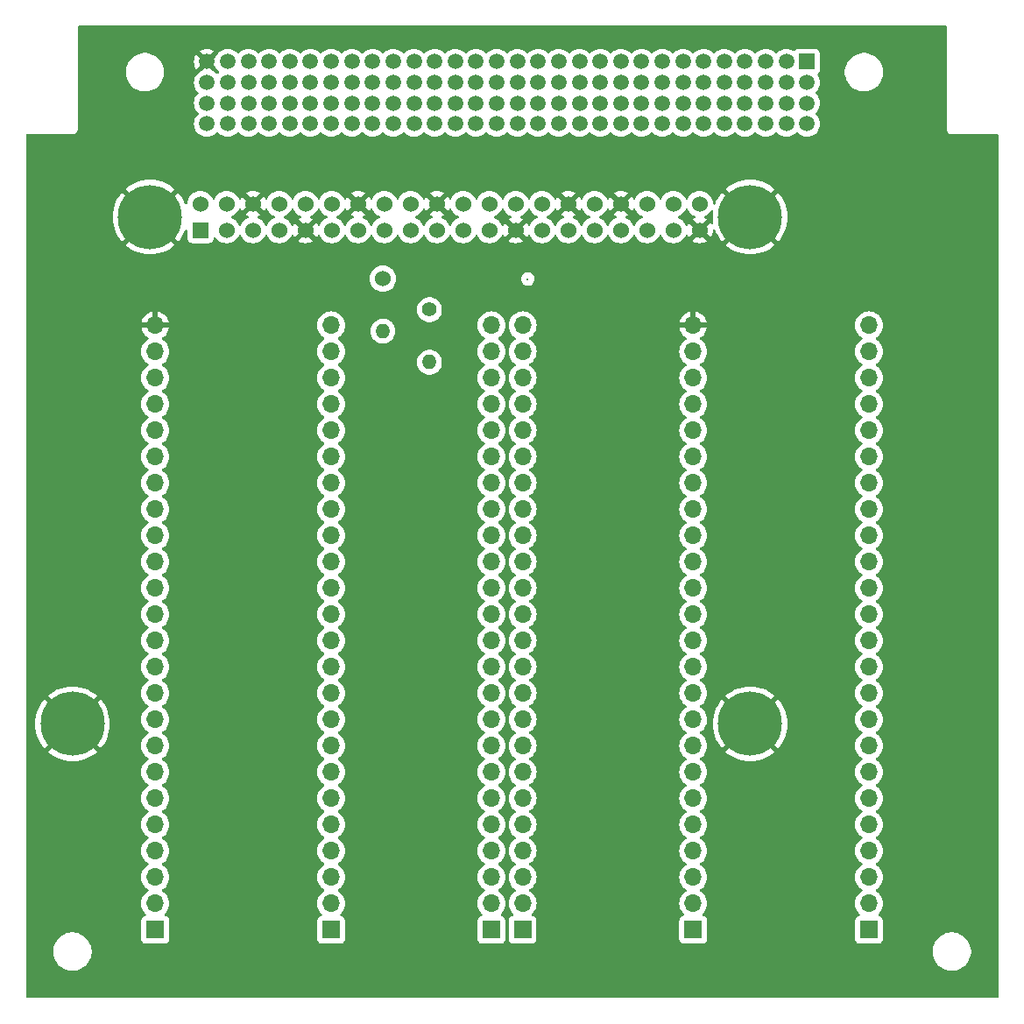
<source format=gbr>
%TF.GenerationSoftware,KiCad,Pcbnew,8.0.0*%
%TF.CreationDate,2025-01-08T23:24:48+02:00*%
%TF.ProjectId,diplomna_2024_pcb_layout,6469706c-6f6d-46e6-915f-323032345f70,rev?*%
%TF.SameCoordinates,Original*%
%TF.FileFunction,Copper,L2,Inr*%
%TF.FilePolarity,Positive*%
%FSLAX46Y46*%
G04 Gerber Fmt 4.6, Leading zero omitted, Abs format (unit mm)*
G04 Created by KiCad (PCBNEW 8.0.0) date 2025-01-08 23:24:48*
%MOMM*%
%LPD*%
G01*
G04 APERTURE LIST*
%TA.AperFunction,ComponentPad*%
%ADD10R,1.524000X1.524000*%
%TD*%
%TA.AperFunction,ComponentPad*%
%ADD11C,1.524000*%
%TD*%
%TA.AperFunction,ComponentPad*%
%ADD12C,6.200000*%
%TD*%
%TA.AperFunction,ComponentPad*%
%ADD13R,1.700000X1.700000*%
%TD*%
%TA.AperFunction,ComponentPad*%
%ADD14O,1.700000X1.700000*%
%TD*%
%TA.AperFunction,ComponentPad*%
%ADD15R,1.500000X1.500000*%
%TD*%
%TA.AperFunction,ComponentPad*%
%ADD16C,1.500000*%
%TD*%
%TA.AperFunction,ComponentPad*%
%ADD17O,1.400000X1.400000*%
%TD*%
%TA.AperFunction,ComponentPad*%
%ADD18C,1.400000*%
%TD*%
%TA.AperFunction,ViaPad*%
%ADD19C,0.300000*%
%TD*%
G04 APERTURE END LIST*
D10*
%TO.N,3.3v*%
%TO.C,REF\u002A\u002A*%
X173370000Y-70770000D03*
D11*
%TO.N,VDD*%
X173370000Y-68230000D03*
%TO.N,sda_i2c*%
X175910000Y-70770000D03*
%TO.N,VDD*%
X175910000Y-68230000D03*
%TO.N,scl_i2c*%
X178450000Y-70770000D03*
%TO.N,GND*%
X178450000Y-68230000D03*
%TO.N,N/C*%
X180990000Y-70770000D03*
%TO.N,tx*%
X180990000Y-68230000D03*
%TO.N,GND*%
X183530000Y-70770000D03*
%TO.N,rx*%
X183530000Y-68230000D03*
%TO.N,N/C*%
X186070000Y-70770000D03*
X186070000Y-68230000D03*
X188610000Y-70770000D03*
%TO.N,GND*%
X188610000Y-68230000D03*
%TO.N,N/C*%
X191150000Y-70770000D03*
%TO.N,I/O*%
X191150000Y-68230000D03*
%TO.N,N/C*%
X193690000Y-70770000D03*
%TO.N,I/O*%
X193690000Y-68230000D03*
%TO.N,mosi*%
X196230000Y-70770000D03*
%TO.N,GND*%
X196230000Y-68230000D03*
%TO.N,miso*%
X198770000Y-70770000D03*
%TO.N,I/O*%
X198770000Y-68230000D03*
%TO.N,scl*%
X201310000Y-70770000D03*
%TO.N,I/O*%
X201310000Y-68230000D03*
%TO.N,GND*%
X203850000Y-70770000D03*
%TO.N,I/O*%
X203850000Y-68230000D03*
%TO.N,N/C*%
X206390000Y-70770000D03*
%TO.N,I/O*%
X206390000Y-68230000D03*
%TO.N,N/C*%
X208930000Y-70770000D03*
%TO.N,GND*%
X208930000Y-68230000D03*
%TO.N,N/C*%
X211470000Y-70770000D03*
X211470000Y-68230000D03*
X214010000Y-70770000D03*
%TO.N,GND*%
X214010000Y-68230000D03*
%TO.N,N/C*%
X216550000Y-70770000D03*
%TO.N,I/O*%
X216550000Y-68230000D03*
%TO.N,N/C*%
X219090000Y-70770000D03*
%TO.N,I/O*%
X219090000Y-68230000D03*
%TO.N,GND*%
X221630000Y-70770000D03*
%TO.N,I/O*%
X221630000Y-68230000D03*
D12*
%TO.N,GND*%
X168500000Y-69500000D03*
X226500000Y-69500000D03*
X226500000Y-118500000D03*
%TD*%
D13*
%TO.N,I/O*%
%TO.C,REF\u002A\u002A*%
X186000000Y-138400000D03*
D14*
X186000000Y-135860000D03*
X186000000Y-133320000D03*
X186000000Y-130780000D03*
X186000000Y-128240000D03*
X186000000Y-125700000D03*
X186000000Y-123160000D03*
%TO.N,N/C*%
X186000000Y-120620000D03*
%TO.N,CS*%
X186000000Y-118080000D03*
X186000000Y-115540000D03*
X186000000Y-113000000D03*
X186000000Y-110460000D03*
X186000000Y-107920000D03*
%TO.N,N/C*%
X186000000Y-105380000D03*
%TO.N,analog*%
X186000000Y-102840000D03*
X186000000Y-100300000D03*
%TO.N,CS*%
X186000000Y-97760000D03*
%TO.N,miso*%
X186000000Y-95220000D03*
%TO.N,mosi*%
X186000000Y-92680000D03*
%TO.N,scl*%
X186000000Y-90140000D03*
%TO.N,N/C*%
X186000000Y-87600000D03*
%TO.N,sda_i2c*%
X186000000Y-85060000D03*
%TO.N,scl_i2c*%
X186000000Y-82520000D03*
%TO.N,VDD*%
X186000000Y-79980000D03*
%TD*%
D12*
%TO.N,GND*%
%TO.C,*%
X161000000Y-118500000D03*
%TD*%
D14*
%TO.N,VDD*%
%TO.C,REF\u002A\u002A*%
X238000000Y-79980000D03*
%TO.N,N/C*%
X238000000Y-82520000D03*
X238000000Y-85060000D03*
X238000000Y-87600000D03*
X238000000Y-90140000D03*
X238000000Y-92680000D03*
X238000000Y-95220000D03*
X238000000Y-97760000D03*
X238000000Y-100300000D03*
X238000000Y-102840000D03*
X238000000Y-105380000D03*
X238000000Y-107920000D03*
X238000000Y-110460000D03*
X238000000Y-113000000D03*
X238000000Y-115540000D03*
X238000000Y-118080000D03*
X238000000Y-120620000D03*
X238000000Y-123160000D03*
X238000000Y-125700000D03*
X238000000Y-128240000D03*
X238000000Y-130780000D03*
X238000000Y-133320000D03*
X238000000Y-135860000D03*
D13*
X238000000Y-138400000D03*
%TD*%
%TO.N,I/O*%
%TO.C,REF\u002A\u002A*%
X204500000Y-138400000D03*
D14*
X204500000Y-135860000D03*
X204500000Y-133320000D03*
X204500000Y-130780000D03*
X204500000Y-128240000D03*
X204500000Y-125700000D03*
X204500000Y-123160000D03*
%TO.N,N/C*%
X204500000Y-120620000D03*
%TO.N,CS*%
X204500000Y-118080000D03*
X204500000Y-115540000D03*
X204500000Y-113000000D03*
X204500000Y-110460000D03*
X204500000Y-107920000D03*
%TO.N,N/C*%
X204500000Y-105380000D03*
%TO.N,analog*%
X204500000Y-102840000D03*
X204500000Y-100300000D03*
%TO.N,N/C*%
X204500000Y-97760000D03*
%TO.N,miso*%
X204500000Y-95220000D03*
%TO.N,mosi*%
X204500000Y-92680000D03*
%TO.N,scl*%
X204500000Y-90140000D03*
%TO.N,N/C*%
X204500000Y-87600000D03*
%TO.N,sda_i2c*%
X204500000Y-85060000D03*
%TO.N,scl_i2c*%
X204500000Y-82520000D03*
%TO.N,N/C*%
X204500000Y-79980000D03*
%TD*%
D13*
%TO.N,I/O*%
%TO.C,REF\u002A\u002A*%
X201500000Y-138400000D03*
D14*
X201500000Y-135860000D03*
X201500000Y-133320000D03*
X201500000Y-130780000D03*
X201500000Y-128240000D03*
X201500000Y-125700000D03*
X201500000Y-123160000D03*
%TO.N,N/C*%
X201500000Y-120620000D03*
%TO.N,CS*%
X201500000Y-118080000D03*
X201500000Y-115540000D03*
X201500000Y-113000000D03*
X201500000Y-110460000D03*
X201500000Y-107920000D03*
%TO.N,N/C*%
X201500000Y-105380000D03*
%TO.N,analog*%
X201500000Y-102840000D03*
X201500000Y-100300000D03*
%TO.N,N/C*%
X201500000Y-97760000D03*
%TO.N,miso*%
X201500000Y-95220000D03*
%TO.N,mosi*%
X201500000Y-92680000D03*
%TO.N,scl*%
X201500000Y-90140000D03*
%TO.N,N/C*%
X201500000Y-87600000D03*
%TO.N,sda_i2c*%
X201500000Y-85060000D03*
%TO.N,scl_i2c*%
X201500000Y-82520000D03*
%TO.N,N/C*%
X201500000Y-79980000D03*
%TD*%
D13*
%TO.N,N/C*%
%TO.C,REF\u002A\u002A*%
X169000000Y-138400000D03*
D14*
X169000000Y-135860000D03*
X169000000Y-133320000D03*
X169000000Y-130780000D03*
X169000000Y-128240000D03*
X169000000Y-125700000D03*
X169000000Y-123160000D03*
X169000000Y-120620000D03*
X169000000Y-118080000D03*
X169000000Y-115540000D03*
X169000000Y-113000000D03*
X169000000Y-110460000D03*
X169000000Y-107920000D03*
X169000000Y-105380000D03*
X169000000Y-102840000D03*
X169000000Y-100300000D03*
X169000000Y-97760000D03*
X169000000Y-95220000D03*
X169000000Y-92680000D03*
X169000000Y-90140000D03*
X169000000Y-87600000D03*
X169000000Y-85060000D03*
X169000000Y-82520000D03*
%TO.N,GND*%
X169000000Y-79980000D03*
%TD*%
D15*
%TO.N,N/C*%
%TO.C,J\u002A\u002A*%
X232000000Y-54500000D03*
D16*
X230000000Y-54500000D03*
X228000000Y-54500000D03*
X226000000Y-54500000D03*
X224000000Y-54500000D03*
X222000000Y-54500000D03*
X220000000Y-54500000D03*
X218000000Y-54500000D03*
X216000000Y-54500000D03*
X214000000Y-54500000D03*
X212000000Y-54500000D03*
X210000000Y-54500000D03*
X208000000Y-54500000D03*
X206000000Y-54500000D03*
X204000000Y-54500000D03*
X202000000Y-54500000D03*
X200000000Y-54500000D03*
X198000000Y-54500000D03*
X196000000Y-54500000D03*
X194000000Y-54500000D03*
X192000000Y-54500000D03*
X190000000Y-54500000D03*
X188000000Y-54500000D03*
X186000000Y-54500000D03*
X184000000Y-54500000D03*
X182000000Y-54500000D03*
X180000000Y-54500000D03*
X178000000Y-54500000D03*
X176000000Y-54500000D03*
%TO.N,GND*%
X174000000Y-54500000D03*
%TO.N,N/C*%
X232000000Y-56500000D03*
X230000000Y-56500000D03*
X228000000Y-56500000D03*
X226000000Y-56500000D03*
X224000000Y-56500000D03*
X222000000Y-56500000D03*
X220000000Y-56500000D03*
X218000000Y-56500000D03*
X216000000Y-56500000D03*
X214000000Y-56500000D03*
X212000000Y-56500000D03*
X210000000Y-56500000D03*
X208000000Y-56500000D03*
X206000000Y-56500000D03*
X204000000Y-56500000D03*
X202000000Y-56500000D03*
X200000000Y-56500000D03*
X198000000Y-56500000D03*
X196000000Y-56500000D03*
X194000000Y-56500000D03*
X192000000Y-56500000D03*
X190000000Y-56500000D03*
X188000000Y-56500000D03*
X186000000Y-56500000D03*
X184000000Y-56500000D03*
X182000000Y-56500000D03*
X180000000Y-56500000D03*
X178000000Y-56500000D03*
X176000000Y-56500000D03*
%TO.N,3.3v*%
X174000000Y-56500000D03*
%TO.N,N/C*%
X232000000Y-58500000D03*
X230000000Y-58500000D03*
X228000000Y-58500000D03*
X226000000Y-58500000D03*
X224000000Y-58500000D03*
X222000000Y-58500000D03*
X220000000Y-58500000D03*
X218000000Y-58500000D03*
X216000000Y-58500000D03*
X214000000Y-58500000D03*
X212000000Y-58500000D03*
X210000000Y-58500000D03*
X208000000Y-58500000D03*
X206000000Y-58500000D03*
X204000000Y-58500000D03*
X202000000Y-58500000D03*
X200000000Y-58500000D03*
X198000000Y-58500000D03*
X196000000Y-58500000D03*
X194000000Y-58500000D03*
X192000000Y-58500000D03*
X190000000Y-58500000D03*
X188000000Y-58500000D03*
X186000000Y-58500000D03*
X184000000Y-58500000D03*
X182000000Y-58500000D03*
X180000000Y-58500000D03*
X178000000Y-58500000D03*
X176000000Y-58500000D03*
%TO.N,VDD*%
X174000000Y-58500000D03*
%TO.N,N/C*%
X232000000Y-60500000D03*
X230000000Y-60500000D03*
X228000000Y-60500000D03*
X226000000Y-60500000D03*
X224000000Y-60500000D03*
X222000000Y-60500000D03*
X220000000Y-60500000D03*
X218000000Y-60500000D03*
X216000000Y-60500000D03*
%TO.N,I/O*%
X214000000Y-60500000D03*
X212000000Y-60500000D03*
X210000000Y-60500000D03*
%TO.N,N/C*%
X208000000Y-60500000D03*
X206000000Y-60500000D03*
X204000000Y-60500000D03*
X202000000Y-60500000D03*
%TO.N,I/O*%
X200000000Y-60500000D03*
X198000000Y-60500000D03*
X196000000Y-60500000D03*
X194000000Y-60500000D03*
X192000000Y-60500000D03*
X190000000Y-60500000D03*
%TO.N,N/C*%
X188000000Y-60500000D03*
%TO.N,rx*%
X186000000Y-60500000D03*
%TO.N,tx*%
X184000000Y-60500000D03*
%TO.N,N/C*%
X182000000Y-60500000D03*
%TO.N,scl_i2c*%
X180000000Y-60500000D03*
%TO.N,sda_i2c*%
X178000000Y-60500000D03*
%TO.N,N/C*%
X176000000Y-60500000D03*
%TO.N,VDD*%
X174000000Y-60500000D03*
%TD*%
D11*
%TO.N,VDD*%
%TO.C,REF\u002A\u002A*%
X191000000Y-75460000D03*
D17*
%TO.N,scl_i2c*%
X191000000Y-80540000D03*
%TD*%
D18*
%TO.N,VDD*%
%TO.C,REF\u002A\u002A*%
X195500000Y-78460000D03*
D17*
%TO.N,sda_i2c*%
X195500000Y-83540000D03*
%TD*%
D14*
%TO.N,GND*%
%TO.C,REF\u002A\u002A*%
X221000000Y-79980000D03*
%TO.N,scl_i2c*%
X221000000Y-82520000D03*
%TO.N,sda_i2c*%
X221000000Y-85060000D03*
%TO.N,N/C*%
X221000000Y-87600000D03*
%TO.N,scl*%
X221000000Y-90140000D03*
%TO.N,mosi*%
X221000000Y-92680000D03*
%TO.N,miso*%
X221000000Y-95220000D03*
%TO.N,CS*%
X221000000Y-97760000D03*
%TO.N,analog*%
X221000000Y-100300000D03*
X221000000Y-102840000D03*
%TO.N,N/C*%
X221000000Y-105380000D03*
%TO.N,CS*%
X221000000Y-107920000D03*
X221000000Y-110460000D03*
X221000000Y-113000000D03*
X221000000Y-115540000D03*
X221000000Y-118080000D03*
%TO.N,N/C*%
X221000000Y-120620000D03*
%TO.N,I/O*%
X221000000Y-123160000D03*
X221000000Y-125700000D03*
X221000000Y-128240000D03*
X221000000Y-130780000D03*
X221000000Y-133320000D03*
X221000000Y-135860000D03*
D13*
X221000000Y-138400000D03*
%TD*%
D19*
%TO.N,scl*%
X205000000Y-75500000D03*
%TD*%
%TA.AperFunction,Conductor*%
%TO.N,GND*%
G36*
X182327865Y-68683435D02*
G01*
X182372382Y-68734811D01*
X182432464Y-68863658D01*
X182432468Y-68863666D01*
X182559170Y-69044615D01*
X182559175Y-69044621D01*
X182715378Y-69200824D01*
X182715384Y-69200829D01*
X182896333Y-69327531D01*
X182896335Y-69327532D01*
X182896338Y-69327534D01*
X182978514Y-69365853D01*
X183025781Y-69387894D01*
X183078220Y-69434066D01*
X183097372Y-69501260D01*
X183077156Y-69568141D01*
X183025781Y-69612658D01*
X182896590Y-69672901D01*
X182831811Y-69718258D01*
X183394057Y-70280504D01*
X183333919Y-70296619D01*
X183218080Y-70363498D01*
X183123498Y-70458080D01*
X183056619Y-70573919D01*
X183040504Y-70634057D01*
X182478258Y-70071811D01*
X182432901Y-70136590D01*
X182372658Y-70265781D01*
X182326485Y-70318220D01*
X182259292Y-70337372D01*
X182192411Y-70317156D01*
X182147894Y-70265781D01*
X182126852Y-70220657D01*
X182087534Y-70136339D01*
X181992125Y-70000080D01*
X181960827Y-69955381D01*
X181905962Y-69900516D01*
X181804620Y-69799174D01*
X181804616Y-69799171D01*
X181804615Y-69799170D01*
X181623666Y-69672468D01*
X181623658Y-69672464D01*
X181494811Y-69612382D01*
X181442371Y-69566210D01*
X181423219Y-69499017D01*
X181443435Y-69432135D01*
X181494811Y-69387618D01*
X181541486Y-69365853D01*
X181623662Y-69327534D01*
X181804620Y-69200826D01*
X181960826Y-69044620D01*
X182087534Y-68863662D01*
X182147618Y-68734811D01*
X182193790Y-68682371D01*
X182260983Y-68663219D01*
X182327865Y-68683435D01*
G37*
%TD.AperFunction*%
%TA.AperFunction,Conductor*%
G36*
X202647865Y-68683435D02*
G01*
X202692382Y-68734811D01*
X202752464Y-68863658D01*
X202752468Y-68863666D01*
X202879170Y-69044615D01*
X202879175Y-69044621D01*
X203035378Y-69200824D01*
X203035384Y-69200829D01*
X203216333Y-69327531D01*
X203216335Y-69327532D01*
X203216338Y-69327534D01*
X203298514Y-69365853D01*
X203345781Y-69387894D01*
X203398220Y-69434066D01*
X203417372Y-69501260D01*
X203397156Y-69568141D01*
X203345781Y-69612658D01*
X203216590Y-69672901D01*
X203151811Y-69718258D01*
X203714057Y-70280504D01*
X203653919Y-70296619D01*
X203538080Y-70363498D01*
X203443498Y-70458080D01*
X203376619Y-70573919D01*
X203360504Y-70634057D01*
X202798258Y-70071811D01*
X202752901Y-70136590D01*
X202692658Y-70265781D01*
X202646485Y-70318220D01*
X202579292Y-70337372D01*
X202512411Y-70317156D01*
X202467894Y-70265781D01*
X202446852Y-70220657D01*
X202407534Y-70136339D01*
X202312125Y-70000080D01*
X202280827Y-69955381D01*
X202225962Y-69900516D01*
X202124620Y-69799174D01*
X202124616Y-69799171D01*
X202124615Y-69799170D01*
X201943666Y-69672468D01*
X201943658Y-69672464D01*
X201814811Y-69612382D01*
X201762371Y-69566210D01*
X201743219Y-69499017D01*
X201763435Y-69432135D01*
X201814811Y-69387618D01*
X201861486Y-69365853D01*
X201943662Y-69327534D01*
X202124620Y-69200826D01*
X202280826Y-69044620D01*
X202407534Y-68863662D01*
X202467618Y-68734811D01*
X202513790Y-68682371D01*
X202580983Y-68663219D01*
X202647865Y-68683435D01*
G37*
%TD.AperFunction*%
%TA.AperFunction,Conductor*%
G36*
X220427865Y-68683435D02*
G01*
X220472382Y-68734811D01*
X220532464Y-68863658D01*
X220532468Y-68863666D01*
X220659170Y-69044615D01*
X220659175Y-69044621D01*
X220815378Y-69200824D01*
X220815384Y-69200829D01*
X220996333Y-69327531D01*
X220996335Y-69327532D01*
X220996338Y-69327534D01*
X221078514Y-69365853D01*
X221125781Y-69387894D01*
X221178220Y-69434066D01*
X221197372Y-69501260D01*
X221177156Y-69568141D01*
X221125781Y-69612658D01*
X220996590Y-69672901D01*
X220931811Y-69718258D01*
X221494057Y-70280504D01*
X221433919Y-70296619D01*
X221318080Y-70363498D01*
X221223498Y-70458080D01*
X221156619Y-70573919D01*
X221140504Y-70634057D01*
X220578258Y-70071811D01*
X220532901Y-70136590D01*
X220472658Y-70265781D01*
X220426485Y-70318220D01*
X220359292Y-70337372D01*
X220292411Y-70317156D01*
X220247894Y-70265781D01*
X220226852Y-70220657D01*
X220187534Y-70136339D01*
X220092125Y-70000080D01*
X220060827Y-69955381D01*
X220005962Y-69900516D01*
X219904620Y-69799174D01*
X219904616Y-69799171D01*
X219904615Y-69799170D01*
X219723666Y-69672468D01*
X219723658Y-69672464D01*
X219594811Y-69612382D01*
X219542371Y-69566210D01*
X219523219Y-69499017D01*
X219543435Y-69432135D01*
X219594811Y-69387618D01*
X219641486Y-69365853D01*
X219723662Y-69327534D01*
X219904620Y-69200826D01*
X220060826Y-69044620D01*
X220187534Y-68863662D01*
X220247618Y-68734811D01*
X220293790Y-68682371D01*
X220360983Y-68663219D01*
X220427865Y-68683435D01*
G37*
%TD.AperFunction*%
%TA.AperFunction,Conductor*%
G36*
X184867865Y-68683435D02*
G01*
X184912382Y-68734811D01*
X184972464Y-68863658D01*
X184972468Y-68863666D01*
X185099170Y-69044615D01*
X185099175Y-69044621D01*
X185255378Y-69200824D01*
X185255384Y-69200829D01*
X185436333Y-69327531D01*
X185436335Y-69327532D01*
X185436338Y-69327534D01*
X185518514Y-69365853D01*
X185565189Y-69387618D01*
X185617628Y-69433790D01*
X185636780Y-69500984D01*
X185616564Y-69567865D01*
X185565189Y-69612382D01*
X185436340Y-69672465D01*
X185436338Y-69672466D01*
X185255377Y-69799175D01*
X185099175Y-69955377D01*
X184972467Y-70136337D01*
X184912105Y-70265782D01*
X184865932Y-70318221D01*
X184798738Y-70337372D01*
X184731857Y-70317156D01*
X184687341Y-70265780D01*
X184627098Y-70136589D01*
X184627097Y-70136587D01*
X184581741Y-70071811D01*
X184581740Y-70071810D01*
X184019494Y-70634056D01*
X184003381Y-70573919D01*
X183936502Y-70458080D01*
X183841920Y-70363498D01*
X183726081Y-70296619D01*
X183665942Y-70280505D01*
X184228188Y-69718259D01*
X184228187Y-69718258D01*
X184163411Y-69672901D01*
X184163405Y-69672898D01*
X184034219Y-69612658D01*
X183981779Y-69566486D01*
X183962627Y-69499293D01*
X183982843Y-69432411D01*
X184034219Y-69387894D01*
X184081486Y-69365853D01*
X184163662Y-69327534D01*
X184344620Y-69200826D01*
X184500826Y-69044620D01*
X184627534Y-68863662D01*
X184687618Y-68734811D01*
X184733790Y-68682371D01*
X184800983Y-68663219D01*
X184867865Y-68683435D01*
G37*
%TD.AperFunction*%
%TA.AperFunction,Conductor*%
G36*
X205187865Y-68683435D02*
G01*
X205232382Y-68734811D01*
X205292464Y-68863658D01*
X205292468Y-68863666D01*
X205419170Y-69044615D01*
X205419175Y-69044621D01*
X205575378Y-69200824D01*
X205575384Y-69200829D01*
X205756333Y-69327531D01*
X205756335Y-69327532D01*
X205756338Y-69327534D01*
X205838514Y-69365853D01*
X205885189Y-69387618D01*
X205937628Y-69433790D01*
X205956780Y-69500984D01*
X205936564Y-69567865D01*
X205885189Y-69612382D01*
X205756340Y-69672465D01*
X205756338Y-69672466D01*
X205575377Y-69799175D01*
X205419175Y-69955377D01*
X205292467Y-70136337D01*
X205232105Y-70265782D01*
X205185932Y-70318221D01*
X205118738Y-70337372D01*
X205051857Y-70317156D01*
X205007341Y-70265780D01*
X204947098Y-70136589D01*
X204947097Y-70136587D01*
X204901741Y-70071811D01*
X204901740Y-70071810D01*
X204339494Y-70634056D01*
X204323381Y-70573919D01*
X204256502Y-70458080D01*
X204161920Y-70363498D01*
X204046081Y-70296619D01*
X203985942Y-70280505D01*
X204548188Y-69718259D01*
X204548187Y-69718258D01*
X204483411Y-69672901D01*
X204483405Y-69672898D01*
X204354219Y-69612658D01*
X204301779Y-69566486D01*
X204282627Y-69499293D01*
X204302843Y-69432411D01*
X204354219Y-69387894D01*
X204401486Y-69365853D01*
X204483662Y-69327534D01*
X204664620Y-69200826D01*
X204820826Y-69044620D01*
X204947534Y-68863662D01*
X205007618Y-68734811D01*
X205053790Y-68682371D01*
X205120983Y-68663219D01*
X205187865Y-68683435D01*
G37*
%TD.AperFunction*%
%TA.AperFunction,Conductor*%
G36*
X222901031Y-68862834D02*
G01*
X222936445Y-68923064D01*
X222938649Y-68972652D01*
X222914808Y-69123179D01*
X222895060Y-69499999D01*
X222895060Y-69500000D01*
X222914808Y-69876820D01*
X222938828Y-70028475D01*
X222929873Y-70097768D01*
X222884877Y-70151220D01*
X222818126Y-70171860D01*
X222750812Y-70153135D01*
X222714780Y-70118996D01*
X222681741Y-70071811D01*
X222681740Y-70071810D01*
X222119494Y-70634056D01*
X222103381Y-70573919D01*
X222036502Y-70458080D01*
X221941920Y-70363498D01*
X221826081Y-70296619D01*
X221765942Y-70280505D01*
X222328188Y-69718259D01*
X222328187Y-69718258D01*
X222263411Y-69672901D01*
X222263405Y-69672898D01*
X222134219Y-69612658D01*
X222081779Y-69566486D01*
X222062627Y-69499293D01*
X222082843Y-69432411D01*
X222134219Y-69387894D01*
X222181486Y-69365853D01*
X222263662Y-69327534D01*
X222444620Y-69200826D01*
X222600826Y-69044620D01*
X222714603Y-68882129D01*
X222769177Y-68838506D01*
X222838676Y-68831312D01*
X222901031Y-68862834D01*
G37*
%TD.AperFunction*%
%TA.AperFunction,Conductor*%
G36*
X177976619Y-68426081D02*
G01*
X178043498Y-68541920D01*
X178138080Y-68636502D01*
X178253919Y-68703381D01*
X178314057Y-68719494D01*
X177751810Y-69281740D01*
X177816589Y-69327098D01*
X177945781Y-69387342D01*
X177998220Y-69433514D01*
X178017372Y-69500708D01*
X177997156Y-69567589D01*
X177945781Y-69612106D01*
X177816340Y-69672465D01*
X177816338Y-69672466D01*
X177635377Y-69799175D01*
X177479175Y-69955377D01*
X177352466Y-70136338D01*
X177352465Y-70136340D01*
X177292382Y-70265189D01*
X177246209Y-70317628D01*
X177179016Y-70336780D01*
X177112135Y-70316564D01*
X177067618Y-70265189D01*
X177046852Y-70220657D01*
X177007534Y-70136339D01*
X176912125Y-70000080D01*
X176880827Y-69955381D01*
X176825962Y-69900516D01*
X176724620Y-69799174D01*
X176724616Y-69799171D01*
X176724615Y-69799170D01*
X176543666Y-69672468D01*
X176543658Y-69672464D01*
X176414811Y-69612382D01*
X176362371Y-69566210D01*
X176343219Y-69499017D01*
X176363435Y-69432135D01*
X176414811Y-69387618D01*
X176461486Y-69365853D01*
X176543662Y-69327534D01*
X176724620Y-69200826D01*
X176880826Y-69044620D01*
X177007534Y-68863662D01*
X177067894Y-68734218D01*
X177114066Y-68681779D01*
X177181259Y-68662627D01*
X177248141Y-68682843D01*
X177292658Y-68734219D01*
X177352898Y-68863405D01*
X177352901Y-68863411D01*
X177398258Y-68928187D01*
X177398259Y-68928188D01*
X177960504Y-68365942D01*
X177976619Y-68426081D01*
G37*
%TD.AperFunction*%
%TA.AperFunction,Conductor*%
G36*
X179501741Y-68928188D02*
G01*
X179547094Y-68863417D01*
X179547095Y-68863416D01*
X179607340Y-68734219D01*
X179653512Y-68681780D01*
X179720706Y-68662627D01*
X179787587Y-68682842D01*
X179832105Y-68734218D01*
X179892466Y-68863662D01*
X179892468Y-68863666D01*
X180019170Y-69044615D01*
X180019175Y-69044621D01*
X180175378Y-69200824D01*
X180175384Y-69200829D01*
X180356333Y-69327531D01*
X180356335Y-69327532D01*
X180356338Y-69327534D01*
X180438514Y-69365853D01*
X180485189Y-69387618D01*
X180537628Y-69433790D01*
X180556780Y-69500984D01*
X180536564Y-69567865D01*
X180485189Y-69612382D01*
X180356340Y-69672465D01*
X180356338Y-69672466D01*
X180175377Y-69799175D01*
X180019175Y-69955377D01*
X179892466Y-70136338D01*
X179892465Y-70136340D01*
X179832382Y-70265189D01*
X179786209Y-70317628D01*
X179719016Y-70336780D01*
X179652135Y-70316564D01*
X179607618Y-70265189D01*
X179586852Y-70220657D01*
X179547534Y-70136339D01*
X179452125Y-70000080D01*
X179420827Y-69955381D01*
X179365962Y-69900516D01*
X179264620Y-69799174D01*
X179264616Y-69799171D01*
X179264615Y-69799170D01*
X179083666Y-69672468D01*
X179083662Y-69672466D01*
X178954218Y-69612105D01*
X178901779Y-69565932D01*
X178882627Y-69498739D01*
X178902843Y-69431858D01*
X178954219Y-69387340D01*
X179083416Y-69327095D01*
X179083417Y-69327094D01*
X179148188Y-69281741D01*
X178585942Y-68719494D01*
X178646081Y-68703381D01*
X178761920Y-68636502D01*
X178856502Y-68541920D01*
X178923381Y-68426081D01*
X178939495Y-68365942D01*
X179501741Y-68928188D01*
G37*
%TD.AperFunction*%
%TA.AperFunction,Conductor*%
G36*
X188136619Y-68426081D02*
G01*
X188203498Y-68541920D01*
X188298080Y-68636502D01*
X188413919Y-68703381D01*
X188474057Y-68719494D01*
X187911810Y-69281740D01*
X187976589Y-69327098D01*
X188105781Y-69387342D01*
X188158220Y-69433514D01*
X188177372Y-69500708D01*
X188157156Y-69567589D01*
X188105781Y-69612106D01*
X187976340Y-69672465D01*
X187976338Y-69672466D01*
X187795377Y-69799175D01*
X187639175Y-69955377D01*
X187512466Y-70136338D01*
X187512465Y-70136340D01*
X187452382Y-70265189D01*
X187406209Y-70317628D01*
X187339016Y-70336780D01*
X187272135Y-70316564D01*
X187227618Y-70265189D01*
X187206852Y-70220657D01*
X187167534Y-70136339D01*
X187072125Y-70000080D01*
X187040827Y-69955381D01*
X186985962Y-69900516D01*
X186884620Y-69799174D01*
X186884616Y-69799171D01*
X186884615Y-69799170D01*
X186703666Y-69672468D01*
X186703658Y-69672464D01*
X186574811Y-69612382D01*
X186522371Y-69566210D01*
X186503219Y-69499017D01*
X186523435Y-69432135D01*
X186574811Y-69387618D01*
X186621486Y-69365853D01*
X186703662Y-69327534D01*
X186884620Y-69200826D01*
X187040826Y-69044620D01*
X187167534Y-68863662D01*
X187227894Y-68734218D01*
X187274066Y-68681779D01*
X187341259Y-68662627D01*
X187408141Y-68682843D01*
X187452658Y-68734219D01*
X187512898Y-68863405D01*
X187512901Y-68863411D01*
X187558258Y-68928187D01*
X187558259Y-68928188D01*
X188120504Y-68365942D01*
X188136619Y-68426081D01*
G37*
%TD.AperFunction*%
%TA.AperFunction,Conductor*%
G36*
X189661741Y-68928188D02*
G01*
X189707094Y-68863417D01*
X189707095Y-68863416D01*
X189767340Y-68734219D01*
X189813512Y-68681780D01*
X189880706Y-68662627D01*
X189947587Y-68682842D01*
X189992105Y-68734218D01*
X190052466Y-68863662D01*
X190052468Y-68863666D01*
X190179170Y-69044615D01*
X190179175Y-69044621D01*
X190335378Y-69200824D01*
X190335384Y-69200829D01*
X190516333Y-69327531D01*
X190516335Y-69327532D01*
X190516338Y-69327534D01*
X190598514Y-69365853D01*
X190645189Y-69387618D01*
X190697628Y-69433790D01*
X190716780Y-69500984D01*
X190696564Y-69567865D01*
X190645189Y-69612382D01*
X190516340Y-69672465D01*
X190516338Y-69672466D01*
X190335377Y-69799175D01*
X190179175Y-69955377D01*
X190052466Y-70136338D01*
X190052465Y-70136340D01*
X189992382Y-70265189D01*
X189946209Y-70317628D01*
X189879016Y-70336780D01*
X189812135Y-70316564D01*
X189767618Y-70265189D01*
X189746852Y-70220657D01*
X189707534Y-70136339D01*
X189612125Y-70000080D01*
X189580827Y-69955381D01*
X189525962Y-69900516D01*
X189424620Y-69799174D01*
X189424616Y-69799171D01*
X189424615Y-69799170D01*
X189243666Y-69672468D01*
X189243662Y-69672466D01*
X189114218Y-69612105D01*
X189061779Y-69565932D01*
X189042627Y-69498739D01*
X189062843Y-69431858D01*
X189114219Y-69387340D01*
X189243416Y-69327095D01*
X189243417Y-69327094D01*
X189308188Y-69281741D01*
X188745942Y-68719494D01*
X188806081Y-68703381D01*
X188921920Y-68636502D01*
X189016502Y-68541920D01*
X189083381Y-68426081D01*
X189099495Y-68365942D01*
X189661741Y-68928188D01*
G37*
%TD.AperFunction*%
%TA.AperFunction,Conductor*%
G36*
X195756619Y-68426081D02*
G01*
X195823498Y-68541920D01*
X195918080Y-68636502D01*
X196033919Y-68703381D01*
X196094057Y-68719494D01*
X195531810Y-69281740D01*
X195596589Y-69327098D01*
X195725781Y-69387342D01*
X195778220Y-69433514D01*
X195797372Y-69500708D01*
X195777156Y-69567589D01*
X195725781Y-69612106D01*
X195596340Y-69672465D01*
X195596338Y-69672466D01*
X195415377Y-69799175D01*
X195259175Y-69955377D01*
X195132466Y-70136338D01*
X195132465Y-70136340D01*
X195072382Y-70265189D01*
X195026209Y-70317628D01*
X194959016Y-70336780D01*
X194892135Y-70316564D01*
X194847618Y-70265189D01*
X194826852Y-70220657D01*
X194787534Y-70136339D01*
X194692125Y-70000080D01*
X194660827Y-69955381D01*
X194605962Y-69900516D01*
X194504620Y-69799174D01*
X194504616Y-69799171D01*
X194504615Y-69799170D01*
X194323666Y-69672468D01*
X194323658Y-69672464D01*
X194194811Y-69612382D01*
X194142371Y-69566210D01*
X194123219Y-69499017D01*
X194143435Y-69432135D01*
X194194811Y-69387618D01*
X194241486Y-69365853D01*
X194323662Y-69327534D01*
X194504620Y-69200826D01*
X194660826Y-69044620D01*
X194787534Y-68863662D01*
X194847894Y-68734218D01*
X194894066Y-68681779D01*
X194961259Y-68662627D01*
X195028141Y-68682843D01*
X195072658Y-68734219D01*
X195132898Y-68863405D01*
X195132901Y-68863411D01*
X195178258Y-68928187D01*
X195178259Y-68928188D01*
X195740504Y-68365942D01*
X195756619Y-68426081D01*
G37*
%TD.AperFunction*%
%TA.AperFunction,Conductor*%
G36*
X197281741Y-68928188D02*
G01*
X197327094Y-68863417D01*
X197327095Y-68863416D01*
X197387340Y-68734219D01*
X197433512Y-68681780D01*
X197500706Y-68662627D01*
X197567587Y-68682842D01*
X197612105Y-68734218D01*
X197672466Y-68863662D01*
X197672468Y-68863666D01*
X197799170Y-69044615D01*
X197799175Y-69044621D01*
X197955378Y-69200824D01*
X197955384Y-69200829D01*
X198136333Y-69327531D01*
X198136335Y-69327532D01*
X198136338Y-69327534D01*
X198218514Y-69365853D01*
X198265189Y-69387618D01*
X198317628Y-69433790D01*
X198336780Y-69500984D01*
X198316564Y-69567865D01*
X198265189Y-69612382D01*
X198136340Y-69672465D01*
X198136338Y-69672466D01*
X197955377Y-69799175D01*
X197799175Y-69955377D01*
X197672466Y-70136338D01*
X197672465Y-70136340D01*
X197612382Y-70265189D01*
X197566209Y-70317628D01*
X197499016Y-70336780D01*
X197432135Y-70316564D01*
X197387618Y-70265189D01*
X197366852Y-70220657D01*
X197327534Y-70136339D01*
X197232125Y-70000080D01*
X197200827Y-69955381D01*
X197145962Y-69900516D01*
X197044620Y-69799174D01*
X197044616Y-69799171D01*
X197044615Y-69799170D01*
X196863666Y-69672468D01*
X196863662Y-69672466D01*
X196734218Y-69612105D01*
X196681779Y-69565932D01*
X196662627Y-69498739D01*
X196682843Y-69431858D01*
X196734219Y-69387340D01*
X196863416Y-69327095D01*
X196863417Y-69327094D01*
X196928188Y-69281741D01*
X196365942Y-68719494D01*
X196426081Y-68703381D01*
X196541920Y-68636502D01*
X196636502Y-68541920D01*
X196703381Y-68426081D01*
X196719495Y-68365942D01*
X197281741Y-68928188D01*
G37*
%TD.AperFunction*%
%TA.AperFunction,Conductor*%
G36*
X208456619Y-68426081D02*
G01*
X208523498Y-68541920D01*
X208618080Y-68636502D01*
X208733919Y-68703381D01*
X208794057Y-68719494D01*
X208231810Y-69281740D01*
X208296589Y-69327098D01*
X208425781Y-69387342D01*
X208478220Y-69433514D01*
X208497372Y-69500708D01*
X208477156Y-69567589D01*
X208425781Y-69612106D01*
X208296340Y-69672465D01*
X208296338Y-69672466D01*
X208115377Y-69799175D01*
X207959175Y-69955377D01*
X207832466Y-70136338D01*
X207832465Y-70136340D01*
X207772382Y-70265189D01*
X207726209Y-70317628D01*
X207659016Y-70336780D01*
X207592135Y-70316564D01*
X207547618Y-70265189D01*
X207526852Y-70220657D01*
X207487534Y-70136339D01*
X207392125Y-70000080D01*
X207360827Y-69955381D01*
X207305962Y-69900516D01*
X207204620Y-69799174D01*
X207204616Y-69799171D01*
X207204615Y-69799170D01*
X207023666Y-69672468D01*
X207023658Y-69672464D01*
X206894811Y-69612382D01*
X206842371Y-69566210D01*
X206823219Y-69499017D01*
X206843435Y-69432135D01*
X206894811Y-69387618D01*
X206941486Y-69365853D01*
X207023662Y-69327534D01*
X207204620Y-69200826D01*
X207360826Y-69044620D01*
X207487534Y-68863662D01*
X207547894Y-68734218D01*
X207594066Y-68681779D01*
X207661259Y-68662627D01*
X207728141Y-68682843D01*
X207772658Y-68734219D01*
X207832898Y-68863405D01*
X207832901Y-68863411D01*
X207878258Y-68928187D01*
X207878259Y-68928188D01*
X208440504Y-68365942D01*
X208456619Y-68426081D01*
G37*
%TD.AperFunction*%
%TA.AperFunction,Conductor*%
G36*
X209981741Y-68928188D02*
G01*
X210027094Y-68863417D01*
X210027095Y-68863416D01*
X210087340Y-68734219D01*
X210133512Y-68681780D01*
X210200706Y-68662627D01*
X210267587Y-68682842D01*
X210312105Y-68734218D01*
X210372466Y-68863662D01*
X210372468Y-68863666D01*
X210499170Y-69044615D01*
X210499175Y-69044621D01*
X210655378Y-69200824D01*
X210655384Y-69200829D01*
X210836333Y-69327531D01*
X210836335Y-69327532D01*
X210836338Y-69327534D01*
X210918514Y-69365853D01*
X210965189Y-69387618D01*
X211017628Y-69433790D01*
X211036780Y-69500984D01*
X211016564Y-69567865D01*
X210965189Y-69612382D01*
X210836340Y-69672465D01*
X210836338Y-69672466D01*
X210655377Y-69799175D01*
X210499175Y-69955377D01*
X210372466Y-70136338D01*
X210372465Y-70136340D01*
X210312382Y-70265189D01*
X210266209Y-70317628D01*
X210199016Y-70336780D01*
X210132135Y-70316564D01*
X210087618Y-70265189D01*
X210066852Y-70220657D01*
X210027534Y-70136339D01*
X209932125Y-70000080D01*
X209900827Y-69955381D01*
X209845962Y-69900516D01*
X209744620Y-69799174D01*
X209744616Y-69799171D01*
X209744615Y-69799170D01*
X209563666Y-69672468D01*
X209563662Y-69672466D01*
X209434218Y-69612105D01*
X209381779Y-69565932D01*
X209362627Y-69498739D01*
X209382843Y-69431858D01*
X209434219Y-69387340D01*
X209563416Y-69327095D01*
X209563417Y-69327094D01*
X209628188Y-69281741D01*
X209065942Y-68719494D01*
X209126081Y-68703381D01*
X209241920Y-68636502D01*
X209336502Y-68541920D01*
X209403381Y-68426081D01*
X209419495Y-68365942D01*
X209981741Y-68928188D01*
G37*
%TD.AperFunction*%
%TA.AperFunction,Conductor*%
G36*
X213536619Y-68426081D02*
G01*
X213603498Y-68541920D01*
X213698080Y-68636502D01*
X213813919Y-68703381D01*
X213874057Y-68719494D01*
X213311810Y-69281740D01*
X213376589Y-69327098D01*
X213505781Y-69387342D01*
X213558220Y-69433514D01*
X213577372Y-69500708D01*
X213557156Y-69567589D01*
X213505781Y-69612106D01*
X213376340Y-69672465D01*
X213376338Y-69672466D01*
X213195377Y-69799175D01*
X213039175Y-69955377D01*
X212912466Y-70136338D01*
X212912465Y-70136340D01*
X212852382Y-70265189D01*
X212806209Y-70317628D01*
X212739016Y-70336780D01*
X212672135Y-70316564D01*
X212627618Y-70265189D01*
X212606852Y-70220657D01*
X212567534Y-70136339D01*
X212472125Y-70000080D01*
X212440827Y-69955381D01*
X212385962Y-69900516D01*
X212284620Y-69799174D01*
X212284616Y-69799171D01*
X212284615Y-69799170D01*
X212103666Y-69672468D01*
X212103658Y-69672464D01*
X211974811Y-69612382D01*
X211922371Y-69566210D01*
X211903219Y-69499017D01*
X211923435Y-69432135D01*
X211974811Y-69387618D01*
X212021486Y-69365853D01*
X212103662Y-69327534D01*
X212284620Y-69200826D01*
X212440826Y-69044620D01*
X212567534Y-68863662D01*
X212627894Y-68734218D01*
X212674066Y-68681779D01*
X212741259Y-68662627D01*
X212808141Y-68682843D01*
X212852658Y-68734219D01*
X212912898Y-68863405D01*
X212912901Y-68863411D01*
X212958258Y-68928187D01*
X212958259Y-68928188D01*
X213520504Y-68365942D01*
X213536619Y-68426081D01*
G37*
%TD.AperFunction*%
%TA.AperFunction,Conductor*%
G36*
X215061741Y-68928188D02*
G01*
X215107094Y-68863417D01*
X215107095Y-68863416D01*
X215167340Y-68734219D01*
X215213512Y-68681780D01*
X215280706Y-68662627D01*
X215347587Y-68682842D01*
X215392105Y-68734218D01*
X215452466Y-68863662D01*
X215452468Y-68863666D01*
X215579170Y-69044615D01*
X215579175Y-69044621D01*
X215735378Y-69200824D01*
X215735384Y-69200829D01*
X215916333Y-69327531D01*
X215916335Y-69327532D01*
X215916338Y-69327534D01*
X215998514Y-69365853D01*
X216045189Y-69387618D01*
X216097628Y-69433790D01*
X216116780Y-69500984D01*
X216096564Y-69567865D01*
X216045189Y-69612382D01*
X215916340Y-69672465D01*
X215916338Y-69672466D01*
X215735377Y-69799175D01*
X215579175Y-69955377D01*
X215452466Y-70136338D01*
X215452465Y-70136340D01*
X215392382Y-70265189D01*
X215346209Y-70317628D01*
X215279016Y-70336780D01*
X215212135Y-70316564D01*
X215167618Y-70265189D01*
X215146852Y-70220657D01*
X215107534Y-70136339D01*
X215012125Y-70000080D01*
X214980827Y-69955381D01*
X214925962Y-69900516D01*
X214824620Y-69799174D01*
X214824616Y-69799171D01*
X214824615Y-69799170D01*
X214643666Y-69672468D01*
X214643662Y-69672466D01*
X214514218Y-69612105D01*
X214461779Y-69565932D01*
X214442627Y-69498739D01*
X214462843Y-69431858D01*
X214514219Y-69387340D01*
X214643416Y-69327095D01*
X214643417Y-69327094D01*
X214708188Y-69281741D01*
X214145942Y-68719494D01*
X214206081Y-68703381D01*
X214321920Y-68636502D01*
X214416502Y-68541920D01*
X214483381Y-68426081D01*
X214499495Y-68365942D01*
X215061741Y-68928188D01*
G37*
%TD.AperFunction*%
%TA.AperFunction,Conductor*%
G36*
X174837764Y-54984210D02*
G01*
X174862465Y-55019486D01*
X174912897Y-55127638D01*
X174937998Y-55163486D01*
X175038402Y-55306877D01*
X175038406Y-55306881D01*
X175143844Y-55412319D01*
X175177329Y-55473642D01*
X175172345Y-55543334D01*
X175143844Y-55587681D01*
X175087681Y-55643844D01*
X175026358Y-55677329D01*
X174956666Y-55672345D01*
X174912319Y-55643844D01*
X174806881Y-55538406D01*
X174806877Y-55538402D01*
X174663486Y-55437998D01*
X174627638Y-55412897D01*
X174519486Y-55362465D01*
X174484210Y-55337764D01*
X174129409Y-54982962D01*
X174192993Y-54965925D01*
X174307007Y-54900099D01*
X174400099Y-54807007D01*
X174465925Y-54692993D01*
X174482962Y-54629409D01*
X174837764Y-54984210D01*
G37*
%TD.AperFunction*%
%TA.AperFunction,Conductor*%
G36*
X245442539Y-51020185D02*
G01*
X245488294Y-51072989D01*
X245499500Y-51124500D01*
X245499500Y-61065891D01*
X245533608Y-61193187D01*
X245566554Y-61250250D01*
X245599500Y-61307314D01*
X245692686Y-61400500D01*
X245791521Y-61457563D01*
X245798510Y-61461598D01*
X245806814Y-61466392D01*
X245934108Y-61500500D01*
X246065892Y-61500500D01*
X250375500Y-61500500D01*
X250442539Y-61520185D01*
X250488294Y-61572989D01*
X250499500Y-61624500D01*
X250499500Y-144875500D01*
X250479815Y-144942539D01*
X250427011Y-144988294D01*
X250375500Y-144999500D01*
X156624500Y-144999500D01*
X156557461Y-144979815D01*
X156511706Y-144927011D01*
X156500500Y-144875500D01*
X156500500Y-140621288D01*
X159149500Y-140621288D01*
X159181161Y-140861785D01*
X159243947Y-141096104D01*
X159336773Y-141320205D01*
X159336776Y-141320212D01*
X159458064Y-141530289D01*
X159458066Y-141530292D01*
X159458067Y-141530293D01*
X159605733Y-141722736D01*
X159605739Y-141722743D01*
X159777256Y-141894260D01*
X159777262Y-141894265D01*
X159969711Y-142041936D01*
X160179788Y-142163224D01*
X160403900Y-142256054D01*
X160638211Y-142318838D01*
X160818586Y-142342584D01*
X160878711Y-142350500D01*
X160878712Y-142350500D01*
X161121289Y-142350500D01*
X161169388Y-142344167D01*
X161361789Y-142318838D01*
X161596100Y-142256054D01*
X161820212Y-142163224D01*
X162030289Y-142041936D01*
X162222738Y-141894265D01*
X162394265Y-141722738D01*
X162541936Y-141530289D01*
X162663224Y-141320212D01*
X162756054Y-141096100D01*
X162818838Y-140861789D01*
X162850500Y-140621288D01*
X244149500Y-140621288D01*
X244181161Y-140861785D01*
X244243947Y-141096104D01*
X244336773Y-141320205D01*
X244336776Y-141320212D01*
X244458064Y-141530289D01*
X244458066Y-141530292D01*
X244458067Y-141530293D01*
X244605733Y-141722736D01*
X244605739Y-141722743D01*
X244777256Y-141894260D01*
X244777262Y-141894265D01*
X244969711Y-142041936D01*
X245179788Y-142163224D01*
X245403900Y-142256054D01*
X245638211Y-142318838D01*
X245818586Y-142342584D01*
X245878711Y-142350500D01*
X245878712Y-142350500D01*
X246121289Y-142350500D01*
X246169388Y-142344167D01*
X246361789Y-142318838D01*
X246596100Y-142256054D01*
X246820212Y-142163224D01*
X247030289Y-142041936D01*
X247222738Y-141894265D01*
X247394265Y-141722738D01*
X247541936Y-141530289D01*
X247663224Y-141320212D01*
X247756054Y-141096100D01*
X247818838Y-140861789D01*
X247850500Y-140621288D01*
X247850500Y-140378712D01*
X247818838Y-140138211D01*
X247756054Y-139903900D01*
X247663224Y-139679788D01*
X247541936Y-139469711D01*
X247410083Y-139297876D01*
X247394266Y-139277263D01*
X247394260Y-139277256D01*
X247222743Y-139105739D01*
X247222736Y-139105733D01*
X247030293Y-138958067D01*
X247030292Y-138958066D01*
X247030289Y-138958064D01*
X246820212Y-138836776D01*
X246820205Y-138836773D01*
X246596104Y-138743947D01*
X246361785Y-138681161D01*
X246121289Y-138649500D01*
X246121288Y-138649500D01*
X245878712Y-138649500D01*
X245878711Y-138649500D01*
X245638214Y-138681161D01*
X245403895Y-138743947D01*
X245179794Y-138836773D01*
X245179785Y-138836777D01*
X244969706Y-138958067D01*
X244777263Y-139105733D01*
X244777256Y-139105739D01*
X244605739Y-139277256D01*
X244605733Y-139277263D01*
X244458067Y-139469706D01*
X244336777Y-139679785D01*
X244336773Y-139679794D01*
X244243947Y-139903895D01*
X244181161Y-140138214D01*
X244149500Y-140378711D01*
X244149500Y-140621288D01*
X162850500Y-140621288D01*
X162850500Y-140378712D01*
X162818838Y-140138211D01*
X162756054Y-139903900D01*
X162663224Y-139679788D01*
X162541936Y-139469711D01*
X162410083Y-139297876D01*
X162394266Y-139277263D01*
X162394260Y-139277256D01*
X162222743Y-139105739D01*
X162222736Y-139105733D01*
X162030293Y-138958067D01*
X162030292Y-138958066D01*
X162030289Y-138958064D01*
X161820212Y-138836776D01*
X161820205Y-138836773D01*
X161596104Y-138743947D01*
X161361785Y-138681161D01*
X161121289Y-138649500D01*
X161121288Y-138649500D01*
X160878712Y-138649500D01*
X160878711Y-138649500D01*
X160638214Y-138681161D01*
X160403895Y-138743947D01*
X160179794Y-138836773D01*
X160179785Y-138836777D01*
X159969706Y-138958067D01*
X159777263Y-139105733D01*
X159777256Y-139105739D01*
X159605739Y-139277256D01*
X159605733Y-139277263D01*
X159458067Y-139469706D01*
X159336777Y-139679785D01*
X159336773Y-139679794D01*
X159243947Y-139903895D01*
X159181161Y-140138214D01*
X159149500Y-140378711D01*
X159149500Y-140621288D01*
X156500500Y-140621288D01*
X156500500Y-135860000D01*
X167644341Y-135860000D01*
X167664936Y-136095403D01*
X167664938Y-136095413D01*
X167726094Y-136323655D01*
X167726096Y-136323659D01*
X167726097Y-136323663D01*
X167825965Y-136537830D01*
X167825967Y-136537834D01*
X167934281Y-136692521D01*
X167961501Y-136731396D01*
X167961506Y-136731402D01*
X168083430Y-136853326D01*
X168116915Y-136914649D01*
X168111931Y-136984341D01*
X168070059Y-137040274D01*
X168039083Y-137057189D01*
X167907669Y-137106203D01*
X167907664Y-137106206D01*
X167792455Y-137192452D01*
X167792452Y-137192455D01*
X167706206Y-137307664D01*
X167706202Y-137307671D01*
X167655908Y-137442517D01*
X167649501Y-137502116D01*
X167649501Y-137502123D01*
X167649500Y-137502135D01*
X167649500Y-139297870D01*
X167649501Y-139297876D01*
X167655908Y-139357483D01*
X167706202Y-139492328D01*
X167706206Y-139492335D01*
X167792452Y-139607544D01*
X167792455Y-139607547D01*
X167907664Y-139693793D01*
X167907671Y-139693797D01*
X168042517Y-139744091D01*
X168042516Y-139744091D01*
X168049444Y-139744835D01*
X168102127Y-139750500D01*
X169897872Y-139750499D01*
X169957483Y-139744091D01*
X170092331Y-139693796D01*
X170207546Y-139607546D01*
X170293796Y-139492331D01*
X170344091Y-139357483D01*
X170350500Y-139297873D01*
X170350499Y-137502128D01*
X170344091Y-137442517D01*
X170293796Y-137307669D01*
X170293795Y-137307668D01*
X170293793Y-137307664D01*
X170207547Y-137192455D01*
X170207544Y-137192452D01*
X170092335Y-137106206D01*
X170092328Y-137106202D01*
X169960917Y-137057189D01*
X169904983Y-137015318D01*
X169880566Y-136949853D01*
X169895418Y-136881580D01*
X169916563Y-136853332D01*
X170038495Y-136731401D01*
X170174035Y-136537830D01*
X170273903Y-136323663D01*
X170335063Y-136095408D01*
X170355659Y-135860000D01*
X184644341Y-135860000D01*
X184664936Y-136095403D01*
X184664938Y-136095413D01*
X184726094Y-136323655D01*
X184726096Y-136323659D01*
X184726097Y-136323663D01*
X184825965Y-136537830D01*
X184825967Y-136537834D01*
X184934281Y-136692521D01*
X184961501Y-136731396D01*
X184961506Y-136731402D01*
X185083430Y-136853326D01*
X185116915Y-136914649D01*
X185111931Y-136984341D01*
X185070059Y-137040274D01*
X185039083Y-137057189D01*
X184907669Y-137106203D01*
X184907664Y-137106206D01*
X184792455Y-137192452D01*
X184792452Y-137192455D01*
X184706206Y-137307664D01*
X184706202Y-137307671D01*
X184655908Y-137442517D01*
X184649501Y-137502116D01*
X184649501Y-137502123D01*
X184649500Y-137502135D01*
X184649500Y-139297870D01*
X184649501Y-139297876D01*
X184655908Y-139357483D01*
X184706202Y-139492328D01*
X184706206Y-139492335D01*
X184792452Y-139607544D01*
X184792455Y-139607547D01*
X184907664Y-139693793D01*
X184907671Y-139693797D01*
X185042517Y-139744091D01*
X185042516Y-139744091D01*
X185049444Y-139744835D01*
X185102127Y-139750500D01*
X186897872Y-139750499D01*
X186957483Y-139744091D01*
X187092331Y-139693796D01*
X187207546Y-139607546D01*
X187293796Y-139492331D01*
X187344091Y-139357483D01*
X187350500Y-139297873D01*
X187350499Y-137502128D01*
X187344091Y-137442517D01*
X187293796Y-137307669D01*
X187293795Y-137307668D01*
X187293793Y-137307664D01*
X187207547Y-137192455D01*
X187207544Y-137192452D01*
X187092335Y-137106206D01*
X187092328Y-137106202D01*
X186960917Y-137057189D01*
X186904983Y-137015318D01*
X186880566Y-136949853D01*
X186895418Y-136881580D01*
X186916563Y-136853332D01*
X187038495Y-136731401D01*
X187174035Y-136537830D01*
X187273903Y-136323663D01*
X187335063Y-136095408D01*
X187355659Y-135860000D01*
X200144341Y-135860000D01*
X200164936Y-136095403D01*
X200164938Y-136095413D01*
X200226094Y-136323655D01*
X200226096Y-136323659D01*
X200226097Y-136323663D01*
X200325965Y-136537830D01*
X200325967Y-136537834D01*
X200434281Y-136692521D01*
X200461501Y-136731396D01*
X200461506Y-136731402D01*
X200583430Y-136853326D01*
X200616915Y-136914649D01*
X200611931Y-136984341D01*
X200570059Y-137040274D01*
X200539083Y-137057189D01*
X200407669Y-137106203D01*
X200407664Y-137106206D01*
X200292455Y-137192452D01*
X200292452Y-137192455D01*
X200206206Y-137307664D01*
X200206202Y-137307671D01*
X200155908Y-137442517D01*
X200149501Y-137502116D01*
X200149501Y-137502123D01*
X200149500Y-137502135D01*
X200149500Y-139297870D01*
X200149501Y-139297876D01*
X200155908Y-139357483D01*
X200206202Y-139492328D01*
X200206206Y-139492335D01*
X200292452Y-139607544D01*
X200292455Y-139607547D01*
X200407664Y-139693793D01*
X200407671Y-139693797D01*
X200542517Y-139744091D01*
X200542516Y-139744091D01*
X200549444Y-139744835D01*
X200602127Y-139750500D01*
X202397872Y-139750499D01*
X202457483Y-139744091D01*
X202592331Y-139693796D01*
X202707546Y-139607546D01*
X202793796Y-139492331D01*
X202844091Y-139357483D01*
X202850500Y-139297873D01*
X202850499Y-137502128D01*
X202844091Y-137442517D01*
X202793796Y-137307669D01*
X202793795Y-137307668D01*
X202793793Y-137307664D01*
X202707547Y-137192455D01*
X202707544Y-137192452D01*
X202592335Y-137106206D01*
X202592328Y-137106202D01*
X202460917Y-137057189D01*
X202404983Y-137015318D01*
X202380566Y-136949853D01*
X202395418Y-136881580D01*
X202416563Y-136853332D01*
X202538495Y-136731401D01*
X202674035Y-136537830D01*
X202773903Y-136323663D01*
X202835063Y-136095408D01*
X202855659Y-135860000D01*
X203144341Y-135860000D01*
X203164936Y-136095403D01*
X203164938Y-136095413D01*
X203226094Y-136323655D01*
X203226096Y-136323659D01*
X203226097Y-136323663D01*
X203325965Y-136537830D01*
X203325967Y-136537834D01*
X203434281Y-136692521D01*
X203461501Y-136731396D01*
X203461506Y-136731402D01*
X203583430Y-136853326D01*
X203616915Y-136914649D01*
X203611931Y-136984341D01*
X203570059Y-137040274D01*
X203539083Y-137057189D01*
X203407669Y-137106203D01*
X203407664Y-137106206D01*
X203292455Y-137192452D01*
X203292452Y-137192455D01*
X203206206Y-137307664D01*
X203206202Y-137307671D01*
X203155908Y-137442517D01*
X203149501Y-137502116D01*
X203149501Y-137502123D01*
X203149500Y-137502135D01*
X203149500Y-139297870D01*
X203149501Y-139297876D01*
X203155908Y-139357483D01*
X203206202Y-139492328D01*
X203206206Y-139492335D01*
X203292452Y-139607544D01*
X203292455Y-139607547D01*
X203407664Y-139693793D01*
X203407671Y-139693797D01*
X203542517Y-139744091D01*
X203542516Y-139744091D01*
X203549444Y-139744835D01*
X203602127Y-139750500D01*
X205397872Y-139750499D01*
X205457483Y-139744091D01*
X205592331Y-139693796D01*
X205707546Y-139607546D01*
X205793796Y-139492331D01*
X205844091Y-139357483D01*
X205850500Y-139297873D01*
X205850499Y-137502128D01*
X205844091Y-137442517D01*
X205793796Y-137307669D01*
X205793795Y-137307668D01*
X205793793Y-137307664D01*
X205707547Y-137192455D01*
X205707544Y-137192452D01*
X205592335Y-137106206D01*
X205592328Y-137106202D01*
X205460917Y-137057189D01*
X205404983Y-137015318D01*
X205380566Y-136949853D01*
X205395418Y-136881580D01*
X205416563Y-136853332D01*
X205538495Y-136731401D01*
X205674035Y-136537830D01*
X205773903Y-136323663D01*
X205835063Y-136095408D01*
X205855659Y-135860000D01*
X219644341Y-135860000D01*
X219664936Y-136095403D01*
X219664938Y-136095413D01*
X219726094Y-136323655D01*
X219726096Y-136323659D01*
X219726097Y-136323663D01*
X219825965Y-136537830D01*
X219825967Y-136537834D01*
X219934281Y-136692521D01*
X219961501Y-136731396D01*
X219961506Y-136731402D01*
X220083430Y-136853326D01*
X220116915Y-136914649D01*
X220111931Y-136984341D01*
X220070059Y-137040274D01*
X220039083Y-137057189D01*
X219907669Y-137106203D01*
X219907664Y-137106206D01*
X219792455Y-137192452D01*
X219792452Y-137192455D01*
X219706206Y-137307664D01*
X219706202Y-137307671D01*
X219655908Y-137442517D01*
X219649501Y-137502116D01*
X219649501Y-137502123D01*
X219649500Y-137502135D01*
X219649500Y-139297870D01*
X219649501Y-139297876D01*
X219655908Y-139357483D01*
X219706202Y-139492328D01*
X219706206Y-139492335D01*
X219792452Y-139607544D01*
X219792455Y-139607547D01*
X219907664Y-139693793D01*
X219907671Y-139693797D01*
X220042517Y-139744091D01*
X220042516Y-139744091D01*
X220049444Y-139744835D01*
X220102127Y-139750500D01*
X221897872Y-139750499D01*
X221957483Y-139744091D01*
X222092331Y-139693796D01*
X222207546Y-139607546D01*
X222293796Y-139492331D01*
X222344091Y-139357483D01*
X222350500Y-139297873D01*
X222350499Y-137502128D01*
X222344091Y-137442517D01*
X222293796Y-137307669D01*
X222293795Y-137307668D01*
X222293793Y-137307664D01*
X222207547Y-137192455D01*
X222207544Y-137192452D01*
X222092335Y-137106206D01*
X222092328Y-137106202D01*
X221960917Y-137057189D01*
X221904983Y-137015318D01*
X221880566Y-136949853D01*
X221895418Y-136881580D01*
X221916563Y-136853332D01*
X222038495Y-136731401D01*
X222174035Y-136537830D01*
X222273903Y-136323663D01*
X222335063Y-136095408D01*
X222355659Y-135860000D01*
X236644341Y-135860000D01*
X236664936Y-136095403D01*
X236664938Y-136095413D01*
X236726094Y-136323655D01*
X236726096Y-136323659D01*
X236726097Y-136323663D01*
X236825965Y-136537830D01*
X236825967Y-136537834D01*
X236934281Y-136692521D01*
X236961501Y-136731396D01*
X236961506Y-136731402D01*
X237083430Y-136853326D01*
X237116915Y-136914649D01*
X237111931Y-136984341D01*
X237070059Y-137040274D01*
X237039083Y-137057189D01*
X236907669Y-137106203D01*
X236907664Y-137106206D01*
X236792455Y-137192452D01*
X236792452Y-137192455D01*
X236706206Y-137307664D01*
X236706202Y-137307671D01*
X236655908Y-137442517D01*
X236649501Y-137502116D01*
X236649501Y-137502123D01*
X236649500Y-137502135D01*
X236649500Y-139297870D01*
X236649501Y-139297876D01*
X236655908Y-139357483D01*
X236706202Y-139492328D01*
X236706206Y-139492335D01*
X236792452Y-139607544D01*
X236792455Y-139607547D01*
X236907664Y-139693793D01*
X236907671Y-139693797D01*
X237042517Y-139744091D01*
X237042516Y-139744091D01*
X237049444Y-139744835D01*
X237102127Y-139750500D01*
X238897872Y-139750499D01*
X238957483Y-139744091D01*
X239092331Y-139693796D01*
X239207546Y-139607546D01*
X239293796Y-139492331D01*
X239344091Y-139357483D01*
X239350500Y-139297873D01*
X239350499Y-137502128D01*
X239344091Y-137442517D01*
X239293796Y-137307669D01*
X239293795Y-137307668D01*
X239293793Y-137307664D01*
X239207547Y-137192455D01*
X239207544Y-137192452D01*
X239092335Y-137106206D01*
X239092328Y-137106202D01*
X238960917Y-137057189D01*
X238904983Y-137015318D01*
X238880566Y-136949853D01*
X238895418Y-136881580D01*
X238916563Y-136853332D01*
X239038495Y-136731401D01*
X239174035Y-136537830D01*
X239273903Y-136323663D01*
X239335063Y-136095408D01*
X239355659Y-135860000D01*
X239335063Y-135624592D01*
X239273903Y-135396337D01*
X239174035Y-135182171D01*
X239038495Y-134988599D01*
X239038494Y-134988597D01*
X238871402Y-134821506D01*
X238871396Y-134821501D01*
X238685842Y-134691575D01*
X238642217Y-134636998D01*
X238635023Y-134567500D01*
X238666546Y-134505145D01*
X238685842Y-134488425D01*
X238708026Y-134472891D01*
X238871401Y-134358495D01*
X239038495Y-134191401D01*
X239174035Y-133997830D01*
X239273903Y-133783663D01*
X239335063Y-133555408D01*
X239355659Y-133320000D01*
X239335063Y-133084592D01*
X239273903Y-132856337D01*
X239174035Y-132642171D01*
X239038495Y-132448599D01*
X239038494Y-132448597D01*
X238871402Y-132281506D01*
X238871396Y-132281501D01*
X238685842Y-132151575D01*
X238642217Y-132096998D01*
X238635023Y-132027500D01*
X238666546Y-131965145D01*
X238685842Y-131948425D01*
X238708026Y-131932891D01*
X238871401Y-131818495D01*
X239038495Y-131651401D01*
X239174035Y-131457830D01*
X239273903Y-131243663D01*
X239335063Y-131015408D01*
X239355659Y-130780000D01*
X239335063Y-130544592D01*
X239273903Y-130316337D01*
X239174035Y-130102171D01*
X239038495Y-129908599D01*
X239038494Y-129908597D01*
X238871402Y-129741506D01*
X238871396Y-129741501D01*
X238685842Y-129611575D01*
X238642217Y-129556998D01*
X238635023Y-129487500D01*
X238666546Y-129425145D01*
X238685842Y-129408425D01*
X238708026Y-129392891D01*
X238871401Y-129278495D01*
X239038495Y-129111401D01*
X239174035Y-128917830D01*
X239273903Y-128703663D01*
X239335063Y-128475408D01*
X239355659Y-128240000D01*
X239335063Y-128004592D01*
X239273903Y-127776337D01*
X239174035Y-127562171D01*
X239038495Y-127368599D01*
X239038494Y-127368597D01*
X238871402Y-127201506D01*
X238871396Y-127201501D01*
X238685842Y-127071575D01*
X238642217Y-127016998D01*
X238635023Y-126947500D01*
X238666546Y-126885145D01*
X238685842Y-126868425D01*
X238708026Y-126852891D01*
X238871401Y-126738495D01*
X239038495Y-126571401D01*
X239174035Y-126377830D01*
X239273903Y-126163663D01*
X239335063Y-125935408D01*
X239355659Y-125700000D01*
X239335063Y-125464592D01*
X239273903Y-125236337D01*
X239174035Y-125022171D01*
X239038495Y-124828599D01*
X239038494Y-124828597D01*
X238871402Y-124661506D01*
X238871396Y-124661501D01*
X238685842Y-124531575D01*
X238642217Y-124476998D01*
X238635023Y-124407500D01*
X238666546Y-124345145D01*
X238685842Y-124328425D01*
X238708026Y-124312891D01*
X238871401Y-124198495D01*
X239038495Y-124031401D01*
X239174035Y-123837830D01*
X239273903Y-123623663D01*
X239335063Y-123395408D01*
X239355659Y-123160000D01*
X239335063Y-122924592D01*
X239273903Y-122696337D01*
X239174035Y-122482171D01*
X239038495Y-122288599D01*
X239038494Y-122288597D01*
X238871402Y-122121506D01*
X238871396Y-122121501D01*
X238685842Y-121991575D01*
X238642217Y-121936998D01*
X238635023Y-121867500D01*
X238666546Y-121805145D01*
X238685842Y-121788425D01*
X238708026Y-121772891D01*
X238871401Y-121658495D01*
X239038495Y-121491401D01*
X239174035Y-121297830D01*
X239273903Y-121083663D01*
X239335063Y-120855408D01*
X239355659Y-120620000D01*
X239335063Y-120384592D01*
X239273903Y-120156337D01*
X239174035Y-119942171D01*
X239038495Y-119748599D01*
X239038494Y-119748597D01*
X238871402Y-119581506D01*
X238871396Y-119581501D01*
X238685842Y-119451575D01*
X238642217Y-119396998D01*
X238635023Y-119327500D01*
X238666546Y-119265145D01*
X238685842Y-119248425D01*
X238725499Y-119220657D01*
X238871401Y-119118495D01*
X239038495Y-118951401D01*
X239174035Y-118757830D01*
X239273903Y-118543663D01*
X239335063Y-118315408D01*
X239355659Y-118080000D01*
X239335063Y-117844592D01*
X239273903Y-117616337D01*
X239174035Y-117402171D01*
X239119296Y-117323994D01*
X239038494Y-117208597D01*
X238871402Y-117041506D01*
X238871396Y-117041501D01*
X238685842Y-116911575D01*
X238642217Y-116856998D01*
X238635023Y-116787500D01*
X238666546Y-116725145D01*
X238685842Y-116708425D01*
X238708026Y-116692891D01*
X238871401Y-116578495D01*
X239038495Y-116411401D01*
X239174035Y-116217830D01*
X239273903Y-116003663D01*
X239335063Y-115775408D01*
X239355659Y-115540000D01*
X239335063Y-115304592D01*
X239273903Y-115076337D01*
X239174035Y-114862171D01*
X239038495Y-114668599D01*
X239038494Y-114668597D01*
X238871402Y-114501506D01*
X238871396Y-114501501D01*
X238685842Y-114371575D01*
X238642217Y-114316998D01*
X238635023Y-114247500D01*
X238666546Y-114185145D01*
X238685842Y-114168425D01*
X238708026Y-114152891D01*
X238871401Y-114038495D01*
X239038495Y-113871401D01*
X239174035Y-113677830D01*
X239273903Y-113463663D01*
X239335063Y-113235408D01*
X239355659Y-113000000D01*
X239335063Y-112764592D01*
X239273903Y-112536337D01*
X239174035Y-112322171D01*
X239038495Y-112128599D01*
X239038494Y-112128597D01*
X238871402Y-111961506D01*
X238871396Y-111961501D01*
X238685842Y-111831575D01*
X238642217Y-111776998D01*
X238635023Y-111707500D01*
X238666546Y-111645145D01*
X238685842Y-111628425D01*
X238708026Y-111612891D01*
X238871401Y-111498495D01*
X239038495Y-111331401D01*
X239174035Y-111137830D01*
X239273903Y-110923663D01*
X239335063Y-110695408D01*
X239355659Y-110460000D01*
X239335063Y-110224592D01*
X239273903Y-109996337D01*
X239174035Y-109782171D01*
X239038495Y-109588599D01*
X239038494Y-109588597D01*
X238871402Y-109421506D01*
X238871396Y-109421501D01*
X238685842Y-109291575D01*
X238642217Y-109236998D01*
X238635023Y-109167500D01*
X238666546Y-109105145D01*
X238685842Y-109088425D01*
X238708026Y-109072891D01*
X238871401Y-108958495D01*
X239038495Y-108791401D01*
X239174035Y-108597830D01*
X239273903Y-108383663D01*
X239335063Y-108155408D01*
X239355659Y-107920000D01*
X239335063Y-107684592D01*
X239273903Y-107456337D01*
X239174035Y-107242171D01*
X239038495Y-107048599D01*
X239038494Y-107048597D01*
X238871402Y-106881506D01*
X238871396Y-106881501D01*
X238685842Y-106751575D01*
X238642217Y-106696998D01*
X238635023Y-106627500D01*
X238666546Y-106565145D01*
X238685842Y-106548425D01*
X238708026Y-106532891D01*
X238871401Y-106418495D01*
X239038495Y-106251401D01*
X239174035Y-106057830D01*
X239273903Y-105843663D01*
X239335063Y-105615408D01*
X239355659Y-105380000D01*
X239335063Y-105144592D01*
X239273903Y-104916337D01*
X239174035Y-104702171D01*
X239038495Y-104508599D01*
X239038494Y-104508597D01*
X238871402Y-104341506D01*
X238871396Y-104341501D01*
X238685842Y-104211575D01*
X238642217Y-104156998D01*
X238635023Y-104087500D01*
X238666546Y-104025145D01*
X238685842Y-104008425D01*
X238708026Y-103992891D01*
X238871401Y-103878495D01*
X239038495Y-103711401D01*
X239174035Y-103517830D01*
X239273903Y-103303663D01*
X239335063Y-103075408D01*
X239355659Y-102840000D01*
X239335063Y-102604592D01*
X239273903Y-102376337D01*
X239174035Y-102162171D01*
X239038495Y-101968599D01*
X239038494Y-101968597D01*
X238871402Y-101801506D01*
X238871396Y-101801501D01*
X238685842Y-101671575D01*
X238642217Y-101616998D01*
X238635023Y-101547500D01*
X238666546Y-101485145D01*
X238685842Y-101468425D01*
X238708026Y-101452891D01*
X238871401Y-101338495D01*
X239038495Y-101171401D01*
X239174035Y-100977830D01*
X239273903Y-100763663D01*
X239335063Y-100535408D01*
X239355659Y-100300000D01*
X239335063Y-100064592D01*
X239273903Y-99836337D01*
X239174035Y-99622171D01*
X239038495Y-99428599D01*
X239038494Y-99428597D01*
X238871402Y-99261506D01*
X238871396Y-99261501D01*
X238685842Y-99131575D01*
X238642217Y-99076998D01*
X238635023Y-99007500D01*
X238666546Y-98945145D01*
X238685842Y-98928425D01*
X238708026Y-98912891D01*
X238871401Y-98798495D01*
X239038495Y-98631401D01*
X239174035Y-98437830D01*
X239273903Y-98223663D01*
X239335063Y-97995408D01*
X239355659Y-97760000D01*
X239335063Y-97524592D01*
X239273903Y-97296337D01*
X239174035Y-97082171D01*
X239038495Y-96888599D01*
X239038494Y-96888597D01*
X238871402Y-96721506D01*
X238871396Y-96721501D01*
X238685842Y-96591575D01*
X238642217Y-96536998D01*
X238635023Y-96467500D01*
X238666546Y-96405145D01*
X238685842Y-96388425D01*
X238708026Y-96372891D01*
X238871401Y-96258495D01*
X239038495Y-96091401D01*
X239174035Y-95897830D01*
X239273903Y-95683663D01*
X239335063Y-95455408D01*
X239355659Y-95220000D01*
X239335063Y-94984592D01*
X239273903Y-94756337D01*
X239174035Y-94542171D01*
X239038495Y-94348599D01*
X239038494Y-94348597D01*
X238871402Y-94181506D01*
X238871396Y-94181501D01*
X238685842Y-94051575D01*
X238642217Y-93996998D01*
X238635023Y-93927500D01*
X238666546Y-93865145D01*
X238685842Y-93848425D01*
X238708026Y-93832891D01*
X238871401Y-93718495D01*
X239038495Y-93551401D01*
X239174035Y-93357830D01*
X239273903Y-93143663D01*
X239335063Y-92915408D01*
X239355659Y-92680000D01*
X239335063Y-92444592D01*
X239273903Y-92216337D01*
X239174035Y-92002171D01*
X239038495Y-91808599D01*
X239038494Y-91808597D01*
X238871402Y-91641506D01*
X238871396Y-91641501D01*
X238685842Y-91511575D01*
X238642217Y-91456998D01*
X238635023Y-91387500D01*
X238666546Y-91325145D01*
X238685842Y-91308425D01*
X238708026Y-91292891D01*
X238871401Y-91178495D01*
X239038495Y-91011401D01*
X239174035Y-90817830D01*
X239273903Y-90603663D01*
X239335063Y-90375408D01*
X239355659Y-90140000D01*
X239335063Y-89904592D01*
X239273903Y-89676337D01*
X239174035Y-89462171D01*
X239038495Y-89268599D01*
X239038494Y-89268597D01*
X238871402Y-89101506D01*
X238871396Y-89101501D01*
X238685842Y-88971575D01*
X238642217Y-88916998D01*
X238635023Y-88847500D01*
X238666546Y-88785145D01*
X238685842Y-88768425D01*
X238708026Y-88752891D01*
X238871401Y-88638495D01*
X239038495Y-88471401D01*
X239174035Y-88277830D01*
X239273903Y-88063663D01*
X239335063Y-87835408D01*
X239355659Y-87600000D01*
X239335063Y-87364592D01*
X239273903Y-87136337D01*
X239174035Y-86922171D01*
X239038495Y-86728599D01*
X239038494Y-86728597D01*
X238871402Y-86561506D01*
X238871396Y-86561501D01*
X238685842Y-86431575D01*
X238642217Y-86376998D01*
X238635023Y-86307500D01*
X238666546Y-86245145D01*
X238685842Y-86228425D01*
X238708026Y-86212891D01*
X238871401Y-86098495D01*
X239038495Y-85931401D01*
X239174035Y-85737830D01*
X239273903Y-85523663D01*
X239335063Y-85295408D01*
X239355659Y-85060000D01*
X239335063Y-84824592D01*
X239273903Y-84596337D01*
X239174035Y-84382171D01*
X239153075Y-84352236D01*
X239038494Y-84188597D01*
X238871402Y-84021506D01*
X238871396Y-84021501D01*
X238685842Y-83891575D01*
X238642217Y-83836998D01*
X238635023Y-83767500D01*
X238666546Y-83705145D01*
X238685842Y-83688425D01*
X238708026Y-83672891D01*
X238871401Y-83558495D01*
X239038495Y-83391401D01*
X239174035Y-83197830D01*
X239273903Y-82983663D01*
X239335063Y-82755408D01*
X239355659Y-82520000D01*
X239335063Y-82284592D01*
X239273903Y-82056337D01*
X239174035Y-81842171D01*
X239038495Y-81648599D01*
X239038494Y-81648597D01*
X238871402Y-81481506D01*
X238871396Y-81481501D01*
X238685842Y-81351575D01*
X238642217Y-81296998D01*
X238635023Y-81227500D01*
X238666546Y-81165145D01*
X238685842Y-81148425D01*
X238708026Y-81132891D01*
X238871401Y-81018495D01*
X239038495Y-80851401D01*
X239174035Y-80657830D01*
X239273903Y-80443663D01*
X239335063Y-80215408D01*
X239355659Y-79980000D01*
X239335063Y-79744592D01*
X239273903Y-79516337D01*
X239174035Y-79302171D01*
X239153075Y-79272236D01*
X239038494Y-79108597D01*
X238871402Y-78941506D01*
X238871395Y-78941501D01*
X238677834Y-78805967D01*
X238677830Y-78805965D01*
X238677828Y-78805964D01*
X238463663Y-78706097D01*
X238463659Y-78706096D01*
X238463655Y-78706094D01*
X238235413Y-78644938D01*
X238235403Y-78644936D01*
X238000001Y-78624341D01*
X237999999Y-78624341D01*
X237764596Y-78644936D01*
X237764586Y-78644938D01*
X237536344Y-78706094D01*
X237536335Y-78706098D01*
X237322171Y-78805964D01*
X237322169Y-78805965D01*
X237128597Y-78941505D01*
X236961505Y-79108597D01*
X236825965Y-79302169D01*
X236825964Y-79302171D01*
X236726098Y-79516335D01*
X236726094Y-79516344D01*
X236664938Y-79744586D01*
X236664936Y-79744596D01*
X236644341Y-79979999D01*
X236644341Y-79980000D01*
X236664936Y-80215403D01*
X236664938Y-80215413D01*
X236726094Y-80443655D01*
X236726096Y-80443659D01*
X236726097Y-80443663D01*
X236771020Y-80540000D01*
X236825965Y-80657830D01*
X236825967Y-80657834D01*
X236961501Y-80851395D01*
X236961506Y-80851402D01*
X237128597Y-81018493D01*
X237128603Y-81018498D01*
X237314158Y-81148425D01*
X237357783Y-81203002D01*
X237364977Y-81272500D01*
X237333454Y-81334855D01*
X237314158Y-81351575D01*
X237128597Y-81481505D01*
X236961505Y-81648597D01*
X236825965Y-81842169D01*
X236825964Y-81842171D01*
X236726098Y-82056335D01*
X236726094Y-82056344D01*
X236664938Y-82284586D01*
X236664936Y-82284596D01*
X236644341Y-82519999D01*
X236644341Y-82520000D01*
X236664936Y-82755403D01*
X236664938Y-82755413D01*
X236726094Y-82983655D01*
X236726096Y-82983659D01*
X236726097Y-82983663D01*
X236782433Y-83104476D01*
X236825965Y-83197830D01*
X236825967Y-83197834D01*
X236961501Y-83391395D01*
X236961506Y-83391402D01*
X237128597Y-83558493D01*
X237128603Y-83558498D01*
X237314158Y-83688425D01*
X237357783Y-83743002D01*
X237364977Y-83812500D01*
X237333454Y-83874855D01*
X237314158Y-83891575D01*
X237128597Y-84021505D01*
X236961505Y-84188597D01*
X236825965Y-84382169D01*
X236825964Y-84382171D01*
X236726098Y-84596335D01*
X236726094Y-84596344D01*
X236664938Y-84824586D01*
X236664936Y-84824596D01*
X236644341Y-85059999D01*
X236644341Y-85060000D01*
X236664936Y-85295403D01*
X236664938Y-85295413D01*
X236726094Y-85523655D01*
X236726096Y-85523659D01*
X236726097Y-85523663D01*
X236825965Y-85737830D01*
X236825967Y-85737834D01*
X236961501Y-85931395D01*
X236961506Y-85931402D01*
X237128597Y-86098493D01*
X237128603Y-86098498D01*
X237314158Y-86228425D01*
X237357783Y-86283002D01*
X237364977Y-86352500D01*
X237333454Y-86414855D01*
X237314158Y-86431575D01*
X237128597Y-86561505D01*
X236961505Y-86728597D01*
X236825965Y-86922169D01*
X236825964Y-86922171D01*
X236726098Y-87136335D01*
X236726094Y-87136344D01*
X236664938Y-87364586D01*
X236664936Y-87364596D01*
X236644341Y-87599999D01*
X236644341Y-87600000D01*
X236664936Y-87835403D01*
X236664938Y-87835413D01*
X236726094Y-88063655D01*
X236726096Y-88063659D01*
X236726097Y-88063663D01*
X236825965Y-88277830D01*
X236825967Y-88277834D01*
X236961501Y-88471395D01*
X236961506Y-88471402D01*
X237128597Y-88638493D01*
X237128603Y-88638498D01*
X237314158Y-88768425D01*
X237357783Y-88823002D01*
X237364977Y-88892500D01*
X237333454Y-88954855D01*
X237314158Y-88971575D01*
X237128597Y-89101505D01*
X236961505Y-89268597D01*
X236825965Y-89462169D01*
X236825964Y-89462171D01*
X236726098Y-89676335D01*
X236726094Y-89676344D01*
X236664938Y-89904586D01*
X236664936Y-89904596D01*
X236644341Y-90139999D01*
X236644341Y-90140000D01*
X236664936Y-90375403D01*
X236664938Y-90375413D01*
X236726094Y-90603655D01*
X236726096Y-90603659D01*
X236726097Y-90603663D01*
X236825965Y-90817830D01*
X236825967Y-90817834D01*
X236961501Y-91011395D01*
X236961506Y-91011402D01*
X237128597Y-91178493D01*
X237128603Y-91178498D01*
X237314158Y-91308425D01*
X237357783Y-91363002D01*
X237364977Y-91432500D01*
X237333454Y-91494855D01*
X237314158Y-91511575D01*
X237128597Y-91641505D01*
X236961505Y-91808597D01*
X236825965Y-92002169D01*
X236825964Y-92002171D01*
X236726098Y-92216335D01*
X236726094Y-92216344D01*
X236664938Y-92444586D01*
X236664936Y-92444596D01*
X236644341Y-92679999D01*
X236644341Y-92680000D01*
X236664936Y-92915403D01*
X236664938Y-92915413D01*
X236726094Y-93143655D01*
X236726096Y-93143659D01*
X236726097Y-93143663D01*
X236825965Y-93357830D01*
X236825967Y-93357834D01*
X236961501Y-93551395D01*
X236961506Y-93551402D01*
X237128597Y-93718493D01*
X237128603Y-93718498D01*
X237314158Y-93848425D01*
X237357783Y-93903002D01*
X237364977Y-93972500D01*
X237333454Y-94034855D01*
X237314158Y-94051575D01*
X237128597Y-94181505D01*
X236961505Y-94348597D01*
X236825965Y-94542169D01*
X236825964Y-94542171D01*
X236726098Y-94756335D01*
X236726094Y-94756344D01*
X236664938Y-94984586D01*
X236664936Y-94984596D01*
X236644341Y-95219999D01*
X236644341Y-95220000D01*
X236664936Y-95455403D01*
X236664938Y-95455413D01*
X236726094Y-95683655D01*
X236726096Y-95683659D01*
X236726097Y-95683663D01*
X236825965Y-95897830D01*
X236825967Y-95897834D01*
X236961501Y-96091395D01*
X236961506Y-96091402D01*
X237128597Y-96258493D01*
X237128603Y-96258498D01*
X237314158Y-96388425D01*
X237357783Y-96443002D01*
X237364977Y-96512500D01*
X237333454Y-96574855D01*
X237314158Y-96591575D01*
X237128597Y-96721505D01*
X236961505Y-96888597D01*
X236825965Y-97082169D01*
X236825964Y-97082171D01*
X236726098Y-97296335D01*
X236726094Y-97296344D01*
X236664938Y-97524586D01*
X236664936Y-97524596D01*
X236644341Y-97759999D01*
X236644341Y-97760000D01*
X236664936Y-97995403D01*
X236664938Y-97995413D01*
X236726094Y-98223655D01*
X236726096Y-98223659D01*
X236726097Y-98223663D01*
X236825965Y-98437830D01*
X236825967Y-98437834D01*
X236961501Y-98631395D01*
X236961506Y-98631402D01*
X237128597Y-98798493D01*
X237128603Y-98798498D01*
X237314158Y-98928425D01*
X237357783Y-98983002D01*
X237364977Y-99052500D01*
X237333454Y-99114855D01*
X237314158Y-99131575D01*
X237128597Y-99261505D01*
X236961505Y-99428597D01*
X236825965Y-99622169D01*
X236825964Y-99622171D01*
X236726098Y-99836335D01*
X236726094Y-99836344D01*
X236664938Y-100064586D01*
X236664936Y-100064596D01*
X236644341Y-100299999D01*
X236644341Y-100300000D01*
X236664936Y-100535403D01*
X236664938Y-100535413D01*
X236726094Y-100763655D01*
X236726096Y-100763659D01*
X236726097Y-100763663D01*
X236825965Y-100977830D01*
X236825967Y-100977834D01*
X236961501Y-101171395D01*
X236961506Y-101171402D01*
X237128597Y-101338493D01*
X237128603Y-101338498D01*
X237314158Y-101468425D01*
X237357783Y-101523002D01*
X237364977Y-101592500D01*
X237333454Y-101654855D01*
X237314158Y-101671575D01*
X237128597Y-101801505D01*
X236961505Y-101968597D01*
X236825965Y-102162169D01*
X236825964Y-102162171D01*
X236726098Y-102376335D01*
X236726094Y-102376344D01*
X236664938Y-102604586D01*
X236664936Y-102604596D01*
X236644341Y-102839999D01*
X236644341Y-102840000D01*
X236664936Y-103075403D01*
X236664938Y-103075413D01*
X236726094Y-103303655D01*
X236726096Y-103303659D01*
X236726097Y-103303663D01*
X236825965Y-103517830D01*
X236825967Y-103517834D01*
X236961501Y-103711395D01*
X236961506Y-103711402D01*
X237128597Y-103878493D01*
X237128603Y-103878498D01*
X237314158Y-104008425D01*
X237357783Y-104063002D01*
X237364977Y-104132500D01*
X237333454Y-104194855D01*
X237314158Y-104211575D01*
X237128597Y-104341505D01*
X236961505Y-104508597D01*
X236825965Y-104702169D01*
X236825964Y-104702171D01*
X236726098Y-104916335D01*
X236726094Y-104916344D01*
X236664938Y-105144586D01*
X236664936Y-105144596D01*
X236644341Y-105379999D01*
X236644341Y-105380000D01*
X236664936Y-105615403D01*
X236664938Y-105615413D01*
X236726094Y-105843655D01*
X236726096Y-105843659D01*
X236726097Y-105843663D01*
X236825965Y-106057830D01*
X236825967Y-106057834D01*
X236961501Y-106251395D01*
X236961506Y-106251402D01*
X237128597Y-106418493D01*
X237128603Y-106418498D01*
X237314158Y-106548425D01*
X237357783Y-106603002D01*
X237364977Y-106672500D01*
X237333454Y-106734855D01*
X237314158Y-106751575D01*
X237128597Y-106881505D01*
X236961505Y-107048597D01*
X236825965Y-107242169D01*
X236825964Y-107242171D01*
X236726098Y-107456335D01*
X236726094Y-107456344D01*
X236664938Y-107684586D01*
X236664936Y-107684596D01*
X236644341Y-107919999D01*
X236644341Y-107920000D01*
X236664936Y-108155403D01*
X236664938Y-108155413D01*
X236726094Y-108383655D01*
X236726096Y-108383659D01*
X236726097Y-108383663D01*
X236825965Y-108597830D01*
X236825967Y-108597834D01*
X236961501Y-108791395D01*
X236961506Y-108791402D01*
X237128597Y-108958493D01*
X237128603Y-108958498D01*
X237314158Y-109088425D01*
X237357783Y-109143002D01*
X237364977Y-109212500D01*
X237333454Y-109274855D01*
X237314158Y-109291575D01*
X237128597Y-109421505D01*
X236961505Y-109588597D01*
X236825965Y-109782169D01*
X236825964Y-109782171D01*
X236726098Y-109996335D01*
X236726094Y-109996344D01*
X236664938Y-110224586D01*
X236664936Y-110224596D01*
X236644341Y-110459999D01*
X236644341Y-110460000D01*
X236664936Y-110695403D01*
X236664938Y-110695413D01*
X236726094Y-110923655D01*
X236726096Y-110923659D01*
X236726097Y-110923663D01*
X236825965Y-111137830D01*
X236825967Y-111137834D01*
X236961501Y-111331395D01*
X236961506Y-111331402D01*
X237128597Y-111498493D01*
X237128603Y-111498498D01*
X237314158Y-111628425D01*
X237357783Y-111683002D01*
X237364977Y-111752500D01*
X237333454Y-111814855D01*
X237314158Y-111831575D01*
X237128597Y-111961505D01*
X236961505Y-112128597D01*
X236825965Y-112322169D01*
X236825964Y-112322171D01*
X236726098Y-112536335D01*
X236726094Y-112536344D01*
X236664938Y-112764586D01*
X236664936Y-112764596D01*
X236644341Y-112999999D01*
X236644341Y-113000000D01*
X236664936Y-113235403D01*
X236664938Y-113235413D01*
X236726094Y-113463655D01*
X236726096Y-113463659D01*
X236726097Y-113463663D01*
X236825965Y-113677830D01*
X236825967Y-113677834D01*
X236961501Y-113871395D01*
X236961506Y-113871402D01*
X237128597Y-114038493D01*
X237128603Y-114038498D01*
X237314158Y-114168425D01*
X237357783Y-114223002D01*
X237364977Y-114292500D01*
X237333454Y-114354855D01*
X237314158Y-114371575D01*
X237128597Y-114501505D01*
X236961505Y-114668597D01*
X236825965Y-114862169D01*
X236825964Y-114862171D01*
X236726098Y-115076335D01*
X236726094Y-115076344D01*
X236664938Y-115304586D01*
X236664936Y-115304596D01*
X236644341Y-115539999D01*
X236644341Y-115540000D01*
X236664936Y-115775403D01*
X236664938Y-115775413D01*
X236726094Y-116003655D01*
X236726096Y-116003659D01*
X236726097Y-116003663D01*
X236825965Y-116217830D01*
X236825967Y-116217834D01*
X236934281Y-116372521D01*
X236940263Y-116381065D01*
X236961501Y-116411395D01*
X236961506Y-116411402D01*
X237128597Y-116578493D01*
X237128603Y-116578498D01*
X237314158Y-116708425D01*
X237357783Y-116763002D01*
X237364977Y-116832500D01*
X237333454Y-116894855D01*
X237314158Y-116911575D01*
X237128597Y-117041505D01*
X236961505Y-117208597D01*
X236825965Y-117402169D01*
X236825964Y-117402171D01*
X236726098Y-117616335D01*
X236726094Y-117616344D01*
X236664938Y-117844586D01*
X236664936Y-117844596D01*
X236644341Y-118079999D01*
X236644341Y-118080000D01*
X236664936Y-118315403D01*
X236664938Y-118315413D01*
X236726094Y-118543655D01*
X236726096Y-118543659D01*
X236726097Y-118543663D01*
X236825965Y-118757830D01*
X236825967Y-118757834D01*
X236961501Y-118951395D01*
X236961506Y-118951402D01*
X237128597Y-119118493D01*
X237128603Y-119118498D01*
X237314158Y-119248425D01*
X237357783Y-119303002D01*
X237364977Y-119372500D01*
X237333454Y-119434855D01*
X237314158Y-119451575D01*
X237128597Y-119581505D01*
X236961505Y-119748597D01*
X236825965Y-119942169D01*
X236825964Y-119942171D01*
X236726098Y-120156335D01*
X236726094Y-120156344D01*
X236664938Y-120384586D01*
X236664936Y-120384596D01*
X236644341Y-120619999D01*
X236644341Y-120620000D01*
X236664936Y-120855403D01*
X236664938Y-120855413D01*
X236726094Y-121083655D01*
X236726096Y-121083659D01*
X236726097Y-121083663D01*
X236788647Y-121217802D01*
X236825965Y-121297830D01*
X236825967Y-121297834D01*
X236961501Y-121491395D01*
X236961506Y-121491402D01*
X237128597Y-121658493D01*
X237128603Y-121658498D01*
X237314158Y-121788425D01*
X237357783Y-121843002D01*
X237364977Y-121912500D01*
X237333454Y-121974855D01*
X237314158Y-121991575D01*
X237128597Y-122121505D01*
X236961505Y-122288597D01*
X236825965Y-122482169D01*
X236825964Y-122482171D01*
X236726098Y-122696335D01*
X236726094Y-122696344D01*
X236664938Y-122924586D01*
X236664936Y-122924596D01*
X236644341Y-123159999D01*
X236644341Y-123160000D01*
X236664936Y-123395403D01*
X236664938Y-123395413D01*
X236726094Y-123623655D01*
X236726096Y-123623659D01*
X236726097Y-123623663D01*
X236825965Y-123837830D01*
X236825967Y-123837834D01*
X236961501Y-124031395D01*
X236961506Y-124031402D01*
X237128597Y-124198493D01*
X237128603Y-124198498D01*
X237314158Y-124328425D01*
X237357783Y-124383002D01*
X237364977Y-124452500D01*
X237333454Y-124514855D01*
X237314158Y-124531575D01*
X237128597Y-124661505D01*
X236961505Y-124828597D01*
X236825965Y-125022169D01*
X236825964Y-125022171D01*
X236726098Y-125236335D01*
X236726094Y-125236344D01*
X236664938Y-125464586D01*
X236664936Y-125464596D01*
X236644341Y-125699999D01*
X236644341Y-125700000D01*
X236664936Y-125935403D01*
X236664938Y-125935413D01*
X236726094Y-126163655D01*
X236726096Y-126163659D01*
X236726097Y-126163663D01*
X236825965Y-126377830D01*
X236825967Y-126377834D01*
X236961501Y-126571395D01*
X236961506Y-126571402D01*
X237128597Y-126738493D01*
X237128603Y-126738498D01*
X237314158Y-126868425D01*
X237357783Y-126923002D01*
X237364977Y-126992500D01*
X237333454Y-127054855D01*
X237314158Y-127071575D01*
X237128597Y-127201505D01*
X236961505Y-127368597D01*
X236825965Y-127562169D01*
X236825964Y-127562171D01*
X236726098Y-127776335D01*
X236726094Y-127776344D01*
X236664938Y-128004586D01*
X236664936Y-128004596D01*
X236644341Y-128239999D01*
X236644341Y-128240000D01*
X236664936Y-128475403D01*
X236664938Y-128475413D01*
X236726094Y-128703655D01*
X236726096Y-128703659D01*
X236726097Y-128703663D01*
X236825965Y-128917830D01*
X236825967Y-128917834D01*
X236961501Y-129111395D01*
X236961506Y-129111402D01*
X237128597Y-129278493D01*
X237128603Y-129278498D01*
X237314158Y-129408425D01*
X237357783Y-129463002D01*
X237364977Y-129532500D01*
X237333454Y-129594855D01*
X237314158Y-129611575D01*
X237128597Y-129741505D01*
X236961505Y-129908597D01*
X236825965Y-130102169D01*
X236825964Y-130102171D01*
X236726098Y-130316335D01*
X236726094Y-130316344D01*
X236664938Y-130544586D01*
X236664936Y-130544596D01*
X236644341Y-130779999D01*
X236644341Y-130780000D01*
X236664936Y-131015403D01*
X236664938Y-131015413D01*
X236726094Y-131243655D01*
X236726096Y-131243659D01*
X236726097Y-131243663D01*
X236825965Y-131457830D01*
X236825967Y-131457834D01*
X236961501Y-131651395D01*
X236961506Y-131651402D01*
X237128597Y-131818493D01*
X237128603Y-131818498D01*
X237314158Y-131948425D01*
X237357783Y-132003002D01*
X237364977Y-132072500D01*
X237333454Y-132134855D01*
X237314158Y-132151575D01*
X237128597Y-132281505D01*
X236961505Y-132448597D01*
X236825965Y-132642169D01*
X236825964Y-132642171D01*
X236726098Y-132856335D01*
X236726094Y-132856344D01*
X236664938Y-133084586D01*
X236664936Y-133084596D01*
X236644341Y-133319999D01*
X236644341Y-133320000D01*
X236664936Y-133555403D01*
X236664938Y-133555413D01*
X236726094Y-133783655D01*
X236726096Y-133783659D01*
X236726097Y-133783663D01*
X236825965Y-133997830D01*
X236825967Y-133997834D01*
X236961501Y-134191395D01*
X236961506Y-134191402D01*
X237128597Y-134358493D01*
X237128603Y-134358498D01*
X237314158Y-134488425D01*
X237357783Y-134543002D01*
X237364977Y-134612500D01*
X237333454Y-134674855D01*
X237314158Y-134691575D01*
X237128597Y-134821505D01*
X236961505Y-134988597D01*
X236825965Y-135182169D01*
X236825964Y-135182171D01*
X236726098Y-135396335D01*
X236726094Y-135396344D01*
X236664938Y-135624586D01*
X236664936Y-135624596D01*
X236644341Y-135859999D01*
X236644341Y-135860000D01*
X222355659Y-135860000D01*
X222335063Y-135624592D01*
X222273903Y-135396337D01*
X222174035Y-135182171D01*
X222038495Y-134988599D01*
X222038494Y-134988597D01*
X221871402Y-134821506D01*
X221871396Y-134821501D01*
X221685842Y-134691575D01*
X221642217Y-134636998D01*
X221635023Y-134567500D01*
X221666546Y-134505145D01*
X221685842Y-134488425D01*
X221708026Y-134472891D01*
X221871401Y-134358495D01*
X222038495Y-134191401D01*
X222174035Y-133997830D01*
X222273903Y-133783663D01*
X222335063Y-133555408D01*
X222355659Y-133320000D01*
X222335063Y-133084592D01*
X222273903Y-132856337D01*
X222174035Y-132642171D01*
X222038495Y-132448599D01*
X222038494Y-132448597D01*
X221871402Y-132281506D01*
X221871396Y-132281501D01*
X221685842Y-132151575D01*
X221642217Y-132096998D01*
X221635023Y-132027500D01*
X221666546Y-131965145D01*
X221685842Y-131948425D01*
X221708026Y-131932891D01*
X221871401Y-131818495D01*
X222038495Y-131651401D01*
X222174035Y-131457830D01*
X222273903Y-131243663D01*
X222335063Y-131015408D01*
X222355659Y-130780000D01*
X222335063Y-130544592D01*
X222273903Y-130316337D01*
X222174035Y-130102171D01*
X222038495Y-129908599D01*
X222038494Y-129908597D01*
X221871402Y-129741506D01*
X221871396Y-129741501D01*
X221685842Y-129611575D01*
X221642217Y-129556998D01*
X221635023Y-129487500D01*
X221666546Y-129425145D01*
X221685842Y-129408425D01*
X221708026Y-129392891D01*
X221871401Y-129278495D01*
X222038495Y-129111401D01*
X222174035Y-128917830D01*
X222273903Y-128703663D01*
X222335063Y-128475408D01*
X222355659Y-128240000D01*
X222335063Y-128004592D01*
X222273903Y-127776337D01*
X222174035Y-127562171D01*
X222038495Y-127368599D01*
X222038494Y-127368597D01*
X221871402Y-127201506D01*
X221871396Y-127201501D01*
X221685842Y-127071575D01*
X221642217Y-127016998D01*
X221635023Y-126947500D01*
X221666546Y-126885145D01*
X221685842Y-126868425D01*
X221708026Y-126852891D01*
X221871401Y-126738495D01*
X222038495Y-126571401D01*
X222174035Y-126377830D01*
X222273903Y-126163663D01*
X222335063Y-125935408D01*
X222355659Y-125700000D01*
X222335063Y-125464592D01*
X222273903Y-125236337D01*
X222174035Y-125022171D01*
X222038495Y-124828599D01*
X222038494Y-124828597D01*
X221871402Y-124661506D01*
X221871396Y-124661501D01*
X221685842Y-124531575D01*
X221642217Y-124476998D01*
X221635023Y-124407500D01*
X221666546Y-124345145D01*
X221685842Y-124328425D01*
X221708026Y-124312891D01*
X221871401Y-124198495D01*
X222038495Y-124031401D01*
X222174035Y-123837830D01*
X222273903Y-123623663D01*
X222335063Y-123395408D01*
X222355659Y-123160000D01*
X222335063Y-122924592D01*
X222273903Y-122696337D01*
X222174035Y-122482171D01*
X222038495Y-122288599D01*
X222038494Y-122288597D01*
X221871402Y-122121506D01*
X221871396Y-122121501D01*
X221685842Y-121991575D01*
X221642217Y-121936998D01*
X221635023Y-121867500D01*
X221666546Y-121805145D01*
X221685842Y-121788425D01*
X221708026Y-121772891D01*
X221871401Y-121658495D01*
X222038495Y-121491401D01*
X222174035Y-121297830D01*
X222273903Y-121083663D01*
X222335063Y-120855408D01*
X222355659Y-120620000D01*
X222335063Y-120384592D01*
X222273903Y-120156337D01*
X222174035Y-119942171D01*
X222038495Y-119748599D01*
X222038494Y-119748597D01*
X221871402Y-119581506D01*
X221871396Y-119581501D01*
X221685842Y-119451575D01*
X221642217Y-119396998D01*
X221635023Y-119327500D01*
X221666546Y-119265145D01*
X221685842Y-119248425D01*
X221725499Y-119220657D01*
X221871401Y-119118495D01*
X222038495Y-118951401D01*
X222174035Y-118757830D01*
X222273903Y-118543663D01*
X222285602Y-118500000D01*
X222895060Y-118500000D01*
X222914808Y-118876820D01*
X222973836Y-119249503D01*
X222973837Y-119249510D01*
X223071499Y-119613992D01*
X223206724Y-119966264D01*
X223378032Y-120302474D01*
X223583544Y-120618934D01*
X223782194Y-120864248D01*
X223782195Y-120864249D01*
X225366829Y-119279615D01*
X225451209Y-119395753D01*
X225604247Y-119548791D01*
X225720383Y-119633169D01*
X224135750Y-121217802D01*
X224381070Y-121416459D01*
X224697525Y-121621967D01*
X225033735Y-121793275D01*
X225386007Y-121928500D01*
X225750489Y-122026162D01*
X225750496Y-122026163D01*
X226123179Y-122085191D01*
X226499999Y-122104940D01*
X226500001Y-122104940D01*
X226876820Y-122085191D01*
X227249503Y-122026163D01*
X227249510Y-122026162D01*
X227613992Y-121928500D01*
X227966264Y-121793275D01*
X228302474Y-121621967D01*
X228618923Y-121416463D01*
X228864249Y-121217802D01*
X227279616Y-119633169D01*
X227395753Y-119548791D01*
X227548791Y-119395753D01*
X227633169Y-119279616D01*
X229217802Y-120864248D01*
X229416463Y-120618923D01*
X229621967Y-120302474D01*
X229793275Y-119966264D01*
X229928500Y-119613992D01*
X230026162Y-119249510D01*
X230026163Y-119249503D01*
X230085191Y-118876820D01*
X230104940Y-118500000D01*
X230104940Y-118499999D01*
X230085191Y-118123179D01*
X230026163Y-117750496D01*
X230026162Y-117750489D01*
X229928500Y-117386007D01*
X229793275Y-117033735D01*
X229621967Y-116697525D01*
X229416459Y-116381070D01*
X229217802Y-116135750D01*
X227633169Y-117720383D01*
X227548791Y-117604247D01*
X227395753Y-117451209D01*
X227279615Y-117366830D01*
X228864249Y-115782195D01*
X228864248Y-115782194D01*
X228618934Y-115583544D01*
X228302474Y-115378032D01*
X227966264Y-115206724D01*
X227613992Y-115071499D01*
X227249510Y-114973837D01*
X227249503Y-114973836D01*
X226876820Y-114914808D01*
X226500001Y-114895060D01*
X226499999Y-114895060D01*
X226123179Y-114914808D01*
X225750496Y-114973836D01*
X225750489Y-114973837D01*
X225386007Y-115071499D01*
X225033735Y-115206724D01*
X224697525Y-115378032D01*
X224381065Y-115583544D01*
X224135749Y-115782195D01*
X224135749Y-115782196D01*
X225720383Y-117366830D01*
X225604247Y-117451209D01*
X225451209Y-117604247D01*
X225366830Y-117720383D01*
X223782196Y-116135749D01*
X223782195Y-116135749D01*
X223583544Y-116381065D01*
X223378032Y-116697525D01*
X223206724Y-117033735D01*
X223071499Y-117386007D01*
X222973837Y-117750489D01*
X222973836Y-117750496D01*
X222914808Y-118123179D01*
X222895060Y-118499999D01*
X222895060Y-118500000D01*
X222285602Y-118500000D01*
X222335063Y-118315408D01*
X222355659Y-118080000D01*
X222335063Y-117844592D01*
X222273903Y-117616337D01*
X222174035Y-117402171D01*
X222119296Y-117323994D01*
X222038494Y-117208597D01*
X221871402Y-117041506D01*
X221871396Y-117041501D01*
X221685842Y-116911575D01*
X221642217Y-116856998D01*
X221635023Y-116787500D01*
X221666546Y-116725145D01*
X221685842Y-116708425D01*
X221708026Y-116692891D01*
X221871401Y-116578495D01*
X222038495Y-116411401D01*
X222174035Y-116217830D01*
X222273903Y-116003663D01*
X222335063Y-115775408D01*
X222355659Y-115540000D01*
X222335063Y-115304592D01*
X222273903Y-115076337D01*
X222174035Y-114862171D01*
X222038495Y-114668599D01*
X222038494Y-114668597D01*
X221871402Y-114501506D01*
X221871396Y-114501501D01*
X221685842Y-114371575D01*
X221642217Y-114316998D01*
X221635023Y-114247500D01*
X221666546Y-114185145D01*
X221685842Y-114168425D01*
X221708026Y-114152891D01*
X221871401Y-114038495D01*
X222038495Y-113871401D01*
X222174035Y-113677830D01*
X222273903Y-113463663D01*
X222335063Y-113235408D01*
X222355659Y-113000000D01*
X222335063Y-112764592D01*
X222273903Y-112536337D01*
X222174035Y-112322171D01*
X222038495Y-112128599D01*
X222038494Y-112128597D01*
X221871402Y-111961506D01*
X221871396Y-111961501D01*
X221685842Y-111831575D01*
X221642217Y-111776998D01*
X221635023Y-111707500D01*
X221666546Y-111645145D01*
X221685842Y-111628425D01*
X221708026Y-111612891D01*
X221871401Y-111498495D01*
X222038495Y-111331401D01*
X222174035Y-111137830D01*
X222273903Y-110923663D01*
X222335063Y-110695408D01*
X222355659Y-110460000D01*
X222335063Y-110224592D01*
X222273903Y-109996337D01*
X222174035Y-109782171D01*
X222038495Y-109588599D01*
X222038494Y-109588597D01*
X221871402Y-109421506D01*
X221871396Y-109421501D01*
X221685842Y-109291575D01*
X221642217Y-109236998D01*
X221635023Y-109167500D01*
X221666546Y-109105145D01*
X221685842Y-109088425D01*
X221708026Y-109072891D01*
X221871401Y-108958495D01*
X222038495Y-108791401D01*
X222174035Y-108597830D01*
X222273903Y-108383663D01*
X222335063Y-108155408D01*
X222355659Y-107920000D01*
X222335063Y-107684592D01*
X222273903Y-107456337D01*
X222174035Y-107242171D01*
X222038495Y-107048599D01*
X222038494Y-107048597D01*
X221871402Y-106881506D01*
X221871396Y-106881501D01*
X221685842Y-106751575D01*
X221642217Y-106696998D01*
X221635023Y-106627500D01*
X221666546Y-106565145D01*
X221685842Y-106548425D01*
X221708026Y-106532891D01*
X221871401Y-106418495D01*
X222038495Y-106251401D01*
X222174035Y-106057830D01*
X222273903Y-105843663D01*
X222335063Y-105615408D01*
X222355659Y-105380000D01*
X222335063Y-105144592D01*
X222273903Y-104916337D01*
X222174035Y-104702171D01*
X222038495Y-104508599D01*
X222038494Y-104508597D01*
X221871402Y-104341506D01*
X221871396Y-104341501D01*
X221685842Y-104211575D01*
X221642217Y-104156998D01*
X221635023Y-104087500D01*
X221666546Y-104025145D01*
X221685842Y-104008425D01*
X221708026Y-103992891D01*
X221871401Y-103878495D01*
X222038495Y-103711401D01*
X222174035Y-103517830D01*
X222273903Y-103303663D01*
X222335063Y-103075408D01*
X222355659Y-102840000D01*
X222335063Y-102604592D01*
X222273903Y-102376337D01*
X222174035Y-102162171D01*
X222038495Y-101968599D01*
X222038494Y-101968597D01*
X221871402Y-101801506D01*
X221871396Y-101801501D01*
X221685842Y-101671575D01*
X221642217Y-101616998D01*
X221635023Y-101547500D01*
X221666546Y-101485145D01*
X221685842Y-101468425D01*
X221708026Y-101452891D01*
X221871401Y-101338495D01*
X222038495Y-101171401D01*
X222174035Y-100977830D01*
X222273903Y-100763663D01*
X222335063Y-100535408D01*
X222355659Y-100300000D01*
X222335063Y-100064592D01*
X222273903Y-99836337D01*
X222174035Y-99622171D01*
X222038495Y-99428599D01*
X222038494Y-99428597D01*
X221871402Y-99261506D01*
X221871396Y-99261501D01*
X221685842Y-99131575D01*
X221642217Y-99076998D01*
X221635023Y-99007500D01*
X221666546Y-98945145D01*
X221685842Y-98928425D01*
X221708026Y-98912891D01*
X221871401Y-98798495D01*
X222038495Y-98631401D01*
X222174035Y-98437830D01*
X222273903Y-98223663D01*
X222335063Y-97995408D01*
X222355659Y-97760000D01*
X222335063Y-97524592D01*
X222273903Y-97296337D01*
X222174035Y-97082171D01*
X222038495Y-96888599D01*
X222038494Y-96888597D01*
X221871402Y-96721506D01*
X221871396Y-96721501D01*
X221685842Y-96591575D01*
X221642217Y-96536998D01*
X221635023Y-96467500D01*
X221666546Y-96405145D01*
X221685842Y-96388425D01*
X221708026Y-96372891D01*
X221871401Y-96258495D01*
X222038495Y-96091401D01*
X222174035Y-95897830D01*
X222273903Y-95683663D01*
X222335063Y-95455408D01*
X222355659Y-95220000D01*
X222335063Y-94984592D01*
X222273903Y-94756337D01*
X222174035Y-94542171D01*
X222038495Y-94348599D01*
X222038494Y-94348597D01*
X221871402Y-94181506D01*
X221871396Y-94181501D01*
X221685842Y-94051575D01*
X221642217Y-93996998D01*
X221635023Y-93927500D01*
X221666546Y-93865145D01*
X221685842Y-93848425D01*
X221708026Y-93832891D01*
X221871401Y-93718495D01*
X222038495Y-93551401D01*
X222174035Y-93357830D01*
X222273903Y-93143663D01*
X222335063Y-92915408D01*
X222355659Y-92680000D01*
X222335063Y-92444592D01*
X222273903Y-92216337D01*
X222174035Y-92002171D01*
X222038495Y-91808599D01*
X222038494Y-91808597D01*
X221871402Y-91641506D01*
X221871396Y-91641501D01*
X221685842Y-91511575D01*
X221642217Y-91456998D01*
X221635023Y-91387500D01*
X221666546Y-91325145D01*
X221685842Y-91308425D01*
X221708026Y-91292891D01*
X221871401Y-91178495D01*
X222038495Y-91011401D01*
X222174035Y-90817830D01*
X222273903Y-90603663D01*
X222335063Y-90375408D01*
X222355659Y-90140000D01*
X222335063Y-89904592D01*
X222273903Y-89676337D01*
X222174035Y-89462171D01*
X222038495Y-89268599D01*
X222038494Y-89268597D01*
X221871402Y-89101506D01*
X221871396Y-89101501D01*
X221685842Y-88971575D01*
X221642217Y-88916998D01*
X221635023Y-88847500D01*
X221666546Y-88785145D01*
X221685842Y-88768425D01*
X221708026Y-88752891D01*
X221871401Y-88638495D01*
X222038495Y-88471401D01*
X222174035Y-88277830D01*
X222273903Y-88063663D01*
X222335063Y-87835408D01*
X222355659Y-87600000D01*
X222335063Y-87364592D01*
X222273903Y-87136337D01*
X222174035Y-86922171D01*
X222038495Y-86728599D01*
X222038494Y-86728597D01*
X221871402Y-86561506D01*
X221871396Y-86561501D01*
X221685842Y-86431575D01*
X221642217Y-86376998D01*
X221635023Y-86307500D01*
X221666546Y-86245145D01*
X221685842Y-86228425D01*
X221708026Y-86212891D01*
X221871401Y-86098495D01*
X222038495Y-85931401D01*
X222174035Y-85737830D01*
X222273903Y-85523663D01*
X222335063Y-85295408D01*
X222355659Y-85060000D01*
X222335063Y-84824592D01*
X222273903Y-84596337D01*
X222174035Y-84382171D01*
X222153075Y-84352236D01*
X222038494Y-84188597D01*
X221871402Y-84021506D01*
X221871396Y-84021501D01*
X221685842Y-83891575D01*
X221642217Y-83836998D01*
X221635023Y-83767500D01*
X221666546Y-83705145D01*
X221685842Y-83688425D01*
X221708026Y-83672891D01*
X221871401Y-83558495D01*
X222038495Y-83391401D01*
X222174035Y-83197830D01*
X222273903Y-82983663D01*
X222335063Y-82755408D01*
X222355659Y-82520000D01*
X222335063Y-82284592D01*
X222273903Y-82056337D01*
X222174035Y-81842171D01*
X222038495Y-81648599D01*
X222038494Y-81648597D01*
X221871402Y-81481506D01*
X221871401Y-81481505D01*
X221685405Y-81351269D01*
X221641781Y-81296692D01*
X221634588Y-81227193D01*
X221666110Y-81164839D01*
X221685405Y-81148119D01*
X221871082Y-81018105D01*
X222038105Y-80851082D01*
X222173600Y-80657578D01*
X222273429Y-80443492D01*
X222273432Y-80443486D01*
X222330636Y-80230000D01*
X221433012Y-80230000D01*
X221465925Y-80172993D01*
X221500000Y-80045826D01*
X221500000Y-79914174D01*
X221465925Y-79787007D01*
X221433012Y-79730000D01*
X222330636Y-79730000D01*
X222330635Y-79729999D01*
X222273432Y-79516513D01*
X222273429Y-79516507D01*
X222173600Y-79302422D01*
X222173599Y-79302420D01*
X222038113Y-79108926D01*
X222038108Y-79108920D01*
X221871082Y-78941894D01*
X221677578Y-78806399D01*
X221463492Y-78706570D01*
X221463486Y-78706567D01*
X221250000Y-78649364D01*
X221250000Y-79546988D01*
X221192993Y-79514075D01*
X221065826Y-79480000D01*
X220934174Y-79480000D01*
X220807007Y-79514075D01*
X220750000Y-79546988D01*
X220750000Y-78649364D01*
X220749999Y-78649364D01*
X220536513Y-78706567D01*
X220536507Y-78706570D01*
X220322422Y-78806399D01*
X220322420Y-78806400D01*
X220128926Y-78941886D01*
X220128920Y-78941891D01*
X219961891Y-79108920D01*
X219961886Y-79108926D01*
X219826400Y-79302420D01*
X219826399Y-79302422D01*
X219726570Y-79516507D01*
X219726567Y-79516513D01*
X219669364Y-79729999D01*
X219669364Y-79730000D01*
X220566988Y-79730000D01*
X220534075Y-79787007D01*
X220500000Y-79914174D01*
X220500000Y-80045826D01*
X220534075Y-80172993D01*
X220566988Y-80230000D01*
X219669364Y-80230000D01*
X219726567Y-80443486D01*
X219726570Y-80443492D01*
X219826399Y-80657578D01*
X219961894Y-80851082D01*
X220128917Y-81018105D01*
X220314595Y-81148119D01*
X220358219Y-81202696D01*
X220365412Y-81272195D01*
X220333890Y-81334549D01*
X220314595Y-81351269D01*
X220128594Y-81481508D01*
X219961505Y-81648597D01*
X219825965Y-81842169D01*
X219825964Y-81842171D01*
X219726098Y-82056335D01*
X219726094Y-82056344D01*
X219664938Y-82284586D01*
X219664936Y-82284596D01*
X219644341Y-82519999D01*
X219644341Y-82520000D01*
X219664936Y-82755403D01*
X219664938Y-82755413D01*
X219726094Y-82983655D01*
X219726096Y-82983659D01*
X219726097Y-82983663D01*
X219782433Y-83104476D01*
X219825965Y-83197830D01*
X219825967Y-83197834D01*
X219961501Y-83391395D01*
X219961506Y-83391402D01*
X220128597Y-83558493D01*
X220128603Y-83558498D01*
X220314158Y-83688425D01*
X220357783Y-83743002D01*
X220364977Y-83812500D01*
X220333454Y-83874855D01*
X220314158Y-83891575D01*
X220128597Y-84021505D01*
X219961505Y-84188597D01*
X219825965Y-84382169D01*
X219825964Y-84382171D01*
X219726098Y-84596335D01*
X219726094Y-84596344D01*
X219664938Y-84824586D01*
X219664936Y-84824596D01*
X219644341Y-85059999D01*
X219644341Y-85060000D01*
X219664936Y-85295403D01*
X219664938Y-85295413D01*
X219726094Y-85523655D01*
X219726096Y-85523659D01*
X219726097Y-85523663D01*
X219825965Y-85737830D01*
X219825967Y-85737834D01*
X219961501Y-85931395D01*
X219961506Y-85931402D01*
X220128597Y-86098493D01*
X220128603Y-86098498D01*
X220314158Y-86228425D01*
X220357783Y-86283002D01*
X220364977Y-86352500D01*
X220333454Y-86414855D01*
X220314158Y-86431575D01*
X220128597Y-86561505D01*
X219961505Y-86728597D01*
X219825965Y-86922169D01*
X219825964Y-86922171D01*
X219726098Y-87136335D01*
X219726094Y-87136344D01*
X219664938Y-87364586D01*
X219664936Y-87364596D01*
X219644341Y-87599999D01*
X219644341Y-87600000D01*
X219664936Y-87835403D01*
X219664938Y-87835413D01*
X219726094Y-88063655D01*
X219726096Y-88063659D01*
X219726097Y-88063663D01*
X219825965Y-88277830D01*
X219825967Y-88277834D01*
X219961501Y-88471395D01*
X219961506Y-88471402D01*
X220128597Y-88638493D01*
X220128603Y-88638498D01*
X220314158Y-88768425D01*
X220357783Y-88823002D01*
X220364977Y-88892500D01*
X220333454Y-88954855D01*
X220314158Y-88971575D01*
X220128597Y-89101505D01*
X219961505Y-89268597D01*
X219825965Y-89462169D01*
X219825964Y-89462171D01*
X219726098Y-89676335D01*
X219726094Y-89676344D01*
X219664938Y-89904586D01*
X219664936Y-89904596D01*
X219644341Y-90139999D01*
X219644341Y-90140000D01*
X219664936Y-90375403D01*
X219664938Y-90375413D01*
X219726094Y-90603655D01*
X219726096Y-90603659D01*
X219726097Y-90603663D01*
X219825965Y-90817830D01*
X219825967Y-90817834D01*
X219961501Y-91011395D01*
X219961506Y-91011402D01*
X220128597Y-91178493D01*
X220128603Y-91178498D01*
X220314158Y-91308425D01*
X220357783Y-91363002D01*
X220364977Y-91432500D01*
X220333454Y-91494855D01*
X220314158Y-91511575D01*
X220128597Y-91641505D01*
X219961505Y-91808597D01*
X219825965Y-92002169D01*
X219825964Y-92002171D01*
X219726098Y-92216335D01*
X219726094Y-92216344D01*
X219664938Y-92444586D01*
X219664936Y-92444596D01*
X219644341Y-92679999D01*
X219644341Y-92680000D01*
X219664936Y-92915403D01*
X219664938Y-92915413D01*
X219726094Y-93143655D01*
X219726096Y-93143659D01*
X219726097Y-93143663D01*
X219825965Y-93357830D01*
X219825967Y-93357834D01*
X219961501Y-93551395D01*
X219961506Y-93551402D01*
X220128597Y-93718493D01*
X220128603Y-93718498D01*
X220314158Y-93848425D01*
X220357783Y-93903002D01*
X220364977Y-93972500D01*
X220333454Y-94034855D01*
X220314158Y-94051575D01*
X220128597Y-94181505D01*
X219961505Y-94348597D01*
X219825965Y-94542169D01*
X219825964Y-94542171D01*
X219726098Y-94756335D01*
X219726094Y-94756344D01*
X219664938Y-94984586D01*
X219664936Y-94984596D01*
X219644341Y-95219999D01*
X219644341Y-95220000D01*
X219664936Y-95455403D01*
X219664938Y-95455413D01*
X219726094Y-95683655D01*
X219726096Y-95683659D01*
X219726097Y-95683663D01*
X219825965Y-95897830D01*
X219825967Y-95897834D01*
X219961501Y-96091395D01*
X219961506Y-96091402D01*
X220128597Y-96258493D01*
X220128603Y-96258498D01*
X220314158Y-96388425D01*
X220357783Y-96443002D01*
X220364977Y-96512500D01*
X220333454Y-96574855D01*
X220314158Y-96591575D01*
X220128597Y-96721505D01*
X219961505Y-96888597D01*
X219825965Y-97082169D01*
X219825964Y-97082171D01*
X219726098Y-97296335D01*
X219726094Y-97296344D01*
X219664938Y-97524586D01*
X219664936Y-97524596D01*
X219644341Y-97759999D01*
X219644341Y-97760000D01*
X219664936Y-97995403D01*
X219664938Y-97995413D01*
X219726094Y-98223655D01*
X219726096Y-98223659D01*
X219726097Y-98223663D01*
X219825965Y-98437830D01*
X219825967Y-98437834D01*
X219961501Y-98631395D01*
X219961506Y-98631402D01*
X220128597Y-98798493D01*
X220128603Y-98798498D01*
X220314158Y-98928425D01*
X220357783Y-98983002D01*
X220364977Y-99052500D01*
X220333454Y-99114855D01*
X220314158Y-99131575D01*
X220128597Y-99261505D01*
X219961505Y-99428597D01*
X219825965Y-99622169D01*
X219825964Y-99622171D01*
X219726098Y-99836335D01*
X219726094Y-99836344D01*
X219664938Y-100064586D01*
X219664936Y-100064596D01*
X219644341Y-100299999D01*
X219644341Y-100300000D01*
X219664936Y-100535403D01*
X219664938Y-100535413D01*
X219726094Y-100763655D01*
X219726096Y-100763659D01*
X219726097Y-100763663D01*
X219825965Y-100977830D01*
X219825967Y-100977834D01*
X219961501Y-101171395D01*
X219961506Y-101171402D01*
X220128597Y-101338493D01*
X220128603Y-101338498D01*
X220314158Y-101468425D01*
X220357783Y-101523002D01*
X220364977Y-101592500D01*
X220333454Y-101654855D01*
X220314158Y-101671575D01*
X220128597Y-101801505D01*
X219961505Y-101968597D01*
X219825965Y-102162169D01*
X219825964Y-102162171D01*
X219726098Y-102376335D01*
X219726094Y-102376344D01*
X219664938Y-102604586D01*
X219664936Y-102604596D01*
X219644341Y-102839999D01*
X219644341Y-102840000D01*
X219664936Y-103075403D01*
X219664938Y-103075413D01*
X219726094Y-103303655D01*
X219726096Y-103303659D01*
X219726097Y-103303663D01*
X219825965Y-103517830D01*
X219825967Y-103517834D01*
X219961501Y-103711395D01*
X219961506Y-103711402D01*
X220128597Y-103878493D01*
X220128603Y-103878498D01*
X220314158Y-104008425D01*
X220357783Y-104063002D01*
X220364977Y-104132500D01*
X220333454Y-104194855D01*
X220314158Y-104211575D01*
X220128597Y-104341505D01*
X219961505Y-104508597D01*
X219825965Y-104702169D01*
X219825964Y-104702171D01*
X219726098Y-104916335D01*
X219726094Y-104916344D01*
X219664938Y-105144586D01*
X219664936Y-105144596D01*
X219644341Y-105379999D01*
X219644341Y-105380000D01*
X219664936Y-105615403D01*
X219664938Y-105615413D01*
X219726094Y-105843655D01*
X219726096Y-105843659D01*
X219726097Y-105843663D01*
X219825965Y-106057830D01*
X219825967Y-106057834D01*
X219961501Y-106251395D01*
X219961506Y-106251402D01*
X220128597Y-106418493D01*
X220128603Y-106418498D01*
X220314158Y-106548425D01*
X220357783Y-106603002D01*
X220364977Y-106672500D01*
X220333454Y-106734855D01*
X220314158Y-106751575D01*
X220128597Y-106881505D01*
X219961505Y-107048597D01*
X219825965Y-107242169D01*
X219825964Y-107242171D01*
X219726098Y-107456335D01*
X219726094Y-107456344D01*
X219664938Y-107684586D01*
X219664936Y-107684596D01*
X219644341Y-107919999D01*
X219644341Y-107920000D01*
X219664936Y-108155403D01*
X219664938Y-108155413D01*
X219726094Y-108383655D01*
X219726096Y-108383659D01*
X219726097Y-108383663D01*
X219825965Y-108597830D01*
X219825967Y-108597834D01*
X219961501Y-108791395D01*
X219961506Y-108791402D01*
X220128597Y-108958493D01*
X220128603Y-108958498D01*
X220314158Y-109088425D01*
X220357783Y-109143002D01*
X220364977Y-109212500D01*
X220333454Y-109274855D01*
X220314158Y-109291575D01*
X220128597Y-109421505D01*
X219961505Y-109588597D01*
X219825965Y-109782169D01*
X219825964Y-109782171D01*
X219726098Y-109996335D01*
X219726094Y-109996344D01*
X219664938Y-110224586D01*
X219664936Y-110224596D01*
X219644341Y-110459999D01*
X219644341Y-110460000D01*
X219664936Y-110695403D01*
X219664938Y-110695413D01*
X219726094Y-110923655D01*
X219726096Y-110923659D01*
X219726097Y-110923663D01*
X219825965Y-111137830D01*
X219825967Y-111137834D01*
X219961501Y-111331395D01*
X219961506Y-111331402D01*
X220128597Y-111498493D01*
X220128603Y-111498498D01*
X220314158Y-111628425D01*
X220357783Y-111683002D01*
X220364977Y-111752500D01*
X220333454Y-111814855D01*
X220314158Y-111831575D01*
X220128597Y-111961505D01*
X219961505Y-112128597D01*
X219825965Y-112322169D01*
X219825964Y-112322171D01*
X219726098Y-112536335D01*
X219726094Y-112536344D01*
X219664938Y-112764586D01*
X219664936Y-112764596D01*
X219644341Y-112999999D01*
X219644341Y-113000000D01*
X219664936Y-113235403D01*
X219664938Y-113235413D01*
X219726094Y-113463655D01*
X219726096Y-113463659D01*
X219726097Y-113463663D01*
X219825965Y-113677830D01*
X219825967Y-113677834D01*
X219961501Y-113871395D01*
X219961506Y-113871402D01*
X220128597Y-114038493D01*
X220128603Y-114038498D01*
X220314158Y-114168425D01*
X220357783Y-114223002D01*
X220364977Y-114292500D01*
X220333454Y-114354855D01*
X220314158Y-114371575D01*
X220128597Y-114501505D01*
X219961505Y-114668597D01*
X219825965Y-114862169D01*
X219825964Y-114862171D01*
X219726098Y-115076335D01*
X219726094Y-115076344D01*
X219664938Y-115304586D01*
X219664936Y-115304596D01*
X219644341Y-115539999D01*
X219644341Y-115540000D01*
X219664936Y-115775403D01*
X219664938Y-115775413D01*
X219726094Y-116003655D01*
X219726096Y-116003659D01*
X219726097Y-116003663D01*
X219825965Y-116217830D01*
X219825967Y-116217834D01*
X219934281Y-116372521D01*
X219940263Y-116381065D01*
X219961501Y-116411395D01*
X219961506Y-116411402D01*
X220128597Y-116578493D01*
X220128603Y-116578498D01*
X220314158Y-116708425D01*
X220357783Y-116763002D01*
X220364977Y-116832500D01*
X220333454Y-116894855D01*
X220314158Y-116911575D01*
X220128597Y-117041505D01*
X219961505Y-117208597D01*
X219825965Y-117402169D01*
X219825964Y-117402171D01*
X219726098Y-117616335D01*
X219726094Y-117616344D01*
X219664938Y-117844586D01*
X219664936Y-117844596D01*
X219644341Y-118079999D01*
X219644341Y-118080000D01*
X219664936Y-118315403D01*
X219664938Y-118315413D01*
X219726094Y-118543655D01*
X219726096Y-118543659D01*
X219726097Y-118543663D01*
X219825965Y-118757830D01*
X219825967Y-118757834D01*
X219961501Y-118951395D01*
X219961506Y-118951402D01*
X220128597Y-119118493D01*
X220128603Y-119118498D01*
X220314158Y-119248425D01*
X220357783Y-119303002D01*
X220364977Y-119372500D01*
X220333454Y-119434855D01*
X220314158Y-119451575D01*
X220128597Y-119581505D01*
X219961505Y-119748597D01*
X219825965Y-119942169D01*
X219825964Y-119942171D01*
X219726098Y-120156335D01*
X219726094Y-120156344D01*
X219664938Y-120384586D01*
X219664936Y-120384596D01*
X219644341Y-120619999D01*
X219644341Y-120620000D01*
X219664936Y-120855403D01*
X219664938Y-120855413D01*
X219726094Y-121083655D01*
X219726096Y-121083659D01*
X219726097Y-121083663D01*
X219788647Y-121217802D01*
X219825965Y-121297830D01*
X219825967Y-121297834D01*
X219961501Y-121491395D01*
X219961506Y-121491402D01*
X220128597Y-121658493D01*
X220128603Y-121658498D01*
X220314158Y-121788425D01*
X220357783Y-121843002D01*
X220364977Y-121912500D01*
X220333454Y-121974855D01*
X220314158Y-121991575D01*
X220128597Y-122121505D01*
X219961505Y-122288597D01*
X219825965Y-122482169D01*
X219825964Y-122482171D01*
X219726098Y-122696335D01*
X219726094Y-122696344D01*
X219664938Y-122924586D01*
X219664936Y-122924596D01*
X219644341Y-123159999D01*
X219644341Y-123160000D01*
X219664936Y-123395403D01*
X219664938Y-123395413D01*
X219726094Y-123623655D01*
X219726096Y-123623659D01*
X219726097Y-123623663D01*
X219825965Y-123837830D01*
X219825967Y-123837834D01*
X219961501Y-124031395D01*
X219961506Y-124031402D01*
X220128597Y-124198493D01*
X220128603Y-124198498D01*
X220314158Y-124328425D01*
X220357783Y-124383002D01*
X220364977Y-124452500D01*
X220333454Y-124514855D01*
X220314158Y-124531575D01*
X220128597Y-124661505D01*
X219961505Y-124828597D01*
X219825965Y-125022169D01*
X219825964Y-125022171D01*
X219726098Y-125236335D01*
X219726094Y-125236344D01*
X219664938Y-125464586D01*
X219664936Y-125464596D01*
X219644341Y-125699999D01*
X219644341Y-125700000D01*
X219664936Y-125935403D01*
X219664938Y-125935413D01*
X219726094Y-126163655D01*
X219726096Y-126163659D01*
X219726097Y-126163663D01*
X219825965Y-126377830D01*
X219825967Y-126377834D01*
X219961501Y-126571395D01*
X219961506Y-126571402D01*
X220128597Y-126738493D01*
X220128603Y-126738498D01*
X220314158Y-126868425D01*
X220357783Y-126923002D01*
X220364977Y-126992500D01*
X220333454Y-127054855D01*
X220314158Y-127071575D01*
X220128597Y-127201505D01*
X219961505Y-127368597D01*
X219825965Y-127562169D01*
X219825964Y-127562171D01*
X219726098Y-127776335D01*
X219726094Y-127776344D01*
X219664938Y-128004586D01*
X219664936Y-128004596D01*
X219644341Y-128239999D01*
X219644341Y-128240000D01*
X219664936Y-128475403D01*
X219664938Y-128475413D01*
X219726094Y-128703655D01*
X219726096Y-128703659D01*
X219726097Y-128703663D01*
X219825965Y-128917830D01*
X219825967Y-128917834D01*
X219961501Y-129111395D01*
X219961506Y-129111402D01*
X220128597Y-129278493D01*
X220128603Y-129278498D01*
X220314158Y-129408425D01*
X220357783Y-129463002D01*
X220364977Y-129532500D01*
X220333454Y-129594855D01*
X220314158Y-129611575D01*
X220128597Y-129741505D01*
X219961505Y-129908597D01*
X219825965Y-130102169D01*
X219825964Y-130102171D01*
X219726098Y-130316335D01*
X219726094Y-130316344D01*
X219664938Y-130544586D01*
X219664936Y-130544596D01*
X219644341Y-130779999D01*
X219644341Y-130780000D01*
X219664936Y-131015403D01*
X219664938Y-131015413D01*
X219726094Y-131243655D01*
X219726096Y-131243659D01*
X219726097Y-131243663D01*
X219825965Y-131457830D01*
X219825967Y-131457834D01*
X219961501Y-131651395D01*
X219961506Y-131651402D01*
X220128597Y-131818493D01*
X220128603Y-131818498D01*
X220314158Y-131948425D01*
X220357783Y-132003002D01*
X220364977Y-132072500D01*
X220333454Y-132134855D01*
X220314158Y-132151575D01*
X220128597Y-132281505D01*
X219961505Y-132448597D01*
X219825965Y-132642169D01*
X219825964Y-132642171D01*
X219726098Y-132856335D01*
X219726094Y-132856344D01*
X219664938Y-133084586D01*
X219664936Y-133084596D01*
X219644341Y-133319999D01*
X219644341Y-133320000D01*
X219664936Y-133555403D01*
X219664938Y-133555413D01*
X219726094Y-133783655D01*
X219726096Y-133783659D01*
X219726097Y-133783663D01*
X219825965Y-133997830D01*
X219825967Y-133997834D01*
X219961501Y-134191395D01*
X219961506Y-134191402D01*
X220128597Y-134358493D01*
X220128603Y-134358498D01*
X220314158Y-134488425D01*
X220357783Y-134543002D01*
X220364977Y-134612500D01*
X220333454Y-134674855D01*
X220314158Y-134691575D01*
X220128597Y-134821505D01*
X219961505Y-134988597D01*
X219825965Y-135182169D01*
X219825964Y-135182171D01*
X219726098Y-135396335D01*
X219726094Y-135396344D01*
X219664938Y-135624586D01*
X219664936Y-135624596D01*
X219644341Y-135859999D01*
X219644341Y-135860000D01*
X205855659Y-135860000D01*
X205835063Y-135624592D01*
X205773903Y-135396337D01*
X205674035Y-135182171D01*
X205538495Y-134988599D01*
X205538494Y-134988597D01*
X205371402Y-134821506D01*
X205371396Y-134821501D01*
X205185842Y-134691575D01*
X205142217Y-134636998D01*
X205135023Y-134567500D01*
X205166546Y-134505145D01*
X205185842Y-134488425D01*
X205208026Y-134472891D01*
X205371401Y-134358495D01*
X205538495Y-134191401D01*
X205674035Y-133997830D01*
X205773903Y-133783663D01*
X205835063Y-133555408D01*
X205855659Y-133320000D01*
X205835063Y-133084592D01*
X205773903Y-132856337D01*
X205674035Y-132642171D01*
X205538495Y-132448599D01*
X205538494Y-132448597D01*
X205371402Y-132281506D01*
X205371396Y-132281501D01*
X205185842Y-132151575D01*
X205142217Y-132096998D01*
X205135023Y-132027500D01*
X205166546Y-131965145D01*
X205185842Y-131948425D01*
X205208026Y-131932891D01*
X205371401Y-131818495D01*
X205538495Y-131651401D01*
X205674035Y-131457830D01*
X205773903Y-131243663D01*
X205835063Y-131015408D01*
X205855659Y-130780000D01*
X205835063Y-130544592D01*
X205773903Y-130316337D01*
X205674035Y-130102171D01*
X205538495Y-129908599D01*
X205538494Y-129908597D01*
X205371402Y-129741506D01*
X205371396Y-129741501D01*
X205185842Y-129611575D01*
X205142217Y-129556998D01*
X205135023Y-129487500D01*
X205166546Y-129425145D01*
X205185842Y-129408425D01*
X205208026Y-129392891D01*
X205371401Y-129278495D01*
X205538495Y-129111401D01*
X205674035Y-128917830D01*
X205773903Y-128703663D01*
X205835063Y-128475408D01*
X205855659Y-128240000D01*
X205835063Y-128004592D01*
X205773903Y-127776337D01*
X205674035Y-127562171D01*
X205538495Y-127368599D01*
X205538494Y-127368597D01*
X205371402Y-127201506D01*
X205371396Y-127201501D01*
X205185842Y-127071575D01*
X205142217Y-127016998D01*
X205135023Y-126947500D01*
X205166546Y-126885145D01*
X205185842Y-126868425D01*
X205208026Y-126852891D01*
X205371401Y-126738495D01*
X205538495Y-126571401D01*
X205674035Y-126377830D01*
X205773903Y-126163663D01*
X205835063Y-125935408D01*
X205855659Y-125700000D01*
X205835063Y-125464592D01*
X205773903Y-125236337D01*
X205674035Y-125022171D01*
X205538495Y-124828599D01*
X205538494Y-124828597D01*
X205371402Y-124661506D01*
X205371396Y-124661501D01*
X205185842Y-124531575D01*
X205142217Y-124476998D01*
X205135023Y-124407500D01*
X205166546Y-124345145D01*
X205185842Y-124328425D01*
X205208026Y-124312891D01*
X205371401Y-124198495D01*
X205538495Y-124031401D01*
X205674035Y-123837830D01*
X205773903Y-123623663D01*
X205835063Y-123395408D01*
X205855659Y-123160000D01*
X205835063Y-122924592D01*
X205773903Y-122696337D01*
X205674035Y-122482171D01*
X205538495Y-122288599D01*
X205538494Y-122288597D01*
X205371402Y-122121506D01*
X205371396Y-122121501D01*
X205185842Y-121991575D01*
X205142217Y-121936998D01*
X205135023Y-121867500D01*
X205166546Y-121805145D01*
X205185842Y-121788425D01*
X205208026Y-121772891D01*
X205371401Y-121658495D01*
X205538495Y-121491401D01*
X205674035Y-121297830D01*
X205773903Y-121083663D01*
X205835063Y-120855408D01*
X205855659Y-120620000D01*
X205835063Y-120384592D01*
X205773903Y-120156337D01*
X205674035Y-119942171D01*
X205538495Y-119748599D01*
X205538494Y-119748597D01*
X205371402Y-119581506D01*
X205371396Y-119581501D01*
X205185842Y-119451575D01*
X205142217Y-119396998D01*
X205135023Y-119327500D01*
X205166546Y-119265145D01*
X205185842Y-119248425D01*
X205225499Y-119220657D01*
X205371401Y-119118495D01*
X205538495Y-118951401D01*
X205674035Y-118757830D01*
X205773903Y-118543663D01*
X205835063Y-118315408D01*
X205855659Y-118080000D01*
X205835063Y-117844592D01*
X205773903Y-117616337D01*
X205674035Y-117402171D01*
X205619296Y-117323994D01*
X205538494Y-117208597D01*
X205371402Y-117041506D01*
X205371396Y-117041501D01*
X205185842Y-116911575D01*
X205142217Y-116856998D01*
X205135023Y-116787500D01*
X205166546Y-116725145D01*
X205185842Y-116708425D01*
X205208026Y-116692891D01*
X205371401Y-116578495D01*
X205538495Y-116411401D01*
X205674035Y-116217830D01*
X205773903Y-116003663D01*
X205835063Y-115775408D01*
X205855659Y-115540000D01*
X205835063Y-115304592D01*
X205773903Y-115076337D01*
X205674035Y-114862171D01*
X205538495Y-114668599D01*
X205538494Y-114668597D01*
X205371402Y-114501506D01*
X205371396Y-114501501D01*
X205185842Y-114371575D01*
X205142217Y-114316998D01*
X205135023Y-114247500D01*
X205166546Y-114185145D01*
X205185842Y-114168425D01*
X205208026Y-114152891D01*
X205371401Y-114038495D01*
X205538495Y-113871401D01*
X205674035Y-113677830D01*
X205773903Y-113463663D01*
X205835063Y-113235408D01*
X205855659Y-113000000D01*
X205835063Y-112764592D01*
X205773903Y-112536337D01*
X205674035Y-112322171D01*
X205538495Y-112128599D01*
X205538494Y-112128597D01*
X205371402Y-111961506D01*
X205371396Y-111961501D01*
X205185842Y-111831575D01*
X205142217Y-111776998D01*
X205135023Y-111707500D01*
X205166546Y-111645145D01*
X205185842Y-111628425D01*
X205208026Y-111612891D01*
X205371401Y-111498495D01*
X205538495Y-111331401D01*
X205674035Y-111137830D01*
X205773903Y-110923663D01*
X205835063Y-110695408D01*
X205855659Y-110460000D01*
X205835063Y-110224592D01*
X205773903Y-109996337D01*
X205674035Y-109782171D01*
X205538495Y-109588599D01*
X205538494Y-109588597D01*
X205371402Y-109421506D01*
X205371396Y-109421501D01*
X205185842Y-109291575D01*
X205142217Y-109236998D01*
X205135023Y-109167500D01*
X205166546Y-109105145D01*
X205185842Y-109088425D01*
X205208026Y-109072891D01*
X205371401Y-108958495D01*
X205538495Y-108791401D01*
X205674035Y-108597830D01*
X205773903Y-108383663D01*
X205835063Y-108155408D01*
X205855659Y-107920000D01*
X205835063Y-107684592D01*
X205773903Y-107456337D01*
X205674035Y-107242171D01*
X205538495Y-107048599D01*
X205538494Y-107048597D01*
X205371402Y-106881506D01*
X205371396Y-106881501D01*
X205185842Y-106751575D01*
X205142217Y-106696998D01*
X205135023Y-106627500D01*
X205166546Y-106565145D01*
X205185842Y-106548425D01*
X205208026Y-106532891D01*
X205371401Y-106418495D01*
X205538495Y-106251401D01*
X205674035Y-106057830D01*
X205773903Y-105843663D01*
X205835063Y-105615408D01*
X205855659Y-105380000D01*
X205835063Y-105144592D01*
X205773903Y-104916337D01*
X205674035Y-104702171D01*
X205538495Y-104508599D01*
X205538494Y-104508597D01*
X205371402Y-104341506D01*
X205371396Y-104341501D01*
X205185842Y-104211575D01*
X205142217Y-104156998D01*
X205135023Y-104087500D01*
X205166546Y-104025145D01*
X205185842Y-104008425D01*
X205208026Y-103992891D01*
X205371401Y-103878495D01*
X205538495Y-103711401D01*
X205674035Y-103517830D01*
X205773903Y-103303663D01*
X205835063Y-103075408D01*
X205855659Y-102840000D01*
X205835063Y-102604592D01*
X205773903Y-102376337D01*
X205674035Y-102162171D01*
X205538495Y-101968599D01*
X205538494Y-101968597D01*
X205371402Y-101801506D01*
X205371396Y-101801501D01*
X205185842Y-101671575D01*
X205142217Y-101616998D01*
X205135023Y-101547500D01*
X205166546Y-101485145D01*
X205185842Y-101468425D01*
X205208026Y-101452891D01*
X205371401Y-101338495D01*
X205538495Y-101171401D01*
X205674035Y-100977830D01*
X205773903Y-100763663D01*
X205835063Y-100535408D01*
X205855659Y-100300000D01*
X205835063Y-100064592D01*
X205773903Y-99836337D01*
X205674035Y-99622171D01*
X205538495Y-99428599D01*
X205538494Y-99428597D01*
X205371402Y-99261506D01*
X205371396Y-99261501D01*
X205185842Y-99131575D01*
X205142217Y-99076998D01*
X205135023Y-99007500D01*
X205166546Y-98945145D01*
X205185842Y-98928425D01*
X205208026Y-98912891D01*
X205371401Y-98798495D01*
X205538495Y-98631401D01*
X205674035Y-98437830D01*
X205773903Y-98223663D01*
X205835063Y-97995408D01*
X205855659Y-97760000D01*
X205835063Y-97524592D01*
X205773903Y-97296337D01*
X205674035Y-97082171D01*
X205538495Y-96888599D01*
X205538494Y-96888597D01*
X205371402Y-96721506D01*
X205371396Y-96721501D01*
X205185842Y-96591575D01*
X205142217Y-96536998D01*
X205135023Y-96467500D01*
X205166546Y-96405145D01*
X205185842Y-96388425D01*
X205208026Y-96372891D01*
X205371401Y-96258495D01*
X205538495Y-96091401D01*
X205674035Y-95897830D01*
X205773903Y-95683663D01*
X205835063Y-95455408D01*
X205855659Y-95220000D01*
X205835063Y-94984592D01*
X205773903Y-94756337D01*
X205674035Y-94542171D01*
X205538495Y-94348599D01*
X205538494Y-94348597D01*
X205371402Y-94181506D01*
X205371396Y-94181501D01*
X205185842Y-94051575D01*
X205142217Y-93996998D01*
X205135023Y-93927500D01*
X205166546Y-93865145D01*
X205185842Y-93848425D01*
X205208026Y-93832891D01*
X205371401Y-93718495D01*
X205538495Y-93551401D01*
X205674035Y-93357830D01*
X205773903Y-93143663D01*
X205835063Y-92915408D01*
X205855659Y-92680000D01*
X205835063Y-92444592D01*
X205773903Y-92216337D01*
X205674035Y-92002171D01*
X205538495Y-91808599D01*
X205538494Y-91808597D01*
X205371402Y-91641506D01*
X205371396Y-91641501D01*
X205185842Y-91511575D01*
X205142217Y-91456998D01*
X205135023Y-91387500D01*
X205166546Y-91325145D01*
X205185842Y-91308425D01*
X205208026Y-91292891D01*
X205371401Y-91178495D01*
X205538495Y-91011401D01*
X205674035Y-90817830D01*
X205773903Y-90603663D01*
X205835063Y-90375408D01*
X205855659Y-90140000D01*
X205835063Y-89904592D01*
X205773903Y-89676337D01*
X205674035Y-89462171D01*
X205538495Y-89268599D01*
X205538494Y-89268597D01*
X205371402Y-89101506D01*
X205371396Y-89101501D01*
X205185842Y-88971575D01*
X205142217Y-88916998D01*
X205135023Y-88847500D01*
X205166546Y-88785145D01*
X205185842Y-88768425D01*
X205208026Y-88752891D01*
X205371401Y-88638495D01*
X205538495Y-88471401D01*
X205674035Y-88277830D01*
X205773903Y-88063663D01*
X205835063Y-87835408D01*
X205855659Y-87600000D01*
X205835063Y-87364592D01*
X205773903Y-87136337D01*
X205674035Y-86922171D01*
X205538495Y-86728599D01*
X205538494Y-86728597D01*
X205371402Y-86561506D01*
X205371396Y-86561501D01*
X205185842Y-86431575D01*
X205142217Y-86376998D01*
X205135023Y-86307500D01*
X205166546Y-86245145D01*
X205185842Y-86228425D01*
X205208026Y-86212891D01*
X205371401Y-86098495D01*
X205538495Y-85931401D01*
X205674035Y-85737830D01*
X205773903Y-85523663D01*
X205835063Y-85295408D01*
X205855659Y-85060000D01*
X205835063Y-84824592D01*
X205773903Y-84596337D01*
X205674035Y-84382171D01*
X205653075Y-84352236D01*
X205538494Y-84188597D01*
X205371402Y-84021506D01*
X205371396Y-84021501D01*
X205185842Y-83891575D01*
X205142217Y-83836998D01*
X205135023Y-83767500D01*
X205166546Y-83705145D01*
X205185842Y-83688425D01*
X205208026Y-83672891D01*
X205371401Y-83558495D01*
X205538495Y-83391401D01*
X205674035Y-83197830D01*
X205773903Y-82983663D01*
X205835063Y-82755408D01*
X205855659Y-82520000D01*
X205835063Y-82284592D01*
X205773903Y-82056337D01*
X205674035Y-81842171D01*
X205538495Y-81648599D01*
X205538494Y-81648597D01*
X205371402Y-81481506D01*
X205371396Y-81481501D01*
X205185842Y-81351575D01*
X205142217Y-81296998D01*
X205135023Y-81227500D01*
X205166546Y-81165145D01*
X205185842Y-81148425D01*
X205208026Y-81132891D01*
X205371401Y-81018495D01*
X205538495Y-80851401D01*
X205674035Y-80657830D01*
X205773903Y-80443663D01*
X205835063Y-80215408D01*
X205855659Y-79980000D01*
X205835063Y-79744592D01*
X205773903Y-79516337D01*
X205674035Y-79302171D01*
X205653075Y-79272236D01*
X205538494Y-79108597D01*
X205371402Y-78941506D01*
X205371395Y-78941501D01*
X205177834Y-78805967D01*
X205177830Y-78805965D01*
X205177828Y-78805964D01*
X204963663Y-78706097D01*
X204963659Y-78706096D01*
X204963655Y-78706094D01*
X204735413Y-78644938D01*
X204735403Y-78644936D01*
X204500001Y-78624341D01*
X204499999Y-78624341D01*
X204264596Y-78644936D01*
X204264586Y-78644938D01*
X204036344Y-78706094D01*
X204036335Y-78706098D01*
X203822171Y-78805964D01*
X203822169Y-78805965D01*
X203628597Y-78941505D01*
X203461505Y-79108597D01*
X203325965Y-79302169D01*
X203325964Y-79302171D01*
X203226098Y-79516335D01*
X203226094Y-79516344D01*
X203164938Y-79744586D01*
X203164936Y-79744596D01*
X203144341Y-79979999D01*
X203144341Y-79980000D01*
X203164936Y-80215403D01*
X203164938Y-80215413D01*
X203226094Y-80443655D01*
X203226096Y-80443659D01*
X203226097Y-80443663D01*
X203271020Y-80540000D01*
X203325965Y-80657830D01*
X203325967Y-80657834D01*
X203461501Y-80851395D01*
X203461506Y-80851402D01*
X203628597Y-81018493D01*
X203628603Y-81018498D01*
X203814158Y-81148425D01*
X203857783Y-81203002D01*
X203864977Y-81272500D01*
X203833454Y-81334855D01*
X203814158Y-81351575D01*
X203628597Y-81481505D01*
X203461505Y-81648597D01*
X203325965Y-81842169D01*
X203325964Y-81842171D01*
X203226098Y-82056335D01*
X203226094Y-82056344D01*
X203164938Y-82284586D01*
X203164936Y-82284596D01*
X203144341Y-82519999D01*
X203144341Y-82520000D01*
X203164936Y-82755403D01*
X203164938Y-82755413D01*
X203226094Y-82983655D01*
X203226096Y-82983659D01*
X203226097Y-82983663D01*
X203282433Y-83104476D01*
X203325965Y-83197830D01*
X203325967Y-83197834D01*
X203461501Y-83391395D01*
X203461506Y-83391402D01*
X203628597Y-83558493D01*
X203628603Y-83558498D01*
X203814158Y-83688425D01*
X203857783Y-83743002D01*
X203864977Y-83812500D01*
X203833454Y-83874855D01*
X203814158Y-83891575D01*
X203628597Y-84021505D01*
X203461505Y-84188597D01*
X203325965Y-84382169D01*
X203325964Y-84382171D01*
X203226098Y-84596335D01*
X203226094Y-84596344D01*
X203164938Y-84824586D01*
X203164936Y-84824596D01*
X203144341Y-85059999D01*
X203144341Y-85060000D01*
X203164936Y-85295403D01*
X203164938Y-85295413D01*
X203226094Y-85523655D01*
X203226096Y-85523659D01*
X203226097Y-85523663D01*
X203325965Y-85737830D01*
X203325967Y-85737834D01*
X203461501Y-85931395D01*
X203461506Y-85931402D01*
X203628597Y-86098493D01*
X203628603Y-86098498D01*
X203814158Y-86228425D01*
X203857783Y-86283002D01*
X203864977Y-86352500D01*
X203833454Y-86414855D01*
X203814158Y-86431575D01*
X203628597Y-86561505D01*
X203461505Y-86728597D01*
X203325965Y-86922169D01*
X203325964Y-86922171D01*
X203226098Y-87136335D01*
X203226094Y-87136344D01*
X203164938Y-87364586D01*
X203164936Y-87364596D01*
X203144341Y-87599999D01*
X203144341Y-87600000D01*
X203164936Y-87835403D01*
X203164938Y-87835413D01*
X203226094Y-88063655D01*
X203226096Y-88063659D01*
X203226097Y-88063663D01*
X203325965Y-88277830D01*
X203325967Y-88277834D01*
X203461501Y-88471395D01*
X203461506Y-88471402D01*
X203628597Y-88638493D01*
X203628603Y-88638498D01*
X203814158Y-88768425D01*
X203857783Y-88823002D01*
X203864977Y-88892500D01*
X203833454Y-88954855D01*
X203814158Y-88971575D01*
X203628597Y-89101505D01*
X203461505Y-89268597D01*
X203325965Y-89462169D01*
X203325964Y-89462171D01*
X203226098Y-89676335D01*
X203226094Y-89676344D01*
X203164938Y-89904586D01*
X203164936Y-89904596D01*
X203144341Y-90139999D01*
X203144341Y-90140000D01*
X203164936Y-90375403D01*
X203164938Y-90375413D01*
X203226094Y-90603655D01*
X203226096Y-90603659D01*
X203226097Y-90603663D01*
X203325965Y-90817830D01*
X203325967Y-90817834D01*
X203461501Y-91011395D01*
X203461506Y-91011402D01*
X203628597Y-91178493D01*
X203628603Y-91178498D01*
X203814158Y-91308425D01*
X203857783Y-91363002D01*
X203864977Y-91432500D01*
X203833454Y-91494855D01*
X203814158Y-91511575D01*
X203628597Y-91641505D01*
X203461505Y-91808597D01*
X203325965Y-92002169D01*
X203325964Y-92002171D01*
X203226098Y-92216335D01*
X203226094Y-92216344D01*
X203164938Y-92444586D01*
X203164936Y-92444596D01*
X203144341Y-92679999D01*
X203144341Y-92680000D01*
X203164936Y-92915403D01*
X203164938Y-92915413D01*
X203226094Y-93143655D01*
X203226096Y-93143659D01*
X203226097Y-93143663D01*
X203325965Y-93357830D01*
X203325967Y-93357834D01*
X203461501Y-93551395D01*
X203461506Y-93551402D01*
X203628597Y-93718493D01*
X203628603Y-93718498D01*
X203814158Y-93848425D01*
X203857783Y-93903002D01*
X203864977Y-93972500D01*
X203833454Y-94034855D01*
X203814158Y-94051575D01*
X203628597Y-94181505D01*
X203461505Y-94348597D01*
X203325965Y-94542169D01*
X203325964Y-94542171D01*
X203226098Y-94756335D01*
X203226094Y-94756344D01*
X203164938Y-94984586D01*
X203164936Y-94984596D01*
X203144341Y-95219999D01*
X203144341Y-95220000D01*
X203164936Y-95455403D01*
X203164938Y-95455413D01*
X203226094Y-95683655D01*
X203226096Y-95683659D01*
X203226097Y-95683663D01*
X203325965Y-95897830D01*
X203325967Y-95897834D01*
X203461501Y-96091395D01*
X203461506Y-96091402D01*
X203628597Y-96258493D01*
X203628603Y-96258498D01*
X203814158Y-96388425D01*
X203857783Y-96443002D01*
X203864977Y-96512500D01*
X203833454Y-96574855D01*
X203814158Y-96591575D01*
X203628597Y-96721505D01*
X203461505Y-96888597D01*
X203325965Y-97082169D01*
X203325964Y-97082171D01*
X203226098Y-97296335D01*
X203226094Y-97296344D01*
X203164938Y-97524586D01*
X203164936Y-97524596D01*
X203144341Y-97759999D01*
X203144341Y-97760000D01*
X203164936Y-97995403D01*
X203164938Y-97995413D01*
X203226094Y-98223655D01*
X203226096Y-98223659D01*
X203226097Y-98223663D01*
X203325965Y-98437830D01*
X203325967Y-98437834D01*
X203461501Y-98631395D01*
X203461506Y-98631402D01*
X203628597Y-98798493D01*
X203628603Y-98798498D01*
X203814158Y-98928425D01*
X203857783Y-98983002D01*
X203864977Y-99052500D01*
X203833454Y-99114855D01*
X203814158Y-99131575D01*
X203628597Y-99261505D01*
X203461505Y-99428597D01*
X203325965Y-99622169D01*
X203325964Y-99622171D01*
X203226098Y-99836335D01*
X203226094Y-99836344D01*
X203164938Y-100064586D01*
X203164936Y-100064596D01*
X203144341Y-100299999D01*
X203144341Y-100300000D01*
X203164936Y-100535403D01*
X203164938Y-100535413D01*
X203226094Y-100763655D01*
X203226096Y-100763659D01*
X203226097Y-100763663D01*
X203325965Y-100977830D01*
X203325967Y-100977834D01*
X203461501Y-101171395D01*
X203461506Y-101171402D01*
X203628597Y-101338493D01*
X203628603Y-101338498D01*
X203814158Y-101468425D01*
X203857783Y-101523002D01*
X203864977Y-101592500D01*
X203833454Y-101654855D01*
X203814158Y-101671575D01*
X203628597Y-101801505D01*
X203461505Y-101968597D01*
X203325965Y-102162169D01*
X203325964Y-102162171D01*
X203226098Y-102376335D01*
X203226094Y-102376344D01*
X203164938Y-102604586D01*
X203164936Y-102604596D01*
X203144341Y-102839999D01*
X203144341Y-102840000D01*
X203164936Y-103075403D01*
X203164938Y-103075413D01*
X203226094Y-103303655D01*
X203226096Y-103303659D01*
X203226097Y-103303663D01*
X203325965Y-103517830D01*
X203325967Y-103517834D01*
X203461501Y-103711395D01*
X203461506Y-103711402D01*
X203628597Y-103878493D01*
X203628603Y-103878498D01*
X203814158Y-104008425D01*
X203857783Y-104063002D01*
X203864977Y-104132500D01*
X203833454Y-104194855D01*
X203814158Y-104211575D01*
X203628597Y-104341505D01*
X203461505Y-104508597D01*
X203325965Y-104702169D01*
X203325964Y-104702171D01*
X203226098Y-104916335D01*
X203226094Y-104916344D01*
X203164938Y-105144586D01*
X203164936Y-105144596D01*
X203144341Y-105379999D01*
X203144341Y-105380000D01*
X203164936Y-105615403D01*
X203164938Y-105615413D01*
X203226094Y-105843655D01*
X203226096Y-105843659D01*
X203226097Y-105843663D01*
X203325965Y-106057830D01*
X203325967Y-106057834D01*
X203461501Y-106251395D01*
X203461506Y-106251402D01*
X203628597Y-106418493D01*
X203628603Y-106418498D01*
X203814158Y-106548425D01*
X203857783Y-106603002D01*
X203864977Y-106672500D01*
X203833454Y-106734855D01*
X203814158Y-106751575D01*
X203628597Y-106881505D01*
X203461505Y-107048597D01*
X203325965Y-107242169D01*
X203325964Y-107242171D01*
X203226098Y-107456335D01*
X203226094Y-107456344D01*
X203164938Y-107684586D01*
X203164936Y-107684596D01*
X203144341Y-107919999D01*
X203144341Y-107920000D01*
X203164936Y-108155403D01*
X203164938Y-108155413D01*
X203226094Y-108383655D01*
X203226096Y-108383659D01*
X203226097Y-108383663D01*
X203325965Y-108597830D01*
X203325967Y-108597834D01*
X203461501Y-108791395D01*
X203461506Y-108791402D01*
X203628597Y-108958493D01*
X203628603Y-108958498D01*
X203814158Y-109088425D01*
X203857783Y-109143002D01*
X203864977Y-109212500D01*
X203833454Y-109274855D01*
X203814158Y-109291575D01*
X203628597Y-109421505D01*
X203461505Y-109588597D01*
X203325965Y-109782169D01*
X203325964Y-109782171D01*
X203226098Y-109996335D01*
X203226094Y-109996344D01*
X203164938Y-110224586D01*
X203164936Y-110224596D01*
X203144341Y-110459999D01*
X203144341Y-110460000D01*
X203164936Y-110695403D01*
X203164938Y-110695413D01*
X203226094Y-110923655D01*
X203226096Y-110923659D01*
X203226097Y-110923663D01*
X203325965Y-111137830D01*
X203325967Y-111137834D01*
X203461501Y-111331395D01*
X203461506Y-111331402D01*
X203628597Y-111498493D01*
X203628603Y-111498498D01*
X203814158Y-111628425D01*
X203857783Y-111683002D01*
X203864977Y-111752500D01*
X203833454Y-111814855D01*
X203814158Y-111831575D01*
X203628597Y-111961505D01*
X203461505Y-112128597D01*
X203325965Y-112322169D01*
X203325964Y-112322171D01*
X203226098Y-112536335D01*
X203226094Y-112536344D01*
X203164938Y-112764586D01*
X203164936Y-112764596D01*
X203144341Y-112999999D01*
X203144341Y-113000000D01*
X203164936Y-113235403D01*
X203164938Y-113235413D01*
X203226094Y-113463655D01*
X203226096Y-113463659D01*
X203226097Y-113463663D01*
X203325965Y-113677830D01*
X203325967Y-113677834D01*
X203461501Y-113871395D01*
X203461506Y-113871402D01*
X203628597Y-114038493D01*
X203628603Y-114038498D01*
X203814158Y-114168425D01*
X203857783Y-114223002D01*
X203864977Y-114292500D01*
X203833454Y-114354855D01*
X203814158Y-114371575D01*
X203628597Y-114501505D01*
X203461505Y-114668597D01*
X203325965Y-114862169D01*
X203325964Y-114862171D01*
X203226098Y-115076335D01*
X203226094Y-115076344D01*
X203164938Y-115304586D01*
X203164936Y-115304596D01*
X203144341Y-115539999D01*
X203144341Y-115540000D01*
X203164936Y-115775403D01*
X203164938Y-115775413D01*
X203226094Y-116003655D01*
X203226096Y-116003659D01*
X203226097Y-116003663D01*
X203325965Y-116217830D01*
X203325967Y-116217834D01*
X203434281Y-116372521D01*
X203440263Y-116381065D01*
X203461501Y-116411395D01*
X203461506Y-116411402D01*
X203628597Y-116578493D01*
X203628603Y-116578498D01*
X203814158Y-116708425D01*
X203857783Y-116763002D01*
X203864977Y-116832500D01*
X203833454Y-116894855D01*
X203814158Y-116911575D01*
X203628597Y-117041505D01*
X203461505Y-117208597D01*
X203325965Y-117402169D01*
X203325964Y-117402171D01*
X203226098Y-117616335D01*
X203226094Y-117616344D01*
X203164938Y-117844586D01*
X203164936Y-117844596D01*
X203144341Y-118079999D01*
X203144341Y-118080000D01*
X203164936Y-118315403D01*
X203164938Y-118315413D01*
X203226094Y-118543655D01*
X203226096Y-118543659D01*
X203226097Y-118543663D01*
X203325965Y-118757830D01*
X203325967Y-118757834D01*
X203461501Y-118951395D01*
X203461506Y-118951402D01*
X203628597Y-119118493D01*
X203628603Y-119118498D01*
X203814158Y-119248425D01*
X203857783Y-119303002D01*
X203864977Y-119372500D01*
X203833454Y-119434855D01*
X203814158Y-119451575D01*
X203628597Y-119581505D01*
X203461505Y-119748597D01*
X203325965Y-119942169D01*
X203325964Y-119942171D01*
X203226098Y-120156335D01*
X203226094Y-120156344D01*
X203164938Y-120384586D01*
X203164936Y-120384596D01*
X203144341Y-120619999D01*
X203144341Y-120620000D01*
X203164936Y-120855403D01*
X203164938Y-120855413D01*
X203226094Y-121083655D01*
X203226096Y-121083659D01*
X203226097Y-121083663D01*
X203288647Y-121217802D01*
X203325965Y-121297830D01*
X203325967Y-121297834D01*
X203461501Y-121491395D01*
X203461506Y-121491402D01*
X203628597Y-121658493D01*
X203628603Y-121658498D01*
X203814158Y-121788425D01*
X203857783Y-121843002D01*
X203864977Y-121912500D01*
X203833454Y-121974855D01*
X203814158Y-121991575D01*
X203628597Y-122121505D01*
X203461505Y-122288597D01*
X203325965Y-122482169D01*
X203325964Y-122482171D01*
X203226098Y-122696335D01*
X203226094Y-122696344D01*
X203164938Y-122924586D01*
X203164936Y-122924596D01*
X203144341Y-123159999D01*
X203144341Y-123160000D01*
X203164936Y-123395403D01*
X203164938Y-123395413D01*
X203226094Y-123623655D01*
X203226096Y-123623659D01*
X203226097Y-123623663D01*
X203325965Y-123837830D01*
X203325967Y-123837834D01*
X203461501Y-124031395D01*
X203461506Y-124031402D01*
X203628597Y-124198493D01*
X203628603Y-124198498D01*
X203814158Y-124328425D01*
X203857783Y-124383002D01*
X203864977Y-124452500D01*
X203833454Y-124514855D01*
X203814158Y-124531575D01*
X203628597Y-124661505D01*
X203461505Y-124828597D01*
X203325965Y-125022169D01*
X203325964Y-125022171D01*
X203226098Y-125236335D01*
X203226094Y-125236344D01*
X203164938Y-125464586D01*
X203164936Y-125464596D01*
X203144341Y-125699999D01*
X203144341Y-125700000D01*
X203164936Y-125935403D01*
X203164938Y-125935413D01*
X203226094Y-126163655D01*
X203226096Y-126163659D01*
X203226097Y-126163663D01*
X203325965Y-126377830D01*
X203325967Y-126377834D01*
X203461501Y-126571395D01*
X203461506Y-126571402D01*
X203628597Y-126738493D01*
X203628603Y-126738498D01*
X203814158Y-126868425D01*
X203857783Y-126923002D01*
X203864977Y-126992500D01*
X203833454Y-127054855D01*
X203814158Y-127071575D01*
X203628597Y-127201505D01*
X203461505Y-127368597D01*
X203325965Y-127562169D01*
X203325964Y-127562171D01*
X203226098Y-127776335D01*
X203226094Y-127776344D01*
X203164938Y-128004586D01*
X203164936Y-128004596D01*
X203144341Y-128239999D01*
X203144341Y-128240000D01*
X203164936Y-128475403D01*
X203164938Y-128475413D01*
X203226094Y-128703655D01*
X203226096Y-128703659D01*
X203226097Y-128703663D01*
X203325965Y-128917830D01*
X203325967Y-128917834D01*
X203461501Y-129111395D01*
X203461506Y-129111402D01*
X203628597Y-129278493D01*
X203628603Y-129278498D01*
X203814158Y-129408425D01*
X203857783Y-129463002D01*
X203864977Y-129532500D01*
X203833454Y-129594855D01*
X203814158Y-129611575D01*
X203628597Y-129741505D01*
X203461505Y-129908597D01*
X203325965Y-130102169D01*
X203325964Y-130102171D01*
X203226098Y-130316335D01*
X203226094Y-130316344D01*
X203164938Y-130544586D01*
X203164936Y-130544596D01*
X203144341Y-130779999D01*
X203144341Y-130780000D01*
X203164936Y-131015403D01*
X203164938Y-131015413D01*
X203226094Y-131243655D01*
X203226096Y-131243659D01*
X203226097Y-131243663D01*
X203325965Y-131457830D01*
X203325967Y-131457834D01*
X203461501Y-131651395D01*
X203461506Y-131651402D01*
X203628597Y-131818493D01*
X203628603Y-131818498D01*
X203814158Y-131948425D01*
X203857783Y-132003002D01*
X203864977Y-132072500D01*
X203833454Y-132134855D01*
X203814158Y-132151575D01*
X203628597Y-132281505D01*
X203461505Y-132448597D01*
X203325965Y-132642169D01*
X203325964Y-132642171D01*
X203226098Y-132856335D01*
X203226094Y-132856344D01*
X203164938Y-133084586D01*
X203164936Y-133084596D01*
X203144341Y-133319999D01*
X203144341Y-133320000D01*
X203164936Y-133555403D01*
X203164938Y-133555413D01*
X203226094Y-133783655D01*
X203226096Y-133783659D01*
X203226097Y-133783663D01*
X203325965Y-133997830D01*
X203325967Y-133997834D01*
X203461501Y-134191395D01*
X203461506Y-134191402D01*
X203628597Y-134358493D01*
X203628603Y-134358498D01*
X203814158Y-134488425D01*
X203857783Y-134543002D01*
X203864977Y-134612500D01*
X203833454Y-134674855D01*
X203814158Y-134691575D01*
X203628597Y-134821505D01*
X203461505Y-134988597D01*
X203325965Y-135182169D01*
X203325964Y-135182171D01*
X203226098Y-135396335D01*
X203226094Y-135396344D01*
X203164938Y-135624586D01*
X203164936Y-135624596D01*
X203144341Y-135859999D01*
X203144341Y-135860000D01*
X202855659Y-135860000D01*
X202835063Y-135624592D01*
X202773903Y-135396337D01*
X202674035Y-135182171D01*
X202538495Y-134988599D01*
X202538494Y-134988597D01*
X202371402Y-134821506D01*
X202371396Y-134821501D01*
X202185842Y-134691575D01*
X202142217Y-134636998D01*
X202135023Y-134567500D01*
X202166546Y-134505145D01*
X202185842Y-134488425D01*
X202208026Y-134472891D01*
X202371401Y-134358495D01*
X202538495Y-134191401D01*
X202674035Y-133997830D01*
X202773903Y-133783663D01*
X202835063Y-133555408D01*
X202855659Y-133320000D01*
X202835063Y-133084592D01*
X202773903Y-132856337D01*
X202674035Y-132642171D01*
X202538495Y-132448599D01*
X202538494Y-132448597D01*
X202371402Y-132281506D01*
X202371396Y-132281501D01*
X202185842Y-132151575D01*
X202142217Y-132096998D01*
X202135023Y-132027500D01*
X202166546Y-131965145D01*
X202185842Y-131948425D01*
X202208026Y-131932891D01*
X202371401Y-131818495D01*
X202538495Y-131651401D01*
X202674035Y-131457830D01*
X202773903Y-131243663D01*
X202835063Y-131015408D01*
X202855659Y-130780000D01*
X202835063Y-130544592D01*
X202773903Y-130316337D01*
X202674035Y-130102171D01*
X202538495Y-129908599D01*
X202538494Y-129908597D01*
X202371402Y-129741506D01*
X202371396Y-129741501D01*
X202185842Y-129611575D01*
X202142217Y-129556998D01*
X202135023Y-129487500D01*
X202166546Y-129425145D01*
X202185842Y-129408425D01*
X202208026Y-129392891D01*
X202371401Y-129278495D01*
X202538495Y-129111401D01*
X202674035Y-128917830D01*
X202773903Y-128703663D01*
X202835063Y-128475408D01*
X202855659Y-128240000D01*
X202835063Y-128004592D01*
X202773903Y-127776337D01*
X202674035Y-127562171D01*
X202538495Y-127368599D01*
X202538494Y-127368597D01*
X202371402Y-127201506D01*
X202371396Y-127201501D01*
X202185842Y-127071575D01*
X202142217Y-127016998D01*
X202135023Y-126947500D01*
X202166546Y-126885145D01*
X202185842Y-126868425D01*
X202208026Y-126852891D01*
X202371401Y-126738495D01*
X202538495Y-126571401D01*
X202674035Y-126377830D01*
X202773903Y-126163663D01*
X202835063Y-125935408D01*
X202855659Y-125700000D01*
X202835063Y-125464592D01*
X202773903Y-125236337D01*
X202674035Y-125022171D01*
X202538495Y-124828599D01*
X202538494Y-124828597D01*
X202371402Y-124661506D01*
X202371396Y-124661501D01*
X202185842Y-124531575D01*
X202142217Y-124476998D01*
X202135023Y-124407500D01*
X202166546Y-124345145D01*
X202185842Y-124328425D01*
X202208026Y-124312891D01*
X202371401Y-124198495D01*
X202538495Y-124031401D01*
X202674035Y-123837830D01*
X202773903Y-123623663D01*
X202835063Y-123395408D01*
X202855659Y-123160000D01*
X202835063Y-122924592D01*
X202773903Y-122696337D01*
X202674035Y-122482171D01*
X202538495Y-122288599D01*
X202538494Y-122288597D01*
X202371402Y-122121506D01*
X202371396Y-122121501D01*
X202185842Y-121991575D01*
X202142217Y-121936998D01*
X202135023Y-121867500D01*
X202166546Y-121805145D01*
X202185842Y-121788425D01*
X202208026Y-121772891D01*
X202371401Y-121658495D01*
X202538495Y-121491401D01*
X202674035Y-121297830D01*
X202773903Y-121083663D01*
X202835063Y-120855408D01*
X202855659Y-120620000D01*
X202835063Y-120384592D01*
X202773903Y-120156337D01*
X202674035Y-119942171D01*
X202538495Y-119748599D01*
X202538494Y-119748597D01*
X202371402Y-119581506D01*
X202371396Y-119581501D01*
X202185842Y-119451575D01*
X202142217Y-119396998D01*
X202135023Y-119327500D01*
X202166546Y-119265145D01*
X202185842Y-119248425D01*
X202225499Y-119220657D01*
X202371401Y-119118495D01*
X202538495Y-118951401D01*
X202674035Y-118757830D01*
X202773903Y-118543663D01*
X202835063Y-118315408D01*
X202855659Y-118080000D01*
X202835063Y-117844592D01*
X202773903Y-117616337D01*
X202674035Y-117402171D01*
X202619296Y-117323994D01*
X202538494Y-117208597D01*
X202371402Y-117041506D01*
X202371396Y-117041501D01*
X202185842Y-116911575D01*
X202142217Y-116856998D01*
X202135023Y-116787500D01*
X202166546Y-116725145D01*
X202185842Y-116708425D01*
X202208026Y-116692891D01*
X202371401Y-116578495D01*
X202538495Y-116411401D01*
X202674035Y-116217830D01*
X202773903Y-116003663D01*
X202835063Y-115775408D01*
X202855659Y-115540000D01*
X202835063Y-115304592D01*
X202773903Y-115076337D01*
X202674035Y-114862171D01*
X202538495Y-114668599D01*
X202538494Y-114668597D01*
X202371402Y-114501506D01*
X202371396Y-114501501D01*
X202185842Y-114371575D01*
X202142217Y-114316998D01*
X202135023Y-114247500D01*
X202166546Y-114185145D01*
X202185842Y-114168425D01*
X202208026Y-114152891D01*
X202371401Y-114038495D01*
X202538495Y-113871401D01*
X202674035Y-113677830D01*
X202773903Y-113463663D01*
X202835063Y-113235408D01*
X202855659Y-113000000D01*
X202835063Y-112764592D01*
X202773903Y-112536337D01*
X202674035Y-112322171D01*
X202538495Y-112128599D01*
X202538494Y-112128597D01*
X202371402Y-111961506D01*
X202371396Y-111961501D01*
X202185842Y-111831575D01*
X202142217Y-111776998D01*
X202135023Y-111707500D01*
X202166546Y-111645145D01*
X202185842Y-111628425D01*
X202208026Y-111612891D01*
X202371401Y-111498495D01*
X202538495Y-111331401D01*
X202674035Y-111137830D01*
X202773903Y-110923663D01*
X202835063Y-110695408D01*
X202855659Y-110460000D01*
X202835063Y-110224592D01*
X202773903Y-109996337D01*
X202674035Y-109782171D01*
X202538495Y-109588599D01*
X202538494Y-109588597D01*
X202371402Y-109421506D01*
X202371396Y-109421501D01*
X202185842Y-109291575D01*
X202142217Y-109236998D01*
X202135023Y-109167500D01*
X202166546Y-109105145D01*
X202185842Y-109088425D01*
X202208026Y-109072891D01*
X202371401Y-108958495D01*
X202538495Y-108791401D01*
X202674035Y-108597830D01*
X202773903Y-108383663D01*
X202835063Y-108155408D01*
X202855659Y-107920000D01*
X202835063Y-107684592D01*
X202773903Y-107456337D01*
X202674035Y-107242171D01*
X202538495Y-107048599D01*
X202538494Y-107048597D01*
X202371402Y-106881506D01*
X202371396Y-106881501D01*
X202185842Y-106751575D01*
X202142217Y-106696998D01*
X202135023Y-106627500D01*
X202166546Y-106565145D01*
X202185842Y-106548425D01*
X202208026Y-106532891D01*
X202371401Y-106418495D01*
X202538495Y-106251401D01*
X202674035Y-106057830D01*
X202773903Y-105843663D01*
X202835063Y-105615408D01*
X202855659Y-105380000D01*
X202835063Y-105144592D01*
X202773903Y-104916337D01*
X202674035Y-104702171D01*
X202538495Y-104508599D01*
X202538494Y-104508597D01*
X202371402Y-104341506D01*
X202371396Y-104341501D01*
X202185842Y-104211575D01*
X202142217Y-104156998D01*
X202135023Y-104087500D01*
X202166546Y-104025145D01*
X202185842Y-104008425D01*
X202208026Y-103992891D01*
X202371401Y-103878495D01*
X202538495Y-103711401D01*
X202674035Y-103517830D01*
X202773903Y-103303663D01*
X202835063Y-103075408D01*
X202855659Y-102840000D01*
X202835063Y-102604592D01*
X202773903Y-102376337D01*
X202674035Y-102162171D01*
X202538495Y-101968599D01*
X202538494Y-101968597D01*
X202371402Y-101801506D01*
X202371396Y-101801501D01*
X202185842Y-101671575D01*
X202142217Y-101616998D01*
X202135023Y-101547500D01*
X202166546Y-101485145D01*
X202185842Y-101468425D01*
X202208026Y-101452891D01*
X202371401Y-101338495D01*
X202538495Y-101171401D01*
X202674035Y-100977830D01*
X202773903Y-100763663D01*
X202835063Y-100535408D01*
X202855659Y-100300000D01*
X202835063Y-100064592D01*
X202773903Y-99836337D01*
X202674035Y-99622171D01*
X202538495Y-99428599D01*
X202538494Y-99428597D01*
X202371402Y-99261506D01*
X202371396Y-99261501D01*
X202185842Y-99131575D01*
X202142217Y-99076998D01*
X202135023Y-99007500D01*
X202166546Y-98945145D01*
X202185842Y-98928425D01*
X202208026Y-98912891D01*
X202371401Y-98798495D01*
X202538495Y-98631401D01*
X202674035Y-98437830D01*
X202773903Y-98223663D01*
X202835063Y-97995408D01*
X202855659Y-97760000D01*
X202835063Y-97524592D01*
X202773903Y-97296337D01*
X202674035Y-97082171D01*
X202538495Y-96888599D01*
X202538494Y-96888597D01*
X202371402Y-96721506D01*
X202371396Y-96721501D01*
X202185842Y-96591575D01*
X202142217Y-96536998D01*
X202135023Y-96467500D01*
X202166546Y-96405145D01*
X202185842Y-96388425D01*
X202208026Y-96372891D01*
X202371401Y-96258495D01*
X202538495Y-96091401D01*
X202674035Y-95897830D01*
X202773903Y-95683663D01*
X202835063Y-95455408D01*
X202855659Y-95220000D01*
X202835063Y-94984592D01*
X202773903Y-94756337D01*
X202674035Y-94542171D01*
X202538495Y-94348599D01*
X202538494Y-94348597D01*
X202371402Y-94181506D01*
X202371396Y-94181501D01*
X202185842Y-94051575D01*
X202142217Y-93996998D01*
X202135023Y-93927500D01*
X202166546Y-93865145D01*
X202185842Y-93848425D01*
X202208026Y-93832891D01*
X202371401Y-93718495D01*
X202538495Y-93551401D01*
X202674035Y-93357830D01*
X202773903Y-93143663D01*
X202835063Y-92915408D01*
X202855659Y-92680000D01*
X202835063Y-92444592D01*
X202773903Y-92216337D01*
X202674035Y-92002171D01*
X202538495Y-91808599D01*
X202538494Y-91808597D01*
X202371402Y-91641506D01*
X202371396Y-91641501D01*
X202185842Y-91511575D01*
X202142217Y-91456998D01*
X202135023Y-91387500D01*
X202166546Y-91325145D01*
X202185842Y-91308425D01*
X202208026Y-91292891D01*
X202371401Y-91178495D01*
X202538495Y-91011401D01*
X202674035Y-90817830D01*
X202773903Y-90603663D01*
X202835063Y-90375408D01*
X202855659Y-90140000D01*
X202835063Y-89904592D01*
X202773903Y-89676337D01*
X202674035Y-89462171D01*
X202538495Y-89268599D01*
X202538494Y-89268597D01*
X202371402Y-89101506D01*
X202371396Y-89101501D01*
X202185842Y-88971575D01*
X202142217Y-88916998D01*
X202135023Y-88847500D01*
X202166546Y-88785145D01*
X202185842Y-88768425D01*
X202208026Y-88752891D01*
X202371401Y-88638495D01*
X202538495Y-88471401D01*
X202674035Y-88277830D01*
X202773903Y-88063663D01*
X202835063Y-87835408D01*
X202855659Y-87600000D01*
X202835063Y-87364592D01*
X202773903Y-87136337D01*
X202674035Y-86922171D01*
X202538495Y-86728599D01*
X202538494Y-86728597D01*
X202371402Y-86561506D01*
X202371396Y-86561501D01*
X202185842Y-86431575D01*
X202142217Y-86376998D01*
X202135023Y-86307500D01*
X202166546Y-86245145D01*
X202185842Y-86228425D01*
X202208026Y-86212891D01*
X202371401Y-86098495D01*
X202538495Y-85931401D01*
X202674035Y-85737830D01*
X202773903Y-85523663D01*
X202835063Y-85295408D01*
X202855659Y-85060000D01*
X202835063Y-84824592D01*
X202773903Y-84596337D01*
X202674035Y-84382171D01*
X202653075Y-84352236D01*
X202538494Y-84188597D01*
X202371402Y-84021506D01*
X202371396Y-84021501D01*
X202185842Y-83891575D01*
X202142217Y-83836998D01*
X202135023Y-83767500D01*
X202166546Y-83705145D01*
X202185842Y-83688425D01*
X202208026Y-83672891D01*
X202371401Y-83558495D01*
X202538495Y-83391401D01*
X202674035Y-83197830D01*
X202773903Y-82983663D01*
X202835063Y-82755408D01*
X202855659Y-82520000D01*
X202835063Y-82284592D01*
X202773903Y-82056337D01*
X202674035Y-81842171D01*
X202538495Y-81648599D01*
X202538494Y-81648597D01*
X202371402Y-81481506D01*
X202371396Y-81481501D01*
X202185842Y-81351575D01*
X202142217Y-81296998D01*
X202135023Y-81227500D01*
X202166546Y-81165145D01*
X202185842Y-81148425D01*
X202208026Y-81132891D01*
X202371401Y-81018495D01*
X202538495Y-80851401D01*
X202674035Y-80657830D01*
X202773903Y-80443663D01*
X202835063Y-80215408D01*
X202855659Y-79980000D01*
X202835063Y-79744592D01*
X202773903Y-79516337D01*
X202674035Y-79302171D01*
X202653075Y-79272236D01*
X202538494Y-79108597D01*
X202371402Y-78941506D01*
X202371395Y-78941501D01*
X202177834Y-78805967D01*
X202177830Y-78805965D01*
X202177828Y-78805964D01*
X201963663Y-78706097D01*
X201963659Y-78706096D01*
X201963655Y-78706094D01*
X201735413Y-78644938D01*
X201735403Y-78644936D01*
X201500001Y-78624341D01*
X201499999Y-78624341D01*
X201264596Y-78644936D01*
X201264586Y-78644938D01*
X201036344Y-78706094D01*
X201036335Y-78706098D01*
X200822171Y-78805964D01*
X200822169Y-78805965D01*
X200628597Y-78941505D01*
X200461505Y-79108597D01*
X200325965Y-79302169D01*
X200325964Y-79302171D01*
X200226098Y-79516335D01*
X200226094Y-79516344D01*
X200164938Y-79744586D01*
X200164936Y-79744596D01*
X200144341Y-79979999D01*
X200144341Y-79980000D01*
X200164936Y-80215403D01*
X200164938Y-80215413D01*
X200226094Y-80443655D01*
X200226096Y-80443659D01*
X200226097Y-80443663D01*
X200271020Y-80540000D01*
X200325965Y-80657830D01*
X200325967Y-80657834D01*
X200461501Y-80851395D01*
X200461506Y-80851402D01*
X200628597Y-81018493D01*
X200628603Y-81018498D01*
X200814158Y-81148425D01*
X200857783Y-81203002D01*
X200864977Y-81272500D01*
X200833454Y-81334855D01*
X200814158Y-81351575D01*
X200628597Y-81481505D01*
X200461505Y-81648597D01*
X200325965Y-81842169D01*
X200325964Y-81842171D01*
X200226098Y-82056335D01*
X200226094Y-82056344D01*
X200164938Y-82284586D01*
X200164936Y-82284596D01*
X200144341Y-82519999D01*
X200144341Y-82520000D01*
X200164936Y-82755403D01*
X200164938Y-82755413D01*
X200226094Y-82983655D01*
X200226096Y-82983659D01*
X200226097Y-82983663D01*
X200282433Y-83104476D01*
X200325965Y-83197830D01*
X200325967Y-83197834D01*
X200461501Y-83391395D01*
X200461506Y-83391402D01*
X200628597Y-83558493D01*
X200628603Y-83558498D01*
X200814158Y-83688425D01*
X200857783Y-83743002D01*
X200864977Y-83812500D01*
X200833454Y-83874855D01*
X200814158Y-83891575D01*
X200628597Y-84021505D01*
X200461505Y-84188597D01*
X200325965Y-84382169D01*
X200325964Y-84382171D01*
X200226098Y-84596335D01*
X200226094Y-84596344D01*
X200164938Y-84824586D01*
X200164936Y-84824596D01*
X200144341Y-85059999D01*
X200144341Y-85060000D01*
X200164936Y-85295403D01*
X200164938Y-85295413D01*
X200226094Y-85523655D01*
X200226096Y-85523659D01*
X200226097Y-85523663D01*
X200325965Y-85737830D01*
X200325967Y-85737834D01*
X200461501Y-85931395D01*
X200461506Y-85931402D01*
X200628597Y-86098493D01*
X200628603Y-86098498D01*
X200814158Y-86228425D01*
X200857783Y-86283002D01*
X200864977Y-86352500D01*
X200833454Y-86414855D01*
X200814158Y-86431575D01*
X200628597Y-86561505D01*
X200461505Y-86728597D01*
X200325965Y-86922169D01*
X200325964Y-86922171D01*
X200226098Y-87136335D01*
X200226094Y-87136344D01*
X200164938Y-87364586D01*
X200164936Y-87364596D01*
X200144341Y-87599999D01*
X200144341Y-87600000D01*
X200164936Y-87835403D01*
X200164938Y-87835413D01*
X200226094Y-88063655D01*
X200226096Y-88063659D01*
X200226097Y-88063663D01*
X200325965Y-88277830D01*
X200325967Y-88277834D01*
X200461501Y-88471395D01*
X200461506Y-88471402D01*
X200628597Y-88638493D01*
X200628603Y-88638498D01*
X200814158Y-88768425D01*
X200857783Y-88823002D01*
X200864977Y-88892500D01*
X200833454Y-88954855D01*
X200814158Y-88971575D01*
X200628597Y-89101505D01*
X200461505Y-89268597D01*
X200325965Y-89462169D01*
X200325964Y-89462171D01*
X200226098Y-89676335D01*
X200226094Y-89676344D01*
X200164938Y-89904586D01*
X200164936Y-89904596D01*
X200144341Y-90139999D01*
X200144341Y-90140000D01*
X200164936Y-90375403D01*
X200164938Y-90375413D01*
X200226094Y-90603655D01*
X200226096Y-90603659D01*
X200226097Y-90603663D01*
X200325965Y-90817830D01*
X200325967Y-90817834D01*
X200461501Y-91011395D01*
X200461506Y-91011402D01*
X200628597Y-91178493D01*
X200628603Y-91178498D01*
X200814158Y-91308425D01*
X200857783Y-91363002D01*
X200864977Y-91432500D01*
X200833454Y-91494855D01*
X200814158Y-91511575D01*
X200628597Y-91641505D01*
X200461505Y-91808597D01*
X200325965Y-92002169D01*
X200325964Y-92002171D01*
X200226098Y-92216335D01*
X200226094Y-92216344D01*
X200164938Y-92444586D01*
X200164936Y-92444596D01*
X200144341Y-92679999D01*
X200144341Y-92680000D01*
X200164936Y-92915403D01*
X200164938Y-92915413D01*
X200226094Y-93143655D01*
X200226096Y-93143659D01*
X200226097Y-93143663D01*
X200325965Y-93357830D01*
X200325967Y-93357834D01*
X200461501Y-93551395D01*
X200461506Y-93551402D01*
X200628597Y-93718493D01*
X200628603Y-93718498D01*
X200814158Y-93848425D01*
X200857783Y-93903002D01*
X200864977Y-93972500D01*
X200833454Y-94034855D01*
X200814158Y-94051575D01*
X200628597Y-94181505D01*
X200461505Y-94348597D01*
X200325965Y-94542169D01*
X200325964Y-94542171D01*
X200226098Y-94756335D01*
X200226094Y-94756344D01*
X200164938Y-94984586D01*
X200164936Y-94984596D01*
X200144341Y-95219999D01*
X200144341Y-95220000D01*
X200164936Y-95455403D01*
X200164938Y-95455413D01*
X200226094Y-95683655D01*
X200226096Y-95683659D01*
X200226097Y-95683663D01*
X200325965Y-95897830D01*
X200325967Y-95897834D01*
X200461501Y-96091395D01*
X200461506Y-96091402D01*
X200628597Y-96258493D01*
X200628603Y-96258498D01*
X200814158Y-96388425D01*
X200857783Y-96443002D01*
X200864977Y-96512500D01*
X200833454Y-96574855D01*
X200814158Y-96591575D01*
X200628597Y-96721505D01*
X200461505Y-96888597D01*
X200325965Y-97082169D01*
X200325964Y-97082171D01*
X200226098Y-97296335D01*
X200226094Y-97296344D01*
X200164938Y-97524586D01*
X200164936Y-97524596D01*
X200144341Y-97759999D01*
X200144341Y-97760000D01*
X200164936Y-97995403D01*
X200164938Y-97995413D01*
X200226094Y-98223655D01*
X200226096Y-98223659D01*
X200226097Y-98223663D01*
X200325965Y-98437830D01*
X200325967Y-98437834D01*
X200461501Y-98631395D01*
X200461506Y-98631402D01*
X200628597Y-98798493D01*
X200628603Y-98798498D01*
X200814158Y-98928425D01*
X200857783Y-98983002D01*
X200864977Y-99052500D01*
X200833454Y-99114855D01*
X200814158Y-99131575D01*
X200628597Y-99261505D01*
X200461505Y-99428597D01*
X200325965Y-99622169D01*
X200325964Y-99622171D01*
X200226098Y-99836335D01*
X200226094Y-99836344D01*
X200164938Y-100064586D01*
X200164936Y-100064596D01*
X200144341Y-100299999D01*
X200144341Y-100300000D01*
X200164936Y-100535403D01*
X200164938Y-100535413D01*
X200226094Y-100763655D01*
X200226096Y-100763659D01*
X200226097Y-100763663D01*
X200325965Y-100977830D01*
X200325967Y-100977834D01*
X200461501Y-101171395D01*
X200461506Y-101171402D01*
X200628597Y-101338493D01*
X200628603Y-101338498D01*
X200814158Y-101468425D01*
X200857783Y-101523002D01*
X200864977Y-101592500D01*
X200833454Y-101654855D01*
X200814158Y-101671575D01*
X200628597Y-101801505D01*
X200461505Y-101968597D01*
X200325965Y-102162169D01*
X200325964Y-102162171D01*
X200226098Y-102376335D01*
X200226094Y-102376344D01*
X200164938Y-102604586D01*
X200164936Y-102604596D01*
X200144341Y-102839999D01*
X200144341Y-102840000D01*
X200164936Y-103075403D01*
X200164938Y-103075413D01*
X200226094Y-103303655D01*
X200226096Y-103303659D01*
X200226097Y-103303663D01*
X200325965Y-103517830D01*
X200325967Y-103517834D01*
X200461501Y-103711395D01*
X200461506Y-103711402D01*
X200628597Y-103878493D01*
X200628603Y-103878498D01*
X200814158Y-104008425D01*
X200857783Y-104063002D01*
X200864977Y-104132500D01*
X200833454Y-104194855D01*
X200814158Y-104211575D01*
X200628597Y-104341505D01*
X200461505Y-104508597D01*
X200325965Y-104702169D01*
X200325964Y-104702171D01*
X200226098Y-104916335D01*
X200226094Y-104916344D01*
X200164938Y-105144586D01*
X200164936Y-105144596D01*
X200144341Y-105379999D01*
X200144341Y-105380000D01*
X200164936Y-105615403D01*
X200164938Y-105615413D01*
X200226094Y-105843655D01*
X200226096Y-105843659D01*
X200226097Y-105843663D01*
X200325965Y-106057830D01*
X200325967Y-106057834D01*
X200461501Y-106251395D01*
X200461506Y-106251402D01*
X200628597Y-106418493D01*
X200628603Y-106418498D01*
X200814158Y-106548425D01*
X200857783Y-106603002D01*
X200864977Y-106672500D01*
X200833454Y-106734855D01*
X200814158Y-106751575D01*
X200628597Y-106881505D01*
X200461505Y-107048597D01*
X200325965Y-107242169D01*
X200325964Y-107242171D01*
X200226098Y-107456335D01*
X200226094Y-107456344D01*
X200164938Y-107684586D01*
X200164936Y-107684596D01*
X200144341Y-107919999D01*
X200144341Y-107920000D01*
X200164936Y-108155403D01*
X200164938Y-108155413D01*
X200226094Y-108383655D01*
X200226096Y-108383659D01*
X200226097Y-108383663D01*
X200325965Y-108597830D01*
X200325967Y-108597834D01*
X200461501Y-108791395D01*
X200461506Y-108791402D01*
X200628597Y-108958493D01*
X200628603Y-108958498D01*
X200814158Y-109088425D01*
X200857783Y-109143002D01*
X200864977Y-109212500D01*
X200833454Y-109274855D01*
X200814158Y-109291575D01*
X200628597Y-109421505D01*
X200461505Y-109588597D01*
X200325965Y-109782169D01*
X200325964Y-109782171D01*
X200226098Y-109996335D01*
X200226094Y-109996344D01*
X200164938Y-110224586D01*
X200164936Y-110224596D01*
X200144341Y-110459999D01*
X200144341Y-110460000D01*
X200164936Y-110695403D01*
X200164938Y-110695413D01*
X200226094Y-110923655D01*
X200226096Y-110923659D01*
X200226097Y-110923663D01*
X200325965Y-111137830D01*
X200325967Y-111137834D01*
X200461501Y-111331395D01*
X200461506Y-111331402D01*
X200628597Y-111498493D01*
X200628603Y-111498498D01*
X200814158Y-111628425D01*
X200857783Y-111683002D01*
X200864977Y-111752500D01*
X200833454Y-111814855D01*
X200814158Y-111831575D01*
X200628597Y-111961505D01*
X200461505Y-112128597D01*
X200325965Y-112322169D01*
X200325964Y-112322171D01*
X200226098Y-112536335D01*
X200226094Y-112536344D01*
X200164938Y-112764586D01*
X200164936Y-112764596D01*
X200144341Y-112999999D01*
X200144341Y-113000000D01*
X200164936Y-113235403D01*
X200164938Y-113235413D01*
X200226094Y-113463655D01*
X200226096Y-113463659D01*
X200226097Y-113463663D01*
X200325965Y-113677830D01*
X200325967Y-113677834D01*
X200461501Y-113871395D01*
X200461506Y-113871402D01*
X200628597Y-114038493D01*
X200628603Y-114038498D01*
X200814158Y-114168425D01*
X200857783Y-114223002D01*
X200864977Y-114292500D01*
X200833454Y-114354855D01*
X200814158Y-114371575D01*
X200628597Y-114501505D01*
X200461505Y-114668597D01*
X200325965Y-114862169D01*
X200325964Y-114862171D01*
X200226098Y-115076335D01*
X200226094Y-115076344D01*
X200164938Y-115304586D01*
X200164936Y-115304596D01*
X200144341Y-115539999D01*
X200144341Y-115540000D01*
X200164936Y-115775403D01*
X200164938Y-115775413D01*
X200226094Y-116003655D01*
X200226096Y-116003659D01*
X200226097Y-116003663D01*
X200325965Y-116217830D01*
X200325967Y-116217834D01*
X200434281Y-116372521D01*
X200440263Y-116381065D01*
X200461501Y-116411395D01*
X200461506Y-116411402D01*
X200628597Y-116578493D01*
X200628603Y-116578498D01*
X200814158Y-116708425D01*
X200857783Y-116763002D01*
X200864977Y-116832500D01*
X200833454Y-116894855D01*
X200814158Y-116911575D01*
X200628597Y-117041505D01*
X200461505Y-117208597D01*
X200325965Y-117402169D01*
X200325964Y-117402171D01*
X200226098Y-117616335D01*
X200226094Y-117616344D01*
X200164938Y-117844586D01*
X200164936Y-117844596D01*
X200144341Y-118079999D01*
X200144341Y-118080000D01*
X200164936Y-118315403D01*
X200164938Y-118315413D01*
X200226094Y-118543655D01*
X200226096Y-118543659D01*
X200226097Y-118543663D01*
X200325965Y-118757830D01*
X200325967Y-118757834D01*
X200461501Y-118951395D01*
X200461506Y-118951402D01*
X200628597Y-119118493D01*
X200628603Y-119118498D01*
X200814158Y-119248425D01*
X200857783Y-119303002D01*
X200864977Y-119372500D01*
X200833454Y-119434855D01*
X200814158Y-119451575D01*
X200628597Y-119581505D01*
X200461505Y-119748597D01*
X200325965Y-119942169D01*
X200325964Y-119942171D01*
X200226098Y-120156335D01*
X200226094Y-120156344D01*
X200164938Y-120384586D01*
X200164936Y-120384596D01*
X200144341Y-120619999D01*
X200144341Y-120620000D01*
X200164936Y-120855403D01*
X200164938Y-120855413D01*
X200226094Y-121083655D01*
X200226096Y-121083659D01*
X200226097Y-121083663D01*
X200288647Y-121217802D01*
X200325965Y-121297830D01*
X200325967Y-121297834D01*
X200461501Y-121491395D01*
X200461506Y-121491402D01*
X200628597Y-121658493D01*
X200628603Y-121658498D01*
X200814158Y-121788425D01*
X200857783Y-121843002D01*
X200864977Y-121912500D01*
X200833454Y-121974855D01*
X200814158Y-121991575D01*
X200628597Y-122121505D01*
X200461505Y-122288597D01*
X200325965Y-122482169D01*
X200325964Y-122482171D01*
X200226098Y-122696335D01*
X200226094Y-122696344D01*
X200164938Y-122924586D01*
X200164936Y-122924596D01*
X200144341Y-123159999D01*
X200144341Y-123160000D01*
X200164936Y-123395403D01*
X200164938Y-123395413D01*
X200226094Y-123623655D01*
X200226096Y-123623659D01*
X200226097Y-123623663D01*
X200325965Y-123837830D01*
X200325967Y-123837834D01*
X200461501Y-124031395D01*
X200461506Y-124031402D01*
X200628597Y-124198493D01*
X200628603Y-124198498D01*
X200814158Y-124328425D01*
X200857783Y-124383002D01*
X200864977Y-124452500D01*
X200833454Y-124514855D01*
X200814158Y-124531575D01*
X200628597Y-124661505D01*
X200461505Y-124828597D01*
X200325965Y-125022169D01*
X200325964Y-125022171D01*
X200226098Y-125236335D01*
X200226094Y-125236344D01*
X200164938Y-125464586D01*
X200164936Y-125464596D01*
X200144341Y-125699999D01*
X200144341Y-125700000D01*
X200164936Y-125935403D01*
X200164938Y-125935413D01*
X200226094Y-126163655D01*
X200226096Y-126163659D01*
X200226097Y-126163663D01*
X200325965Y-126377830D01*
X200325967Y-126377834D01*
X200461501Y-126571395D01*
X200461506Y-126571402D01*
X200628597Y-126738493D01*
X200628603Y-126738498D01*
X200814158Y-126868425D01*
X200857783Y-126923002D01*
X200864977Y-126992500D01*
X200833454Y-127054855D01*
X200814158Y-127071575D01*
X200628597Y-127201505D01*
X200461505Y-127368597D01*
X200325965Y-127562169D01*
X200325964Y-127562171D01*
X200226098Y-127776335D01*
X200226094Y-127776344D01*
X200164938Y-128004586D01*
X200164936Y-128004596D01*
X200144341Y-128239999D01*
X200144341Y-128240000D01*
X200164936Y-128475403D01*
X200164938Y-128475413D01*
X200226094Y-128703655D01*
X200226096Y-128703659D01*
X200226097Y-128703663D01*
X200325965Y-128917830D01*
X200325967Y-128917834D01*
X200461501Y-129111395D01*
X200461506Y-129111402D01*
X200628597Y-129278493D01*
X200628603Y-129278498D01*
X200814158Y-129408425D01*
X200857783Y-129463002D01*
X200864977Y-129532500D01*
X200833454Y-129594855D01*
X200814158Y-129611575D01*
X200628597Y-129741505D01*
X200461505Y-129908597D01*
X200325965Y-130102169D01*
X200325964Y-130102171D01*
X200226098Y-130316335D01*
X200226094Y-130316344D01*
X200164938Y-130544586D01*
X200164936Y-130544596D01*
X200144341Y-130779999D01*
X200144341Y-130780000D01*
X200164936Y-131015403D01*
X200164938Y-131015413D01*
X200226094Y-131243655D01*
X200226096Y-131243659D01*
X200226097Y-131243663D01*
X200325965Y-131457830D01*
X200325967Y-131457834D01*
X200461501Y-131651395D01*
X200461506Y-131651402D01*
X200628597Y-131818493D01*
X200628603Y-131818498D01*
X200814158Y-131948425D01*
X200857783Y-132003002D01*
X200864977Y-132072500D01*
X200833454Y-132134855D01*
X200814158Y-132151575D01*
X200628597Y-132281505D01*
X200461505Y-132448597D01*
X200325965Y-132642169D01*
X200325964Y-132642171D01*
X200226098Y-132856335D01*
X200226094Y-132856344D01*
X200164938Y-133084586D01*
X200164936Y-133084596D01*
X200144341Y-133319999D01*
X200144341Y-133320000D01*
X200164936Y-133555403D01*
X200164938Y-133555413D01*
X200226094Y-133783655D01*
X200226096Y-133783659D01*
X200226097Y-133783663D01*
X200325965Y-133997830D01*
X200325967Y-133997834D01*
X200461501Y-134191395D01*
X200461506Y-134191402D01*
X200628597Y-134358493D01*
X200628603Y-134358498D01*
X200814158Y-134488425D01*
X200857783Y-134543002D01*
X200864977Y-134612500D01*
X200833454Y-134674855D01*
X200814158Y-134691575D01*
X200628597Y-134821505D01*
X200461505Y-134988597D01*
X200325965Y-135182169D01*
X200325964Y-135182171D01*
X200226098Y-135396335D01*
X200226094Y-135396344D01*
X200164938Y-135624586D01*
X200164936Y-135624596D01*
X200144341Y-135859999D01*
X200144341Y-135860000D01*
X187355659Y-135860000D01*
X187335063Y-135624592D01*
X187273903Y-135396337D01*
X187174035Y-135182171D01*
X187038495Y-134988599D01*
X187038494Y-134988597D01*
X186871402Y-134821506D01*
X186871396Y-134821501D01*
X186685842Y-134691575D01*
X186642217Y-134636998D01*
X186635023Y-134567500D01*
X186666546Y-134505145D01*
X186685842Y-134488425D01*
X186708026Y-134472891D01*
X186871401Y-134358495D01*
X187038495Y-134191401D01*
X187174035Y-133997830D01*
X187273903Y-133783663D01*
X187335063Y-133555408D01*
X187355659Y-133320000D01*
X187335063Y-133084592D01*
X187273903Y-132856337D01*
X187174035Y-132642171D01*
X187038495Y-132448599D01*
X187038494Y-132448597D01*
X186871402Y-132281506D01*
X186871396Y-132281501D01*
X186685842Y-132151575D01*
X186642217Y-132096998D01*
X186635023Y-132027500D01*
X186666546Y-131965145D01*
X186685842Y-131948425D01*
X186708026Y-131932891D01*
X186871401Y-131818495D01*
X187038495Y-131651401D01*
X187174035Y-131457830D01*
X187273903Y-131243663D01*
X187335063Y-131015408D01*
X187355659Y-130780000D01*
X187335063Y-130544592D01*
X187273903Y-130316337D01*
X187174035Y-130102171D01*
X187038495Y-129908599D01*
X187038494Y-129908597D01*
X186871402Y-129741506D01*
X186871396Y-129741501D01*
X186685842Y-129611575D01*
X186642217Y-129556998D01*
X186635023Y-129487500D01*
X186666546Y-129425145D01*
X186685842Y-129408425D01*
X186708026Y-129392891D01*
X186871401Y-129278495D01*
X187038495Y-129111401D01*
X187174035Y-128917830D01*
X187273903Y-128703663D01*
X187335063Y-128475408D01*
X187355659Y-128240000D01*
X187335063Y-128004592D01*
X187273903Y-127776337D01*
X187174035Y-127562171D01*
X187038495Y-127368599D01*
X187038494Y-127368597D01*
X186871402Y-127201506D01*
X186871396Y-127201501D01*
X186685842Y-127071575D01*
X186642217Y-127016998D01*
X186635023Y-126947500D01*
X186666546Y-126885145D01*
X186685842Y-126868425D01*
X186708026Y-126852891D01*
X186871401Y-126738495D01*
X187038495Y-126571401D01*
X187174035Y-126377830D01*
X187273903Y-126163663D01*
X187335063Y-125935408D01*
X187355659Y-125700000D01*
X187335063Y-125464592D01*
X187273903Y-125236337D01*
X187174035Y-125022171D01*
X187038495Y-124828599D01*
X187038494Y-124828597D01*
X186871402Y-124661506D01*
X186871396Y-124661501D01*
X186685842Y-124531575D01*
X186642217Y-124476998D01*
X186635023Y-124407500D01*
X186666546Y-124345145D01*
X186685842Y-124328425D01*
X186708026Y-124312891D01*
X186871401Y-124198495D01*
X187038495Y-124031401D01*
X187174035Y-123837830D01*
X187273903Y-123623663D01*
X187335063Y-123395408D01*
X187355659Y-123160000D01*
X187335063Y-122924592D01*
X187273903Y-122696337D01*
X187174035Y-122482171D01*
X187038495Y-122288599D01*
X187038494Y-122288597D01*
X186871402Y-122121506D01*
X186871396Y-122121501D01*
X186685842Y-121991575D01*
X186642217Y-121936998D01*
X186635023Y-121867500D01*
X186666546Y-121805145D01*
X186685842Y-121788425D01*
X186708026Y-121772891D01*
X186871401Y-121658495D01*
X187038495Y-121491401D01*
X187174035Y-121297830D01*
X187273903Y-121083663D01*
X187335063Y-120855408D01*
X187355659Y-120620000D01*
X187335063Y-120384592D01*
X187273903Y-120156337D01*
X187174035Y-119942171D01*
X187038495Y-119748599D01*
X187038494Y-119748597D01*
X186871402Y-119581506D01*
X186871396Y-119581501D01*
X186685842Y-119451575D01*
X186642217Y-119396998D01*
X186635023Y-119327500D01*
X186666546Y-119265145D01*
X186685842Y-119248425D01*
X186725499Y-119220657D01*
X186871401Y-119118495D01*
X187038495Y-118951401D01*
X187174035Y-118757830D01*
X187273903Y-118543663D01*
X187335063Y-118315408D01*
X187355659Y-118080000D01*
X187335063Y-117844592D01*
X187273903Y-117616337D01*
X187174035Y-117402171D01*
X187119296Y-117323994D01*
X187038494Y-117208597D01*
X186871402Y-117041506D01*
X186871396Y-117041501D01*
X186685842Y-116911575D01*
X186642217Y-116856998D01*
X186635023Y-116787500D01*
X186666546Y-116725145D01*
X186685842Y-116708425D01*
X186708026Y-116692891D01*
X186871401Y-116578495D01*
X187038495Y-116411401D01*
X187174035Y-116217830D01*
X187273903Y-116003663D01*
X187335063Y-115775408D01*
X187355659Y-115540000D01*
X187335063Y-115304592D01*
X187273903Y-115076337D01*
X187174035Y-114862171D01*
X187038495Y-114668599D01*
X187038494Y-114668597D01*
X186871402Y-114501506D01*
X186871396Y-114501501D01*
X186685842Y-114371575D01*
X186642217Y-114316998D01*
X186635023Y-114247500D01*
X186666546Y-114185145D01*
X186685842Y-114168425D01*
X186708026Y-114152891D01*
X186871401Y-114038495D01*
X187038495Y-113871401D01*
X187174035Y-113677830D01*
X187273903Y-113463663D01*
X187335063Y-113235408D01*
X187355659Y-113000000D01*
X187335063Y-112764592D01*
X187273903Y-112536337D01*
X187174035Y-112322171D01*
X187038495Y-112128599D01*
X187038494Y-112128597D01*
X186871402Y-111961506D01*
X186871396Y-111961501D01*
X186685842Y-111831575D01*
X186642217Y-111776998D01*
X186635023Y-111707500D01*
X186666546Y-111645145D01*
X186685842Y-111628425D01*
X186708026Y-111612891D01*
X186871401Y-111498495D01*
X187038495Y-111331401D01*
X187174035Y-111137830D01*
X187273903Y-110923663D01*
X187335063Y-110695408D01*
X187355659Y-110460000D01*
X187335063Y-110224592D01*
X187273903Y-109996337D01*
X187174035Y-109782171D01*
X187038495Y-109588599D01*
X187038494Y-109588597D01*
X186871402Y-109421506D01*
X186871396Y-109421501D01*
X186685842Y-109291575D01*
X186642217Y-109236998D01*
X186635023Y-109167500D01*
X186666546Y-109105145D01*
X186685842Y-109088425D01*
X186708026Y-109072891D01*
X186871401Y-108958495D01*
X187038495Y-108791401D01*
X187174035Y-108597830D01*
X187273903Y-108383663D01*
X187335063Y-108155408D01*
X187355659Y-107920000D01*
X187335063Y-107684592D01*
X187273903Y-107456337D01*
X187174035Y-107242171D01*
X187038495Y-107048599D01*
X187038494Y-107048597D01*
X186871402Y-106881506D01*
X186871396Y-106881501D01*
X186685842Y-106751575D01*
X186642217Y-106696998D01*
X186635023Y-106627500D01*
X186666546Y-106565145D01*
X186685842Y-106548425D01*
X186708026Y-106532891D01*
X186871401Y-106418495D01*
X187038495Y-106251401D01*
X187174035Y-106057830D01*
X187273903Y-105843663D01*
X187335063Y-105615408D01*
X187355659Y-105380000D01*
X187335063Y-105144592D01*
X187273903Y-104916337D01*
X187174035Y-104702171D01*
X187038495Y-104508599D01*
X187038494Y-104508597D01*
X186871402Y-104341506D01*
X186871396Y-104341501D01*
X186685842Y-104211575D01*
X186642217Y-104156998D01*
X186635023Y-104087500D01*
X186666546Y-104025145D01*
X186685842Y-104008425D01*
X186708026Y-103992891D01*
X186871401Y-103878495D01*
X187038495Y-103711401D01*
X187174035Y-103517830D01*
X187273903Y-103303663D01*
X187335063Y-103075408D01*
X187355659Y-102840000D01*
X187335063Y-102604592D01*
X187273903Y-102376337D01*
X187174035Y-102162171D01*
X187038495Y-101968599D01*
X187038494Y-101968597D01*
X186871402Y-101801506D01*
X186871396Y-101801501D01*
X186685842Y-101671575D01*
X186642217Y-101616998D01*
X186635023Y-101547500D01*
X186666546Y-101485145D01*
X186685842Y-101468425D01*
X186708026Y-101452891D01*
X186871401Y-101338495D01*
X187038495Y-101171401D01*
X187174035Y-100977830D01*
X187273903Y-100763663D01*
X187335063Y-100535408D01*
X187355659Y-100300000D01*
X187335063Y-100064592D01*
X187273903Y-99836337D01*
X187174035Y-99622171D01*
X187038495Y-99428599D01*
X187038494Y-99428597D01*
X186871402Y-99261506D01*
X186871396Y-99261501D01*
X186685842Y-99131575D01*
X186642217Y-99076998D01*
X186635023Y-99007500D01*
X186666546Y-98945145D01*
X186685842Y-98928425D01*
X186708026Y-98912891D01*
X186871401Y-98798495D01*
X187038495Y-98631401D01*
X187174035Y-98437830D01*
X187273903Y-98223663D01*
X187335063Y-97995408D01*
X187355659Y-97760000D01*
X187335063Y-97524592D01*
X187273903Y-97296337D01*
X187174035Y-97082171D01*
X187038495Y-96888599D01*
X187038494Y-96888597D01*
X186871402Y-96721506D01*
X186871396Y-96721501D01*
X186685842Y-96591575D01*
X186642217Y-96536998D01*
X186635023Y-96467500D01*
X186666546Y-96405145D01*
X186685842Y-96388425D01*
X186708026Y-96372891D01*
X186871401Y-96258495D01*
X187038495Y-96091401D01*
X187174035Y-95897830D01*
X187273903Y-95683663D01*
X187335063Y-95455408D01*
X187355659Y-95220000D01*
X187335063Y-94984592D01*
X187273903Y-94756337D01*
X187174035Y-94542171D01*
X187038495Y-94348599D01*
X187038494Y-94348597D01*
X186871402Y-94181506D01*
X186871396Y-94181501D01*
X186685842Y-94051575D01*
X186642217Y-93996998D01*
X186635023Y-93927500D01*
X186666546Y-93865145D01*
X186685842Y-93848425D01*
X186708026Y-93832891D01*
X186871401Y-93718495D01*
X187038495Y-93551401D01*
X187174035Y-93357830D01*
X187273903Y-93143663D01*
X187335063Y-92915408D01*
X187355659Y-92680000D01*
X187335063Y-92444592D01*
X187273903Y-92216337D01*
X187174035Y-92002171D01*
X187038495Y-91808599D01*
X187038494Y-91808597D01*
X186871402Y-91641506D01*
X186871396Y-91641501D01*
X186685842Y-91511575D01*
X186642217Y-91456998D01*
X186635023Y-91387500D01*
X186666546Y-91325145D01*
X186685842Y-91308425D01*
X186708026Y-91292891D01*
X186871401Y-91178495D01*
X187038495Y-91011401D01*
X187174035Y-90817830D01*
X187273903Y-90603663D01*
X187335063Y-90375408D01*
X187355659Y-90140000D01*
X187335063Y-89904592D01*
X187273903Y-89676337D01*
X187174035Y-89462171D01*
X187038495Y-89268599D01*
X187038494Y-89268597D01*
X186871402Y-89101506D01*
X186871396Y-89101501D01*
X186685842Y-88971575D01*
X186642217Y-88916998D01*
X186635023Y-88847500D01*
X186666546Y-88785145D01*
X186685842Y-88768425D01*
X186708026Y-88752891D01*
X186871401Y-88638495D01*
X187038495Y-88471401D01*
X187174035Y-88277830D01*
X187273903Y-88063663D01*
X187335063Y-87835408D01*
X187355659Y-87600000D01*
X187335063Y-87364592D01*
X187273903Y-87136337D01*
X187174035Y-86922171D01*
X187038495Y-86728599D01*
X187038494Y-86728597D01*
X186871402Y-86561506D01*
X186871396Y-86561501D01*
X186685842Y-86431575D01*
X186642217Y-86376998D01*
X186635023Y-86307500D01*
X186666546Y-86245145D01*
X186685842Y-86228425D01*
X186708026Y-86212891D01*
X186871401Y-86098495D01*
X187038495Y-85931401D01*
X187174035Y-85737830D01*
X187273903Y-85523663D01*
X187335063Y-85295408D01*
X187355659Y-85060000D01*
X187335063Y-84824592D01*
X187273903Y-84596337D01*
X187174035Y-84382171D01*
X187153075Y-84352236D01*
X187038494Y-84188597D01*
X186871402Y-84021506D01*
X186871396Y-84021501D01*
X186685842Y-83891575D01*
X186642217Y-83836998D01*
X186635023Y-83767500D01*
X186666546Y-83705145D01*
X186685842Y-83688425D01*
X186708026Y-83672891D01*
X186871401Y-83558495D01*
X186889896Y-83540000D01*
X194294357Y-83540000D01*
X194314884Y-83761535D01*
X194314885Y-83761537D01*
X194375769Y-83975523D01*
X194375775Y-83975538D01*
X194474938Y-84174683D01*
X194474943Y-84174691D01*
X194609020Y-84352238D01*
X194773437Y-84502123D01*
X194773439Y-84502125D01*
X194962595Y-84619245D01*
X194962596Y-84619245D01*
X194962599Y-84619247D01*
X195170060Y-84699618D01*
X195388757Y-84740500D01*
X195388759Y-84740500D01*
X195611241Y-84740500D01*
X195611243Y-84740500D01*
X195829940Y-84699618D01*
X196037401Y-84619247D01*
X196226562Y-84502124D01*
X196390981Y-84352236D01*
X196525058Y-84174689D01*
X196624229Y-83975528D01*
X196685115Y-83761536D01*
X196705643Y-83540000D01*
X196691873Y-83391401D01*
X196685115Y-83318464D01*
X196685114Y-83318462D01*
X196650791Y-83197830D01*
X196624229Y-83104472D01*
X196624224Y-83104461D01*
X196525061Y-82905316D01*
X196525056Y-82905308D01*
X196390979Y-82727761D01*
X196226562Y-82577876D01*
X196226560Y-82577874D01*
X196037404Y-82460754D01*
X196037398Y-82460752D01*
X195829940Y-82380382D01*
X195611243Y-82339500D01*
X195388757Y-82339500D01*
X195170060Y-82380382D01*
X195038864Y-82431207D01*
X194962601Y-82460752D01*
X194962595Y-82460754D01*
X194773439Y-82577874D01*
X194773437Y-82577876D01*
X194609020Y-82727761D01*
X194474943Y-82905308D01*
X194474938Y-82905316D01*
X194375775Y-83104461D01*
X194375769Y-83104476D01*
X194314885Y-83318462D01*
X194314884Y-83318464D01*
X194294357Y-83539999D01*
X194294357Y-83540000D01*
X186889896Y-83540000D01*
X187038495Y-83391401D01*
X187174035Y-83197830D01*
X187273903Y-82983663D01*
X187335063Y-82755408D01*
X187355659Y-82520000D01*
X187335063Y-82284592D01*
X187273903Y-82056337D01*
X187174035Y-81842171D01*
X187038495Y-81648599D01*
X187038494Y-81648597D01*
X186871402Y-81481506D01*
X186871396Y-81481501D01*
X186685842Y-81351575D01*
X186642217Y-81296998D01*
X186635023Y-81227500D01*
X186666546Y-81165145D01*
X186685842Y-81148425D01*
X186708026Y-81132891D01*
X186871401Y-81018495D01*
X187038495Y-80851401D01*
X187174035Y-80657830D01*
X187228980Y-80540000D01*
X189794357Y-80540000D01*
X189814884Y-80761535D01*
X189814885Y-80761537D01*
X189875769Y-80975523D01*
X189875775Y-80975538D01*
X189974938Y-81174683D01*
X189974943Y-81174691D01*
X190109020Y-81352238D01*
X190273437Y-81502123D01*
X190273439Y-81502125D01*
X190462595Y-81619245D01*
X190462596Y-81619245D01*
X190462599Y-81619247D01*
X190670060Y-81699618D01*
X190888757Y-81740500D01*
X190888759Y-81740500D01*
X191111241Y-81740500D01*
X191111243Y-81740500D01*
X191329940Y-81699618D01*
X191537401Y-81619247D01*
X191726562Y-81502124D01*
X191890981Y-81352236D01*
X192025058Y-81174689D01*
X192124229Y-80975528D01*
X192185115Y-80761536D01*
X192205643Y-80540000D01*
X192196715Y-80443655D01*
X192185115Y-80318464D01*
X192185114Y-80318462D01*
X192176164Y-80287007D01*
X192124229Y-80104472D01*
X192062249Y-79980000D01*
X192025061Y-79905316D01*
X192025056Y-79905308D01*
X191890979Y-79727761D01*
X191726562Y-79577876D01*
X191726560Y-79577874D01*
X191537404Y-79460754D01*
X191537398Y-79460752D01*
X191329940Y-79380382D01*
X191111243Y-79339500D01*
X190888757Y-79339500D01*
X190670060Y-79380382D01*
X190562314Y-79422123D01*
X190462601Y-79460752D01*
X190462595Y-79460754D01*
X190273439Y-79577874D01*
X190273437Y-79577876D01*
X190109020Y-79727761D01*
X189974943Y-79905308D01*
X189974938Y-79905316D01*
X189875775Y-80104461D01*
X189875769Y-80104476D01*
X189814885Y-80318462D01*
X189814884Y-80318464D01*
X189794357Y-80539999D01*
X189794357Y-80540000D01*
X187228980Y-80540000D01*
X187273903Y-80443663D01*
X187335063Y-80215408D01*
X187355659Y-79980000D01*
X187335063Y-79744592D01*
X187273903Y-79516337D01*
X187174035Y-79302171D01*
X187153075Y-79272236D01*
X187038494Y-79108597D01*
X186871402Y-78941506D01*
X186871395Y-78941501D01*
X186677834Y-78805967D01*
X186677830Y-78805965D01*
X186677828Y-78805964D01*
X186463663Y-78706097D01*
X186463659Y-78706096D01*
X186463655Y-78706094D01*
X186235413Y-78644938D01*
X186235403Y-78644936D01*
X186000001Y-78624341D01*
X185999999Y-78624341D01*
X185764596Y-78644936D01*
X185764586Y-78644938D01*
X185536344Y-78706094D01*
X185536335Y-78706098D01*
X185322171Y-78805964D01*
X185322169Y-78805965D01*
X185128597Y-78941505D01*
X184961505Y-79108597D01*
X184825965Y-79302169D01*
X184825964Y-79302171D01*
X184726098Y-79516335D01*
X184726094Y-79516344D01*
X184664938Y-79744586D01*
X184664936Y-79744596D01*
X184644341Y-79979999D01*
X184644341Y-79980000D01*
X184664936Y-80215403D01*
X184664938Y-80215413D01*
X184726094Y-80443655D01*
X184726096Y-80443659D01*
X184726097Y-80443663D01*
X184771020Y-80540000D01*
X184825965Y-80657830D01*
X184825967Y-80657834D01*
X184961501Y-80851395D01*
X184961506Y-80851402D01*
X185128597Y-81018493D01*
X185128603Y-81018498D01*
X185314158Y-81148425D01*
X185357783Y-81203002D01*
X185364977Y-81272500D01*
X185333454Y-81334855D01*
X185314158Y-81351575D01*
X185128597Y-81481505D01*
X184961505Y-81648597D01*
X184825965Y-81842169D01*
X184825964Y-81842171D01*
X184726098Y-82056335D01*
X184726094Y-82056344D01*
X184664938Y-82284586D01*
X184664936Y-82284596D01*
X184644341Y-82519999D01*
X184644341Y-82520000D01*
X184664936Y-82755403D01*
X184664938Y-82755413D01*
X184726094Y-82983655D01*
X184726096Y-82983659D01*
X184726097Y-82983663D01*
X184782433Y-83104476D01*
X184825965Y-83197830D01*
X184825967Y-83197834D01*
X184961501Y-83391395D01*
X184961506Y-83391402D01*
X185128597Y-83558493D01*
X185128603Y-83558498D01*
X185314158Y-83688425D01*
X185357783Y-83743002D01*
X185364977Y-83812500D01*
X185333454Y-83874855D01*
X185314158Y-83891575D01*
X185128597Y-84021505D01*
X184961505Y-84188597D01*
X184825965Y-84382169D01*
X184825964Y-84382171D01*
X184726098Y-84596335D01*
X184726094Y-84596344D01*
X184664938Y-84824586D01*
X184664936Y-84824596D01*
X184644341Y-85059999D01*
X184644341Y-85060000D01*
X184664936Y-85295403D01*
X184664938Y-85295413D01*
X184726094Y-85523655D01*
X184726096Y-85523659D01*
X184726097Y-85523663D01*
X184825965Y-85737830D01*
X184825967Y-85737834D01*
X184961501Y-85931395D01*
X184961506Y-85931402D01*
X185128597Y-86098493D01*
X185128603Y-86098498D01*
X185314158Y-86228425D01*
X185357783Y-86283002D01*
X185364977Y-86352500D01*
X185333454Y-86414855D01*
X185314158Y-86431575D01*
X185128597Y-86561505D01*
X184961505Y-86728597D01*
X184825965Y-86922169D01*
X184825964Y-86922171D01*
X184726098Y-87136335D01*
X184726094Y-87136344D01*
X184664938Y-87364586D01*
X184664936Y-87364596D01*
X184644341Y-87599999D01*
X184644341Y-87600000D01*
X184664936Y-87835403D01*
X184664938Y-87835413D01*
X184726094Y-88063655D01*
X184726096Y-88063659D01*
X184726097Y-88063663D01*
X184825965Y-88277830D01*
X184825967Y-88277834D01*
X184961501Y-88471395D01*
X184961506Y-88471402D01*
X185128597Y-88638493D01*
X185128603Y-88638498D01*
X185314158Y-88768425D01*
X185357783Y-88823002D01*
X185364977Y-88892500D01*
X185333454Y-88954855D01*
X185314158Y-88971575D01*
X185128597Y-89101505D01*
X184961505Y-89268597D01*
X184825965Y-89462169D01*
X184825964Y-89462171D01*
X184726098Y-89676335D01*
X184726094Y-89676344D01*
X184664938Y-89904586D01*
X184664936Y-89904596D01*
X184644341Y-90139999D01*
X184644341Y-90140000D01*
X184664936Y-90375403D01*
X184664938Y-90375413D01*
X184726094Y-90603655D01*
X184726096Y-90603659D01*
X184726097Y-90603663D01*
X184825965Y-90817830D01*
X184825967Y-90817834D01*
X184961501Y-91011395D01*
X184961506Y-91011402D01*
X185128597Y-91178493D01*
X185128603Y-91178498D01*
X185314158Y-91308425D01*
X185357783Y-91363002D01*
X185364977Y-91432500D01*
X185333454Y-91494855D01*
X185314158Y-91511575D01*
X185128597Y-91641505D01*
X184961505Y-91808597D01*
X184825965Y-92002169D01*
X184825964Y-92002171D01*
X184726098Y-92216335D01*
X184726094Y-92216344D01*
X184664938Y-92444586D01*
X184664936Y-92444596D01*
X184644341Y-92679999D01*
X184644341Y-92680000D01*
X184664936Y-92915403D01*
X184664938Y-92915413D01*
X184726094Y-93143655D01*
X184726096Y-93143659D01*
X184726097Y-93143663D01*
X184825965Y-93357830D01*
X184825967Y-93357834D01*
X184961501Y-93551395D01*
X184961506Y-93551402D01*
X185128597Y-93718493D01*
X185128603Y-93718498D01*
X185314158Y-93848425D01*
X185357783Y-93903002D01*
X185364977Y-93972500D01*
X185333454Y-94034855D01*
X185314158Y-94051575D01*
X185128597Y-94181505D01*
X184961505Y-94348597D01*
X184825965Y-94542169D01*
X184825964Y-94542171D01*
X184726098Y-94756335D01*
X184726094Y-94756344D01*
X184664938Y-94984586D01*
X184664936Y-94984596D01*
X184644341Y-95219999D01*
X184644341Y-95220000D01*
X184664936Y-95455403D01*
X184664938Y-95455413D01*
X184726094Y-95683655D01*
X184726096Y-95683659D01*
X184726097Y-95683663D01*
X184825965Y-95897830D01*
X184825967Y-95897834D01*
X184961501Y-96091395D01*
X184961506Y-96091402D01*
X185128597Y-96258493D01*
X185128603Y-96258498D01*
X185314158Y-96388425D01*
X185357783Y-96443002D01*
X185364977Y-96512500D01*
X185333454Y-96574855D01*
X185314158Y-96591575D01*
X185128597Y-96721505D01*
X184961505Y-96888597D01*
X184825965Y-97082169D01*
X184825964Y-97082171D01*
X184726098Y-97296335D01*
X184726094Y-97296344D01*
X184664938Y-97524586D01*
X184664936Y-97524596D01*
X184644341Y-97759999D01*
X184644341Y-97760000D01*
X184664936Y-97995403D01*
X184664938Y-97995413D01*
X184726094Y-98223655D01*
X184726096Y-98223659D01*
X184726097Y-98223663D01*
X184825965Y-98437830D01*
X184825967Y-98437834D01*
X184961501Y-98631395D01*
X184961506Y-98631402D01*
X185128597Y-98798493D01*
X185128603Y-98798498D01*
X185314158Y-98928425D01*
X185357783Y-98983002D01*
X185364977Y-99052500D01*
X185333454Y-99114855D01*
X185314158Y-99131575D01*
X185128597Y-99261505D01*
X184961505Y-99428597D01*
X184825965Y-99622169D01*
X184825964Y-99622171D01*
X184726098Y-99836335D01*
X184726094Y-99836344D01*
X184664938Y-100064586D01*
X184664936Y-100064596D01*
X184644341Y-100299999D01*
X184644341Y-100300000D01*
X184664936Y-100535403D01*
X184664938Y-100535413D01*
X184726094Y-100763655D01*
X184726096Y-100763659D01*
X184726097Y-100763663D01*
X184825965Y-100977830D01*
X184825967Y-100977834D01*
X184961501Y-101171395D01*
X184961506Y-101171402D01*
X185128597Y-101338493D01*
X185128603Y-101338498D01*
X185314158Y-101468425D01*
X185357783Y-101523002D01*
X185364977Y-101592500D01*
X185333454Y-101654855D01*
X185314158Y-101671575D01*
X185128597Y-101801505D01*
X184961505Y-101968597D01*
X184825965Y-102162169D01*
X184825964Y-102162171D01*
X184726098Y-102376335D01*
X184726094Y-102376344D01*
X184664938Y-102604586D01*
X184664936Y-102604596D01*
X184644341Y-102839999D01*
X184644341Y-102840000D01*
X184664936Y-103075403D01*
X184664938Y-103075413D01*
X184726094Y-103303655D01*
X184726096Y-103303659D01*
X184726097Y-103303663D01*
X184825965Y-103517830D01*
X184825967Y-103517834D01*
X184961501Y-103711395D01*
X184961506Y-103711402D01*
X185128597Y-103878493D01*
X185128603Y-103878498D01*
X185314158Y-104008425D01*
X185357783Y-104063002D01*
X185364977Y-104132500D01*
X185333454Y-104194855D01*
X185314158Y-104211575D01*
X185128597Y-104341505D01*
X184961505Y-104508597D01*
X184825965Y-104702169D01*
X184825964Y-104702171D01*
X184726098Y-104916335D01*
X184726094Y-104916344D01*
X184664938Y-105144586D01*
X184664936Y-105144596D01*
X184644341Y-105379999D01*
X184644341Y-105380000D01*
X184664936Y-105615403D01*
X184664938Y-105615413D01*
X184726094Y-105843655D01*
X184726096Y-105843659D01*
X184726097Y-105843663D01*
X184825965Y-106057830D01*
X184825967Y-106057834D01*
X184961501Y-106251395D01*
X184961506Y-106251402D01*
X185128597Y-106418493D01*
X185128603Y-106418498D01*
X185314158Y-106548425D01*
X185357783Y-106603002D01*
X185364977Y-106672500D01*
X185333454Y-106734855D01*
X185314158Y-106751575D01*
X185128597Y-106881505D01*
X184961505Y-107048597D01*
X184825965Y-107242169D01*
X184825964Y-107242171D01*
X184726098Y-107456335D01*
X184726094Y-107456344D01*
X184664938Y-107684586D01*
X184664936Y-107684596D01*
X184644341Y-107919999D01*
X184644341Y-107920000D01*
X184664936Y-108155403D01*
X184664938Y-108155413D01*
X184726094Y-108383655D01*
X184726096Y-108383659D01*
X184726097Y-108383663D01*
X184825965Y-108597830D01*
X184825967Y-108597834D01*
X184961501Y-108791395D01*
X184961506Y-108791402D01*
X185128597Y-108958493D01*
X185128603Y-108958498D01*
X185314158Y-109088425D01*
X185357783Y-109143002D01*
X185364977Y-109212500D01*
X185333454Y-109274855D01*
X185314158Y-109291575D01*
X185128597Y-109421505D01*
X184961505Y-109588597D01*
X184825965Y-109782169D01*
X184825964Y-109782171D01*
X184726098Y-109996335D01*
X184726094Y-109996344D01*
X184664938Y-110224586D01*
X184664936Y-110224596D01*
X184644341Y-110459999D01*
X184644341Y-110460000D01*
X184664936Y-110695403D01*
X184664938Y-110695413D01*
X184726094Y-110923655D01*
X184726096Y-110923659D01*
X184726097Y-110923663D01*
X184825965Y-111137830D01*
X184825967Y-111137834D01*
X184961501Y-111331395D01*
X184961506Y-111331402D01*
X185128597Y-111498493D01*
X185128603Y-111498498D01*
X185314158Y-111628425D01*
X185357783Y-111683002D01*
X185364977Y-111752500D01*
X185333454Y-111814855D01*
X185314158Y-111831575D01*
X185128597Y-111961505D01*
X184961505Y-112128597D01*
X184825965Y-112322169D01*
X184825964Y-112322171D01*
X184726098Y-112536335D01*
X184726094Y-112536344D01*
X184664938Y-112764586D01*
X184664936Y-112764596D01*
X184644341Y-112999999D01*
X184644341Y-113000000D01*
X184664936Y-113235403D01*
X184664938Y-113235413D01*
X184726094Y-113463655D01*
X184726096Y-113463659D01*
X184726097Y-113463663D01*
X184825965Y-113677830D01*
X184825967Y-113677834D01*
X184961501Y-113871395D01*
X184961506Y-113871402D01*
X185128597Y-114038493D01*
X185128603Y-114038498D01*
X185314158Y-114168425D01*
X185357783Y-114223002D01*
X185364977Y-114292500D01*
X185333454Y-114354855D01*
X185314158Y-114371575D01*
X185128597Y-114501505D01*
X184961505Y-114668597D01*
X184825965Y-114862169D01*
X184825964Y-114862171D01*
X184726098Y-115076335D01*
X184726094Y-115076344D01*
X184664938Y-115304586D01*
X184664936Y-115304596D01*
X184644341Y-115539999D01*
X184644341Y-115540000D01*
X184664936Y-115775403D01*
X184664938Y-115775413D01*
X184726094Y-116003655D01*
X184726096Y-116003659D01*
X184726097Y-116003663D01*
X184825965Y-116217830D01*
X184825967Y-116217834D01*
X184934281Y-116372521D01*
X184940263Y-116381065D01*
X184961501Y-116411395D01*
X184961506Y-116411402D01*
X185128597Y-116578493D01*
X185128603Y-116578498D01*
X185314158Y-116708425D01*
X185357783Y-116763002D01*
X185364977Y-116832500D01*
X185333454Y-116894855D01*
X185314158Y-116911575D01*
X185128597Y-117041505D01*
X184961505Y-117208597D01*
X184825965Y-117402169D01*
X184825964Y-117402171D01*
X184726098Y-117616335D01*
X184726094Y-117616344D01*
X184664938Y-117844586D01*
X184664936Y-117844596D01*
X184644341Y-118079999D01*
X184644341Y-118080000D01*
X184664936Y-118315403D01*
X184664938Y-118315413D01*
X184726094Y-118543655D01*
X184726096Y-118543659D01*
X184726097Y-118543663D01*
X184825965Y-118757830D01*
X184825967Y-118757834D01*
X184961501Y-118951395D01*
X184961506Y-118951402D01*
X185128597Y-119118493D01*
X185128603Y-119118498D01*
X185314158Y-119248425D01*
X185357783Y-119303002D01*
X185364977Y-119372500D01*
X185333454Y-119434855D01*
X185314158Y-119451575D01*
X185128597Y-119581505D01*
X184961505Y-119748597D01*
X184825965Y-119942169D01*
X184825964Y-119942171D01*
X184726098Y-120156335D01*
X184726094Y-120156344D01*
X184664938Y-120384586D01*
X184664936Y-120384596D01*
X184644341Y-120619999D01*
X184644341Y-120620000D01*
X184664936Y-120855403D01*
X184664938Y-120855413D01*
X184726094Y-121083655D01*
X184726096Y-121083659D01*
X184726097Y-121083663D01*
X184788647Y-121217802D01*
X184825965Y-121297830D01*
X184825967Y-121297834D01*
X184961501Y-121491395D01*
X184961506Y-121491402D01*
X185128597Y-121658493D01*
X185128603Y-121658498D01*
X185314158Y-121788425D01*
X185357783Y-121843002D01*
X185364977Y-121912500D01*
X185333454Y-121974855D01*
X185314158Y-121991575D01*
X185128597Y-122121505D01*
X184961505Y-122288597D01*
X184825965Y-122482169D01*
X184825964Y-122482171D01*
X184726098Y-122696335D01*
X184726094Y-122696344D01*
X184664938Y-122924586D01*
X184664936Y-122924596D01*
X184644341Y-123159999D01*
X184644341Y-123160000D01*
X184664936Y-123395403D01*
X184664938Y-123395413D01*
X184726094Y-123623655D01*
X184726096Y-123623659D01*
X184726097Y-123623663D01*
X184825965Y-123837830D01*
X184825967Y-123837834D01*
X184961501Y-124031395D01*
X184961506Y-124031402D01*
X185128597Y-124198493D01*
X185128603Y-124198498D01*
X185314158Y-124328425D01*
X185357783Y-124383002D01*
X185364977Y-124452500D01*
X185333454Y-124514855D01*
X185314158Y-124531575D01*
X185128597Y-124661505D01*
X184961505Y-124828597D01*
X184825965Y-125022169D01*
X184825964Y-125022171D01*
X184726098Y-125236335D01*
X184726094Y-125236344D01*
X184664938Y-125464586D01*
X184664936Y-125464596D01*
X184644341Y-125699999D01*
X184644341Y-125700000D01*
X184664936Y-125935403D01*
X184664938Y-125935413D01*
X184726094Y-126163655D01*
X184726096Y-126163659D01*
X184726097Y-126163663D01*
X184825965Y-126377830D01*
X184825967Y-126377834D01*
X184961501Y-126571395D01*
X184961506Y-126571402D01*
X185128597Y-126738493D01*
X185128603Y-126738498D01*
X185314158Y-126868425D01*
X185357783Y-126923002D01*
X185364977Y-126992500D01*
X185333454Y-127054855D01*
X185314158Y-127071575D01*
X185128597Y-127201505D01*
X184961505Y-127368597D01*
X184825965Y-127562169D01*
X184825964Y-127562171D01*
X184726098Y-127776335D01*
X184726094Y-127776344D01*
X184664938Y-128004586D01*
X184664936Y-128004596D01*
X184644341Y-128239999D01*
X184644341Y-128240000D01*
X184664936Y-128475403D01*
X184664938Y-128475413D01*
X184726094Y-128703655D01*
X184726096Y-128703659D01*
X184726097Y-128703663D01*
X184825965Y-128917830D01*
X184825967Y-128917834D01*
X184961501Y-129111395D01*
X184961506Y-129111402D01*
X185128597Y-129278493D01*
X185128603Y-129278498D01*
X185314158Y-129408425D01*
X185357783Y-129463002D01*
X185364977Y-129532500D01*
X185333454Y-129594855D01*
X185314158Y-129611575D01*
X185128597Y-129741505D01*
X184961505Y-129908597D01*
X184825965Y-130102169D01*
X184825964Y-130102171D01*
X184726098Y-130316335D01*
X184726094Y-130316344D01*
X184664938Y-130544586D01*
X184664936Y-130544596D01*
X184644341Y-130779999D01*
X184644341Y-130780000D01*
X184664936Y-131015403D01*
X184664938Y-131015413D01*
X184726094Y-131243655D01*
X184726096Y-131243659D01*
X184726097Y-131243663D01*
X184825965Y-131457830D01*
X184825967Y-131457834D01*
X184961501Y-131651395D01*
X184961506Y-131651402D01*
X185128597Y-131818493D01*
X185128603Y-131818498D01*
X185314158Y-131948425D01*
X185357783Y-132003002D01*
X185364977Y-132072500D01*
X185333454Y-132134855D01*
X185314158Y-132151575D01*
X185128597Y-132281505D01*
X184961505Y-132448597D01*
X184825965Y-132642169D01*
X184825964Y-132642171D01*
X184726098Y-132856335D01*
X184726094Y-132856344D01*
X184664938Y-133084586D01*
X184664936Y-133084596D01*
X184644341Y-133319999D01*
X184644341Y-133320000D01*
X184664936Y-133555403D01*
X184664938Y-133555413D01*
X184726094Y-133783655D01*
X184726096Y-133783659D01*
X184726097Y-133783663D01*
X184825965Y-133997830D01*
X184825967Y-133997834D01*
X184961501Y-134191395D01*
X184961506Y-134191402D01*
X185128597Y-134358493D01*
X185128603Y-134358498D01*
X185314158Y-134488425D01*
X185357783Y-134543002D01*
X185364977Y-134612500D01*
X185333454Y-134674855D01*
X185314158Y-134691575D01*
X185128597Y-134821505D01*
X184961505Y-134988597D01*
X184825965Y-135182169D01*
X184825964Y-135182171D01*
X184726098Y-135396335D01*
X184726094Y-135396344D01*
X184664938Y-135624586D01*
X184664936Y-135624596D01*
X184644341Y-135859999D01*
X184644341Y-135860000D01*
X170355659Y-135860000D01*
X170335063Y-135624592D01*
X170273903Y-135396337D01*
X170174035Y-135182171D01*
X170038495Y-134988599D01*
X170038494Y-134988597D01*
X169871402Y-134821506D01*
X169871396Y-134821501D01*
X169685842Y-134691575D01*
X169642217Y-134636998D01*
X169635023Y-134567500D01*
X169666546Y-134505145D01*
X169685842Y-134488425D01*
X169708026Y-134472891D01*
X169871401Y-134358495D01*
X170038495Y-134191401D01*
X170174035Y-133997830D01*
X170273903Y-133783663D01*
X170335063Y-133555408D01*
X170355659Y-133320000D01*
X170335063Y-133084592D01*
X170273903Y-132856337D01*
X170174035Y-132642171D01*
X170038495Y-132448599D01*
X170038494Y-132448597D01*
X169871402Y-132281506D01*
X169871396Y-132281501D01*
X169685842Y-132151575D01*
X169642217Y-132096998D01*
X169635023Y-132027500D01*
X169666546Y-131965145D01*
X169685842Y-131948425D01*
X169708026Y-131932891D01*
X169871401Y-131818495D01*
X170038495Y-131651401D01*
X170174035Y-131457830D01*
X170273903Y-131243663D01*
X170335063Y-131015408D01*
X170355659Y-130780000D01*
X170335063Y-130544592D01*
X170273903Y-130316337D01*
X170174035Y-130102171D01*
X170038495Y-129908599D01*
X170038494Y-129908597D01*
X169871402Y-129741506D01*
X169871396Y-129741501D01*
X169685842Y-129611575D01*
X169642217Y-129556998D01*
X169635023Y-129487500D01*
X169666546Y-129425145D01*
X169685842Y-129408425D01*
X169708026Y-129392891D01*
X169871401Y-129278495D01*
X170038495Y-129111401D01*
X170174035Y-128917830D01*
X170273903Y-128703663D01*
X170335063Y-128475408D01*
X170355659Y-128240000D01*
X170335063Y-128004592D01*
X170273903Y-127776337D01*
X170174035Y-127562171D01*
X170038495Y-127368599D01*
X170038494Y-127368597D01*
X169871402Y-127201506D01*
X169871396Y-127201501D01*
X169685842Y-127071575D01*
X169642217Y-127016998D01*
X169635023Y-126947500D01*
X169666546Y-126885145D01*
X169685842Y-126868425D01*
X169708026Y-126852891D01*
X169871401Y-126738495D01*
X170038495Y-126571401D01*
X170174035Y-126377830D01*
X170273903Y-126163663D01*
X170335063Y-125935408D01*
X170355659Y-125700000D01*
X170335063Y-125464592D01*
X170273903Y-125236337D01*
X170174035Y-125022171D01*
X170038495Y-124828599D01*
X170038494Y-124828597D01*
X169871402Y-124661506D01*
X169871396Y-124661501D01*
X169685842Y-124531575D01*
X169642217Y-124476998D01*
X169635023Y-124407500D01*
X169666546Y-124345145D01*
X169685842Y-124328425D01*
X169708026Y-124312891D01*
X169871401Y-124198495D01*
X170038495Y-124031401D01*
X170174035Y-123837830D01*
X170273903Y-123623663D01*
X170335063Y-123395408D01*
X170355659Y-123160000D01*
X170335063Y-122924592D01*
X170273903Y-122696337D01*
X170174035Y-122482171D01*
X170038495Y-122288599D01*
X170038494Y-122288597D01*
X169871402Y-122121506D01*
X169871396Y-122121501D01*
X169685842Y-121991575D01*
X169642217Y-121936998D01*
X169635023Y-121867500D01*
X169666546Y-121805145D01*
X169685842Y-121788425D01*
X169708026Y-121772891D01*
X169871401Y-121658495D01*
X170038495Y-121491401D01*
X170174035Y-121297830D01*
X170273903Y-121083663D01*
X170335063Y-120855408D01*
X170355659Y-120620000D01*
X170335063Y-120384592D01*
X170273903Y-120156337D01*
X170174035Y-119942171D01*
X170038495Y-119748599D01*
X170038494Y-119748597D01*
X169871402Y-119581506D01*
X169871396Y-119581501D01*
X169685842Y-119451575D01*
X169642217Y-119396998D01*
X169635023Y-119327500D01*
X169666546Y-119265145D01*
X169685842Y-119248425D01*
X169725499Y-119220657D01*
X169871401Y-119118495D01*
X170038495Y-118951401D01*
X170174035Y-118757830D01*
X170273903Y-118543663D01*
X170335063Y-118315408D01*
X170355659Y-118080000D01*
X170335063Y-117844592D01*
X170273903Y-117616337D01*
X170174035Y-117402171D01*
X170119296Y-117323994D01*
X170038494Y-117208597D01*
X169871402Y-117041506D01*
X169871396Y-117041501D01*
X169685842Y-116911575D01*
X169642217Y-116856998D01*
X169635023Y-116787500D01*
X169666546Y-116725145D01*
X169685842Y-116708425D01*
X169708026Y-116692891D01*
X169871401Y-116578495D01*
X170038495Y-116411401D01*
X170174035Y-116217830D01*
X170273903Y-116003663D01*
X170335063Y-115775408D01*
X170355659Y-115540000D01*
X170335063Y-115304592D01*
X170273903Y-115076337D01*
X170174035Y-114862171D01*
X170038495Y-114668599D01*
X170038494Y-114668597D01*
X169871402Y-114501506D01*
X169871396Y-114501501D01*
X169685842Y-114371575D01*
X169642217Y-114316998D01*
X169635023Y-114247500D01*
X169666546Y-114185145D01*
X169685842Y-114168425D01*
X169708026Y-114152891D01*
X169871401Y-114038495D01*
X170038495Y-113871401D01*
X170174035Y-113677830D01*
X170273903Y-113463663D01*
X170335063Y-113235408D01*
X170355659Y-113000000D01*
X170335063Y-112764592D01*
X170273903Y-112536337D01*
X170174035Y-112322171D01*
X170038495Y-112128599D01*
X170038494Y-112128597D01*
X169871402Y-111961506D01*
X169871396Y-111961501D01*
X169685842Y-111831575D01*
X169642217Y-111776998D01*
X169635023Y-111707500D01*
X169666546Y-111645145D01*
X169685842Y-111628425D01*
X169708026Y-111612891D01*
X169871401Y-111498495D01*
X170038495Y-111331401D01*
X170174035Y-111137830D01*
X170273903Y-110923663D01*
X170335063Y-110695408D01*
X170355659Y-110460000D01*
X170335063Y-110224592D01*
X170273903Y-109996337D01*
X170174035Y-109782171D01*
X170038495Y-109588599D01*
X170038494Y-109588597D01*
X169871402Y-109421506D01*
X169871396Y-109421501D01*
X169685842Y-109291575D01*
X169642217Y-109236998D01*
X169635023Y-109167500D01*
X169666546Y-109105145D01*
X169685842Y-109088425D01*
X169708026Y-109072891D01*
X169871401Y-108958495D01*
X170038495Y-108791401D01*
X170174035Y-108597830D01*
X170273903Y-108383663D01*
X170335063Y-108155408D01*
X170355659Y-107920000D01*
X170335063Y-107684592D01*
X170273903Y-107456337D01*
X170174035Y-107242171D01*
X170038495Y-107048599D01*
X170038494Y-107048597D01*
X169871402Y-106881506D01*
X169871396Y-106881501D01*
X169685842Y-106751575D01*
X169642217Y-106696998D01*
X169635023Y-106627500D01*
X169666546Y-106565145D01*
X169685842Y-106548425D01*
X169708026Y-106532891D01*
X169871401Y-106418495D01*
X170038495Y-106251401D01*
X170174035Y-106057830D01*
X170273903Y-105843663D01*
X170335063Y-105615408D01*
X170355659Y-105380000D01*
X170335063Y-105144592D01*
X170273903Y-104916337D01*
X170174035Y-104702171D01*
X170038495Y-104508599D01*
X170038494Y-104508597D01*
X169871402Y-104341506D01*
X169871396Y-104341501D01*
X169685842Y-104211575D01*
X169642217Y-104156998D01*
X169635023Y-104087500D01*
X169666546Y-104025145D01*
X169685842Y-104008425D01*
X169708026Y-103992891D01*
X169871401Y-103878495D01*
X170038495Y-103711401D01*
X170174035Y-103517830D01*
X170273903Y-103303663D01*
X170335063Y-103075408D01*
X170355659Y-102840000D01*
X170335063Y-102604592D01*
X170273903Y-102376337D01*
X170174035Y-102162171D01*
X170038495Y-101968599D01*
X170038494Y-101968597D01*
X169871402Y-101801506D01*
X169871396Y-101801501D01*
X169685842Y-101671575D01*
X169642217Y-101616998D01*
X169635023Y-101547500D01*
X169666546Y-101485145D01*
X169685842Y-101468425D01*
X169708026Y-101452891D01*
X169871401Y-101338495D01*
X170038495Y-101171401D01*
X170174035Y-100977830D01*
X170273903Y-100763663D01*
X170335063Y-100535408D01*
X170355659Y-100300000D01*
X170335063Y-100064592D01*
X170273903Y-99836337D01*
X170174035Y-99622171D01*
X170038495Y-99428599D01*
X170038494Y-99428597D01*
X169871402Y-99261506D01*
X169871396Y-99261501D01*
X169685842Y-99131575D01*
X169642217Y-99076998D01*
X169635023Y-99007500D01*
X169666546Y-98945145D01*
X169685842Y-98928425D01*
X169708026Y-98912891D01*
X169871401Y-98798495D01*
X170038495Y-98631401D01*
X170174035Y-98437830D01*
X170273903Y-98223663D01*
X170335063Y-97995408D01*
X170355659Y-97760000D01*
X170335063Y-97524592D01*
X170273903Y-97296337D01*
X170174035Y-97082171D01*
X170038495Y-96888599D01*
X170038494Y-96888597D01*
X169871402Y-96721506D01*
X169871396Y-96721501D01*
X169685842Y-96591575D01*
X169642217Y-96536998D01*
X169635023Y-96467500D01*
X169666546Y-96405145D01*
X169685842Y-96388425D01*
X169708026Y-96372891D01*
X169871401Y-96258495D01*
X170038495Y-96091401D01*
X170174035Y-95897830D01*
X170273903Y-95683663D01*
X170335063Y-95455408D01*
X170355659Y-95220000D01*
X170335063Y-94984592D01*
X170273903Y-94756337D01*
X170174035Y-94542171D01*
X170038495Y-94348599D01*
X170038494Y-94348597D01*
X169871402Y-94181506D01*
X169871396Y-94181501D01*
X169685842Y-94051575D01*
X169642217Y-93996998D01*
X169635023Y-93927500D01*
X169666546Y-93865145D01*
X169685842Y-93848425D01*
X169708026Y-93832891D01*
X169871401Y-93718495D01*
X170038495Y-93551401D01*
X170174035Y-93357830D01*
X170273903Y-93143663D01*
X170335063Y-92915408D01*
X170355659Y-92680000D01*
X170335063Y-92444592D01*
X170273903Y-92216337D01*
X170174035Y-92002171D01*
X170038495Y-91808599D01*
X170038494Y-91808597D01*
X169871402Y-91641506D01*
X169871396Y-91641501D01*
X169685842Y-91511575D01*
X169642217Y-91456998D01*
X169635023Y-91387500D01*
X169666546Y-91325145D01*
X169685842Y-91308425D01*
X169708026Y-91292891D01*
X169871401Y-91178495D01*
X170038495Y-91011401D01*
X170174035Y-90817830D01*
X170273903Y-90603663D01*
X170335063Y-90375408D01*
X170355659Y-90140000D01*
X170335063Y-89904592D01*
X170273903Y-89676337D01*
X170174035Y-89462171D01*
X170038495Y-89268599D01*
X170038494Y-89268597D01*
X169871402Y-89101506D01*
X169871396Y-89101501D01*
X169685842Y-88971575D01*
X169642217Y-88916998D01*
X169635023Y-88847500D01*
X169666546Y-88785145D01*
X169685842Y-88768425D01*
X169708026Y-88752891D01*
X169871401Y-88638495D01*
X170038495Y-88471401D01*
X170174035Y-88277830D01*
X170273903Y-88063663D01*
X170335063Y-87835408D01*
X170355659Y-87600000D01*
X170335063Y-87364592D01*
X170273903Y-87136337D01*
X170174035Y-86922171D01*
X170038495Y-86728599D01*
X170038494Y-86728597D01*
X169871402Y-86561506D01*
X169871396Y-86561501D01*
X169685842Y-86431575D01*
X169642217Y-86376998D01*
X169635023Y-86307500D01*
X169666546Y-86245145D01*
X169685842Y-86228425D01*
X169708026Y-86212891D01*
X169871401Y-86098495D01*
X170038495Y-85931401D01*
X170174035Y-85737830D01*
X170273903Y-85523663D01*
X170335063Y-85295408D01*
X170355659Y-85060000D01*
X170335063Y-84824592D01*
X170273903Y-84596337D01*
X170174035Y-84382171D01*
X170153075Y-84352236D01*
X170038494Y-84188597D01*
X169871402Y-84021506D01*
X169871396Y-84021501D01*
X169685842Y-83891575D01*
X169642217Y-83836998D01*
X169635023Y-83767500D01*
X169666546Y-83705145D01*
X169685842Y-83688425D01*
X169708026Y-83672891D01*
X169871401Y-83558495D01*
X170038495Y-83391401D01*
X170174035Y-83197830D01*
X170273903Y-82983663D01*
X170335063Y-82755408D01*
X170355659Y-82520000D01*
X170335063Y-82284592D01*
X170273903Y-82056337D01*
X170174035Y-81842171D01*
X170038495Y-81648599D01*
X170038494Y-81648597D01*
X169871402Y-81481506D01*
X169871401Y-81481505D01*
X169685405Y-81351269D01*
X169641781Y-81296692D01*
X169634588Y-81227193D01*
X169666110Y-81164839D01*
X169685405Y-81148119D01*
X169871082Y-81018105D01*
X170038105Y-80851082D01*
X170173600Y-80657578D01*
X170273429Y-80443492D01*
X170273432Y-80443486D01*
X170330636Y-80230000D01*
X169433012Y-80230000D01*
X169465925Y-80172993D01*
X169500000Y-80045826D01*
X169500000Y-79914174D01*
X169465925Y-79787007D01*
X169433012Y-79730000D01*
X170330636Y-79730000D01*
X170330635Y-79729999D01*
X170273432Y-79516513D01*
X170273429Y-79516507D01*
X170173600Y-79302422D01*
X170173599Y-79302420D01*
X170038113Y-79108926D01*
X170038108Y-79108920D01*
X169871082Y-78941894D01*
X169677578Y-78806399D01*
X169463492Y-78706570D01*
X169463486Y-78706567D01*
X169250000Y-78649364D01*
X169250000Y-79546988D01*
X169192993Y-79514075D01*
X169065826Y-79480000D01*
X168934174Y-79480000D01*
X168807007Y-79514075D01*
X168750000Y-79546988D01*
X168750000Y-78649364D01*
X168749999Y-78649364D01*
X168536513Y-78706567D01*
X168536507Y-78706570D01*
X168322422Y-78806399D01*
X168322420Y-78806400D01*
X168128926Y-78941886D01*
X168128920Y-78941891D01*
X167961891Y-79108920D01*
X167961886Y-79108926D01*
X167826400Y-79302420D01*
X167826399Y-79302422D01*
X167726570Y-79516507D01*
X167726567Y-79516513D01*
X167669364Y-79729999D01*
X167669364Y-79730000D01*
X168566988Y-79730000D01*
X168534075Y-79787007D01*
X168500000Y-79914174D01*
X168500000Y-80045826D01*
X168534075Y-80172993D01*
X168566988Y-80230000D01*
X167669364Y-80230000D01*
X167726567Y-80443486D01*
X167726570Y-80443492D01*
X167826399Y-80657578D01*
X167961894Y-80851082D01*
X168128917Y-81018105D01*
X168314595Y-81148119D01*
X168358219Y-81202696D01*
X168365412Y-81272195D01*
X168333890Y-81334549D01*
X168314595Y-81351269D01*
X168128594Y-81481508D01*
X167961505Y-81648597D01*
X167825965Y-81842169D01*
X167825964Y-81842171D01*
X167726098Y-82056335D01*
X167726094Y-82056344D01*
X167664938Y-82284586D01*
X167664936Y-82284596D01*
X167644341Y-82519999D01*
X167644341Y-82520000D01*
X167664936Y-82755403D01*
X167664938Y-82755413D01*
X167726094Y-82983655D01*
X167726096Y-82983659D01*
X167726097Y-82983663D01*
X167782433Y-83104476D01*
X167825965Y-83197830D01*
X167825967Y-83197834D01*
X167961501Y-83391395D01*
X167961506Y-83391402D01*
X168128597Y-83558493D01*
X168128603Y-83558498D01*
X168314158Y-83688425D01*
X168357783Y-83743002D01*
X168364977Y-83812500D01*
X168333454Y-83874855D01*
X168314158Y-83891575D01*
X168128597Y-84021505D01*
X167961505Y-84188597D01*
X167825965Y-84382169D01*
X167825964Y-84382171D01*
X167726098Y-84596335D01*
X167726094Y-84596344D01*
X167664938Y-84824586D01*
X167664936Y-84824596D01*
X167644341Y-85059999D01*
X167644341Y-85060000D01*
X167664936Y-85295403D01*
X167664938Y-85295413D01*
X167726094Y-85523655D01*
X167726096Y-85523659D01*
X167726097Y-85523663D01*
X167825965Y-85737830D01*
X167825967Y-85737834D01*
X167961501Y-85931395D01*
X167961506Y-85931402D01*
X168128597Y-86098493D01*
X168128603Y-86098498D01*
X168314158Y-86228425D01*
X168357783Y-86283002D01*
X1683
... [92847 chars truncated]
</source>
